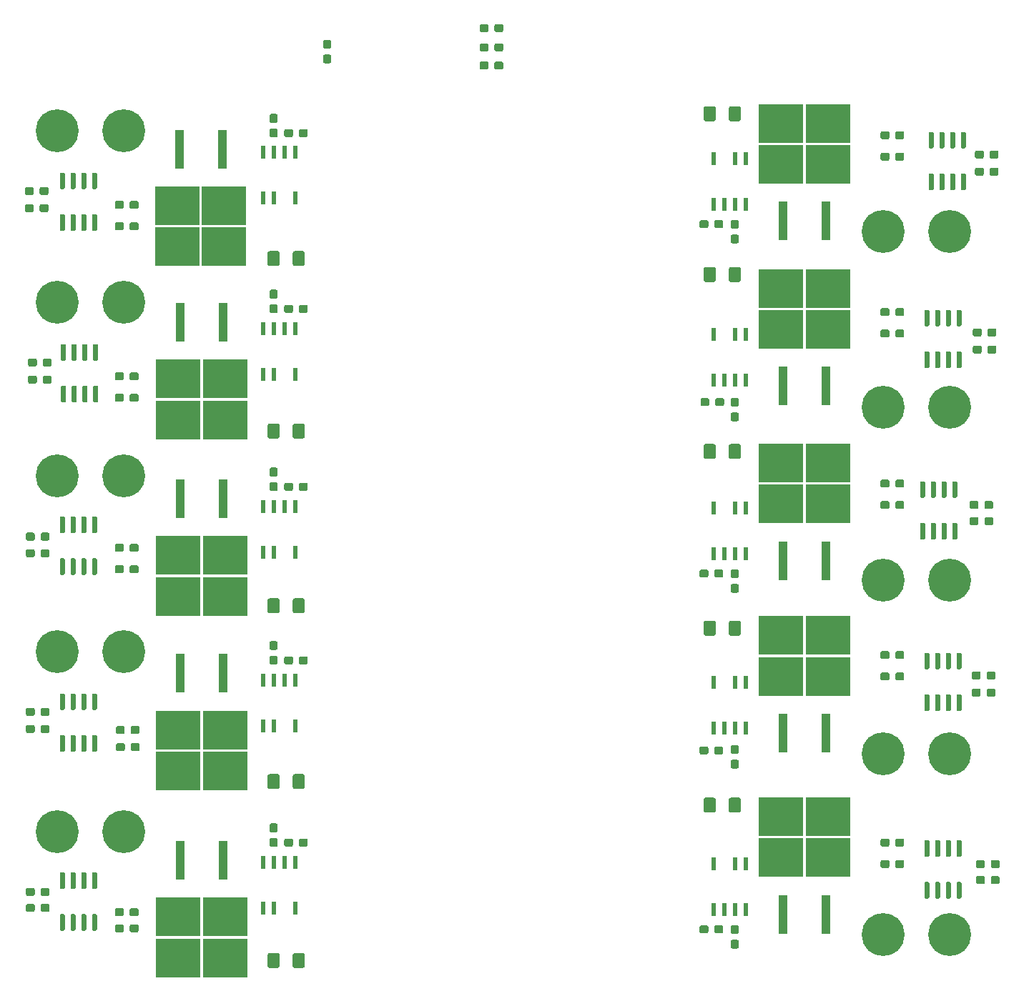
<source format=gbr>
G04 #@! TF.GenerationSoftware,KiCad,Pcbnew,(5.1.4)-1*
G04 #@! TF.CreationDate,2019-12-12T22:39:38-06:00*
G04 #@! TF.ProjectId,PowerBoard_Hardware,506f7765-7242-46f6-9172-645f48617264,rev?*
G04 #@! TF.SameCoordinates,Original*
G04 #@! TF.FileFunction,Paste,Top*
G04 #@! TF.FilePolarity,Positive*
%FSLAX46Y46*%
G04 Gerber Fmt 4.6, Leading zero omitted, Abs format (unit mm)*
G04 Created by KiCad (PCBNEW (5.1.4)-1) date 2019-12-12 22:39:38*
%MOMM*%
%LPD*%
G04 APERTURE LIST*
%ADD10C,0.100000*%
%ADD11C,1.425000*%
%ADD12R,1.100000X4.600000*%
%ADD13R,5.250000X4.550000*%
%ADD14C,0.950000*%
%ADD15R,0.600000X1.550000*%
%ADD16C,5.080000*%
%ADD17C,0.600000*%
G04 APERTURE END LIST*
D10*
G36*
X195432004Y-124221204D02*
G01*
X195456273Y-124224804D01*
X195480071Y-124230765D01*
X195503171Y-124239030D01*
X195525349Y-124249520D01*
X195546393Y-124262133D01*
X195566098Y-124276747D01*
X195584277Y-124293223D01*
X195600753Y-124311402D01*
X195615367Y-124331107D01*
X195627980Y-124352151D01*
X195638470Y-124374329D01*
X195646735Y-124397429D01*
X195652696Y-124421227D01*
X195656296Y-124445496D01*
X195657500Y-124470000D01*
X195657500Y-125720000D01*
X195656296Y-125744504D01*
X195652696Y-125768773D01*
X195646735Y-125792571D01*
X195638470Y-125815671D01*
X195627980Y-125837849D01*
X195615367Y-125858893D01*
X195600753Y-125878598D01*
X195584277Y-125896777D01*
X195566098Y-125913253D01*
X195546393Y-125927867D01*
X195525349Y-125940480D01*
X195503171Y-125950970D01*
X195480071Y-125959235D01*
X195456273Y-125965196D01*
X195432004Y-125968796D01*
X195407500Y-125970000D01*
X194482500Y-125970000D01*
X194457996Y-125968796D01*
X194433727Y-125965196D01*
X194409929Y-125959235D01*
X194386829Y-125950970D01*
X194364651Y-125940480D01*
X194343607Y-125927867D01*
X194323902Y-125913253D01*
X194305723Y-125896777D01*
X194289247Y-125878598D01*
X194274633Y-125858893D01*
X194262020Y-125837849D01*
X194251530Y-125815671D01*
X194243265Y-125792571D01*
X194237304Y-125768773D01*
X194233704Y-125744504D01*
X194232500Y-125720000D01*
X194232500Y-124470000D01*
X194233704Y-124445496D01*
X194237304Y-124421227D01*
X194243265Y-124397429D01*
X194251530Y-124374329D01*
X194262020Y-124352151D01*
X194274633Y-124331107D01*
X194289247Y-124311402D01*
X194305723Y-124293223D01*
X194323902Y-124276747D01*
X194343607Y-124262133D01*
X194364651Y-124249520D01*
X194386829Y-124239030D01*
X194409929Y-124230765D01*
X194433727Y-124224804D01*
X194457996Y-124221204D01*
X194482500Y-124220000D01*
X195407500Y-124220000D01*
X195432004Y-124221204D01*
X195432004Y-124221204D01*
G37*
D11*
X194945000Y-125095000D03*
D10*
G36*
X192457004Y-124221204D02*
G01*
X192481273Y-124224804D01*
X192505071Y-124230765D01*
X192528171Y-124239030D01*
X192550349Y-124249520D01*
X192571393Y-124262133D01*
X192591098Y-124276747D01*
X192609277Y-124293223D01*
X192625753Y-124311402D01*
X192640367Y-124331107D01*
X192652980Y-124352151D01*
X192663470Y-124374329D01*
X192671735Y-124397429D01*
X192677696Y-124421227D01*
X192681296Y-124445496D01*
X192682500Y-124470000D01*
X192682500Y-125720000D01*
X192681296Y-125744504D01*
X192677696Y-125768773D01*
X192671735Y-125792571D01*
X192663470Y-125815671D01*
X192652980Y-125837849D01*
X192640367Y-125858893D01*
X192625753Y-125878598D01*
X192609277Y-125896777D01*
X192591098Y-125913253D01*
X192571393Y-125927867D01*
X192550349Y-125940480D01*
X192528171Y-125950970D01*
X192505071Y-125959235D01*
X192481273Y-125965196D01*
X192457004Y-125968796D01*
X192432500Y-125970000D01*
X191507500Y-125970000D01*
X191482996Y-125968796D01*
X191458727Y-125965196D01*
X191434929Y-125959235D01*
X191411829Y-125950970D01*
X191389651Y-125940480D01*
X191368607Y-125927867D01*
X191348902Y-125913253D01*
X191330723Y-125896777D01*
X191314247Y-125878598D01*
X191299633Y-125858893D01*
X191287020Y-125837849D01*
X191276530Y-125815671D01*
X191268265Y-125792571D01*
X191262304Y-125768773D01*
X191258704Y-125744504D01*
X191257500Y-125720000D01*
X191257500Y-124470000D01*
X191258704Y-124445496D01*
X191262304Y-124421227D01*
X191268265Y-124397429D01*
X191276530Y-124374329D01*
X191287020Y-124352151D01*
X191299633Y-124331107D01*
X191314247Y-124311402D01*
X191330723Y-124293223D01*
X191348902Y-124276747D01*
X191368607Y-124262133D01*
X191389651Y-124249520D01*
X191411829Y-124239030D01*
X191434929Y-124230765D01*
X191458727Y-124224804D01*
X191482996Y-124221204D01*
X191507500Y-124220000D01*
X192432500Y-124220000D01*
X192457004Y-124221204D01*
X192457004Y-124221204D01*
G37*
D11*
X191970000Y-125095000D03*
D10*
G36*
X140822004Y-142636204D02*
G01*
X140846273Y-142639804D01*
X140870071Y-142645765D01*
X140893171Y-142654030D01*
X140915349Y-142664520D01*
X140936393Y-142677133D01*
X140956098Y-142691747D01*
X140974277Y-142708223D01*
X140990753Y-142726402D01*
X141005367Y-142746107D01*
X141017980Y-142767151D01*
X141028470Y-142789329D01*
X141036735Y-142812429D01*
X141042696Y-142836227D01*
X141046296Y-142860496D01*
X141047500Y-142885000D01*
X141047500Y-144135000D01*
X141046296Y-144159504D01*
X141042696Y-144183773D01*
X141036735Y-144207571D01*
X141028470Y-144230671D01*
X141017980Y-144252849D01*
X141005367Y-144273893D01*
X140990753Y-144293598D01*
X140974277Y-144311777D01*
X140956098Y-144328253D01*
X140936393Y-144342867D01*
X140915349Y-144355480D01*
X140893171Y-144365970D01*
X140870071Y-144374235D01*
X140846273Y-144380196D01*
X140822004Y-144383796D01*
X140797500Y-144385000D01*
X139872500Y-144385000D01*
X139847996Y-144383796D01*
X139823727Y-144380196D01*
X139799929Y-144374235D01*
X139776829Y-144365970D01*
X139754651Y-144355480D01*
X139733607Y-144342867D01*
X139713902Y-144328253D01*
X139695723Y-144311777D01*
X139679247Y-144293598D01*
X139664633Y-144273893D01*
X139652020Y-144252849D01*
X139641530Y-144230671D01*
X139633265Y-144207571D01*
X139627304Y-144183773D01*
X139623704Y-144159504D01*
X139622500Y-144135000D01*
X139622500Y-142885000D01*
X139623704Y-142860496D01*
X139627304Y-142836227D01*
X139633265Y-142812429D01*
X139641530Y-142789329D01*
X139652020Y-142767151D01*
X139664633Y-142746107D01*
X139679247Y-142726402D01*
X139695723Y-142708223D01*
X139713902Y-142691747D01*
X139733607Y-142677133D01*
X139754651Y-142664520D01*
X139776829Y-142654030D01*
X139799929Y-142645765D01*
X139823727Y-142639804D01*
X139847996Y-142636204D01*
X139872500Y-142635000D01*
X140797500Y-142635000D01*
X140822004Y-142636204D01*
X140822004Y-142636204D01*
G37*
D11*
X140335000Y-143510000D03*
D10*
G36*
X143797004Y-142636204D02*
G01*
X143821273Y-142639804D01*
X143845071Y-142645765D01*
X143868171Y-142654030D01*
X143890349Y-142664520D01*
X143911393Y-142677133D01*
X143931098Y-142691747D01*
X143949277Y-142708223D01*
X143965753Y-142726402D01*
X143980367Y-142746107D01*
X143992980Y-142767151D01*
X144003470Y-142789329D01*
X144011735Y-142812429D01*
X144017696Y-142836227D01*
X144021296Y-142860496D01*
X144022500Y-142885000D01*
X144022500Y-144135000D01*
X144021296Y-144159504D01*
X144017696Y-144183773D01*
X144011735Y-144207571D01*
X144003470Y-144230671D01*
X143992980Y-144252849D01*
X143980367Y-144273893D01*
X143965753Y-144293598D01*
X143949277Y-144311777D01*
X143931098Y-144328253D01*
X143911393Y-144342867D01*
X143890349Y-144355480D01*
X143868171Y-144365970D01*
X143845071Y-144374235D01*
X143821273Y-144380196D01*
X143797004Y-144383796D01*
X143772500Y-144385000D01*
X142847500Y-144385000D01*
X142822996Y-144383796D01*
X142798727Y-144380196D01*
X142774929Y-144374235D01*
X142751829Y-144365970D01*
X142729651Y-144355480D01*
X142708607Y-144342867D01*
X142688902Y-144328253D01*
X142670723Y-144311777D01*
X142654247Y-144293598D01*
X142639633Y-144273893D01*
X142627020Y-144252849D01*
X142616530Y-144230671D01*
X142608265Y-144207571D01*
X142602304Y-144183773D01*
X142598704Y-144159504D01*
X142597500Y-144135000D01*
X142597500Y-142885000D01*
X142598704Y-142860496D01*
X142602304Y-142836227D01*
X142608265Y-142812429D01*
X142616530Y-142789329D01*
X142627020Y-142767151D01*
X142639633Y-142746107D01*
X142654247Y-142726402D01*
X142670723Y-142708223D01*
X142688902Y-142691747D01*
X142708607Y-142677133D01*
X142729651Y-142664520D01*
X142751829Y-142654030D01*
X142774929Y-142645765D01*
X142798727Y-142639804D01*
X142822996Y-142636204D01*
X142847500Y-142635000D01*
X143772500Y-142635000D01*
X143797004Y-142636204D01*
X143797004Y-142636204D01*
G37*
D11*
X143310000Y-143510000D03*
D10*
G36*
X140822004Y-121427204D02*
G01*
X140846273Y-121430804D01*
X140870071Y-121436765D01*
X140893171Y-121445030D01*
X140915349Y-121455520D01*
X140936393Y-121468133D01*
X140956098Y-121482747D01*
X140974277Y-121499223D01*
X140990753Y-121517402D01*
X141005367Y-121537107D01*
X141017980Y-121558151D01*
X141028470Y-121580329D01*
X141036735Y-121603429D01*
X141042696Y-121627227D01*
X141046296Y-121651496D01*
X141047500Y-121676000D01*
X141047500Y-122926000D01*
X141046296Y-122950504D01*
X141042696Y-122974773D01*
X141036735Y-122998571D01*
X141028470Y-123021671D01*
X141017980Y-123043849D01*
X141005367Y-123064893D01*
X140990753Y-123084598D01*
X140974277Y-123102777D01*
X140956098Y-123119253D01*
X140936393Y-123133867D01*
X140915349Y-123146480D01*
X140893171Y-123156970D01*
X140870071Y-123165235D01*
X140846273Y-123171196D01*
X140822004Y-123174796D01*
X140797500Y-123176000D01*
X139872500Y-123176000D01*
X139847996Y-123174796D01*
X139823727Y-123171196D01*
X139799929Y-123165235D01*
X139776829Y-123156970D01*
X139754651Y-123146480D01*
X139733607Y-123133867D01*
X139713902Y-123119253D01*
X139695723Y-123102777D01*
X139679247Y-123084598D01*
X139664633Y-123064893D01*
X139652020Y-123043849D01*
X139641530Y-123021671D01*
X139633265Y-122998571D01*
X139627304Y-122974773D01*
X139623704Y-122950504D01*
X139622500Y-122926000D01*
X139622500Y-121676000D01*
X139623704Y-121651496D01*
X139627304Y-121627227D01*
X139633265Y-121603429D01*
X139641530Y-121580329D01*
X139652020Y-121558151D01*
X139664633Y-121537107D01*
X139679247Y-121517402D01*
X139695723Y-121499223D01*
X139713902Y-121482747D01*
X139733607Y-121468133D01*
X139754651Y-121455520D01*
X139776829Y-121445030D01*
X139799929Y-121436765D01*
X139823727Y-121430804D01*
X139847996Y-121427204D01*
X139872500Y-121426000D01*
X140797500Y-121426000D01*
X140822004Y-121427204D01*
X140822004Y-121427204D01*
G37*
D11*
X140335000Y-122301000D03*
D10*
G36*
X143797004Y-121427204D02*
G01*
X143821273Y-121430804D01*
X143845071Y-121436765D01*
X143868171Y-121445030D01*
X143890349Y-121455520D01*
X143911393Y-121468133D01*
X143931098Y-121482747D01*
X143949277Y-121499223D01*
X143965753Y-121517402D01*
X143980367Y-121537107D01*
X143992980Y-121558151D01*
X144003470Y-121580329D01*
X144011735Y-121603429D01*
X144017696Y-121627227D01*
X144021296Y-121651496D01*
X144022500Y-121676000D01*
X144022500Y-122926000D01*
X144021296Y-122950504D01*
X144017696Y-122974773D01*
X144011735Y-122998571D01*
X144003470Y-123021671D01*
X143992980Y-123043849D01*
X143980367Y-123064893D01*
X143965753Y-123084598D01*
X143949277Y-123102777D01*
X143931098Y-123119253D01*
X143911393Y-123133867D01*
X143890349Y-123146480D01*
X143868171Y-123156970D01*
X143845071Y-123165235D01*
X143821273Y-123171196D01*
X143797004Y-123174796D01*
X143772500Y-123176000D01*
X142847500Y-123176000D01*
X142822996Y-123174796D01*
X142798727Y-123171196D01*
X142774929Y-123165235D01*
X142751829Y-123156970D01*
X142729651Y-123146480D01*
X142708607Y-123133867D01*
X142688902Y-123119253D01*
X142670723Y-123102777D01*
X142654247Y-123084598D01*
X142639633Y-123064893D01*
X142627020Y-123043849D01*
X142616530Y-123021671D01*
X142608265Y-122998571D01*
X142602304Y-122974773D01*
X142598704Y-122950504D01*
X142597500Y-122926000D01*
X142597500Y-121676000D01*
X142598704Y-121651496D01*
X142602304Y-121627227D01*
X142608265Y-121603429D01*
X142616530Y-121580329D01*
X142627020Y-121558151D01*
X142639633Y-121537107D01*
X142654247Y-121517402D01*
X142670723Y-121499223D01*
X142688902Y-121482747D01*
X142708607Y-121468133D01*
X142729651Y-121455520D01*
X142751829Y-121445030D01*
X142774929Y-121436765D01*
X142798727Y-121430804D01*
X142822996Y-121427204D01*
X142847500Y-121426000D01*
X143772500Y-121426000D01*
X143797004Y-121427204D01*
X143797004Y-121427204D01*
G37*
D11*
X143310000Y-122301000D03*
D10*
G36*
X195432004Y-103266204D02*
G01*
X195456273Y-103269804D01*
X195480071Y-103275765D01*
X195503171Y-103284030D01*
X195525349Y-103294520D01*
X195546393Y-103307133D01*
X195566098Y-103321747D01*
X195584277Y-103338223D01*
X195600753Y-103356402D01*
X195615367Y-103376107D01*
X195627980Y-103397151D01*
X195638470Y-103419329D01*
X195646735Y-103442429D01*
X195652696Y-103466227D01*
X195656296Y-103490496D01*
X195657500Y-103515000D01*
X195657500Y-104765000D01*
X195656296Y-104789504D01*
X195652696Y-104813773D01*
X195646735Y-104837571D01*
X195638470Y-104860671D01*
X195627980Y-104882849D01*
X195615367Y-104903893D01*
X195600753Y-104923598D01*
X195584277Y-104941777D01*
X195566098Y-104958253D01*
X195546393Y-104972867D01*
X195525349Y-104985480D01*
X195503171Y-104995970D01*
X195480071Y-105004235D01*
X195456273Y-105010196D01*
X195432004Y-105013796D01*
X195407500Y-105015000D01*
X194482500Y-105015000D01*
X194457996Y-105013796D01*
X194433727Y-105010196D01*
X194409929Y-105004235D01*
X194386829Y-104995970D01*
X194364651Y-104985480D01*
X194343607Y-104972867D01*
X194323902Y-104958253D01*
X194305723Y-104941777D01*
X194289247Y-104923598D01*
X194274633Y-104903893D01*
X194262020Y-104882849D01*
X194251530Y-104860671D01*
X194243265Y-104837571D01*
X194237304Y-104813773D01*
X194233704Y-104789504D01*
X194232500Y-104765000D01*
X194232500Y-103515000D01*
X194233704Y-103490496D01*
X194237304Y-103466227D01*
X194243265Y-103442429D01*
X194251530Y-103419329D01*
X194262020Y-103397151D01*
X194274633Y-103376107D01*
X194289247Y-103356402D01*
X194305723Y-103338223D01*
X194323902Y-103321747D01*
X194343607Y-103307133D01*
X194364651Y-103294520D01*
X194386829Y-103284030D01*
X194409929Y-103275765D01*
X194433727Y-103269804D01*
X194457996Y-103266204D01*
X194482500Y-103265000D01*
X195407500Y-103265000D01*
X195432004Y-103266204D01*
X195432004Y-103266204D01*
G37*
D11*
X194945000Y-104140000D03*
D10*
G36*
X192457004Y-103266204D02*
G01*
X192481273Y-103269804D01*
X192505071Y-103275765D01*
X192528171Y-103284030D01*
X192550349Y-103294520D01*
X192571393Y-103307133D01*
X192591098Y-103321747D01*
X192609277Y-103338223D01*
X192625753Y-103356402D01*
X192640367Y-103376107D01*
X192652980Y-103397151D01*
X192663470Y-103419329D01*
X192671735Y-103442429D01*
X192677696Y-103466227D01*
X192681296Y-103490496D01*
X192682500Y-103515000D01*
X192682500Y-104765000D01*
X192681296Y-104789504D01*
X192677696Y-104813773D01*
X192671735Y-104837571D01*
X192663470Y-104860671D01*
X192652980Y-104882849D01*
X192640367Y-104903893D01*
X192625753Y-104923598D01*
X192609277Y-104941777D01*
X192591098Y-104958253D01*
X192571393Y-104972867D01*
X192550349Y-104985480D01*
X192528171Y-104995970D01*
X192505071Y-105004235D01*
X192481273Y-105010196D01*
X192457004Y-105013796D01*
X192432500Y-105015000D01*
X191507500Y-105015000D01*
X191482996Y-105013796D01*
X191458727Y-105010196D01*
X191434929Y-105004235D01*
X191411829Y-104995970D01*
X191389651Y-104985480D01*
X191368607Y-104972867D01*
X191348902Y-104958253D01*
X191330723Y-104941777D01*
X191314247Y-104923598D01*
X191299633Y-104903893D01*
X191287020Y-104882849D01*
X191276530Y-104860671D01*
X191268265Y-104837571D01*
X191262304Y-104813773D01*
X191258704Y-104789504D01*
X191257500Y-104765000D01*
X191257500Y-103515000D01*
X191258704Y-103490496D01*
X191262304Y-103466227D01*
X191268265Y-103442429D01*
X191276530Y-103419329D01*
X191287020Y-103397151D01*
X191299633Y-103376107D01*
X191314247Y-103356402D01*
X191330723Y-103338223D01*
X191348902Y-103321747D01*
X191368607Y-103307133D01*
X191389651Y-103294520D01*
X191411829Y-103284030D01*
X191434929Y-103275765D01*
X191458727Y-103269804D01*
X191482996Y-103266204D01*
X191507500Y-103265000D01*
X192432500Y-103265000D01*
X192457004Y-103266204D01*
X192457004Y-103266204D01*
G37*
D11*
X191970000Y-104140000D03*
D10*
G36*
X195432004Y-82311204D02*
G01*
X195456273Y-82314804D01*
X195480071Y-82320765D01*
X195503171Y-82329030D01*
X195525349Y-82339520D01*
X195546393Y-82352133D01*
X195566098Y-82366747D01*
X195584277Y-82383223D01*
X195600753Y-82401402D01*
X195615367Y-82421107D01*
X195627980Y-82442151D01*
X195638470Y-82464329D01*
X195646735Y-82487429D01*
X195652696Y-82511227D01*
X195656296Y-82535496D01*
X195657500Y-82560000D01*
X195657500Y-83810000D01*
X195656296Y-83834504D01*
X195652696Y-83858773D01*
X195646735Y-83882571D01*
X195638470Y-83905671D01*
X195627980Y-83927849D01*
X195615367Y-83948893D01*
X195600753Y-83968598D01*
X195584277Y-83986777D01*
X195566098Y-84003253D01*
X195546393Y-84017867D01*
X195525349Y-84030480D01*
X195503171Y-84040970D01*
X195480071Y-84049235D01*
X195456273Y-84055196D01*
X195432004Y-84058796D01*
X195407500Y-84060000D01*
X194482500Y-84060000D01*
X194457996Y-84058796D01*
X194433727Y-84055196D01*
X194409929Y-84049235D01*
X194386829Y-84040970D01*
X194364651Y-84030480D01*
X194343607Y-84017867D01*
X194323902Y-84003253D01*
X194305723Y-83986777D01*
X194289247Y-83968598D01*
X194274633Y-83948893D01*
X194262020Y-83927849D01*
X194251530Y-83905671D01*
X194243265Y-83882571D01*
X194237304Y-83858773D01*
X194233704Y-83834504D01*
X194232500Y-83810000D01*
X194232500Y-82560000D01*
X194233704Y-82535496D01*
X194237304Y-82511227D01*
X194243265Y-82487429D01*
X194251530Y-82464329D01*
X194262020Y-82442151D01*
X194274633Y-82421107D01*
X194289247Y-82401402D01*
X194305723Y-82383223D01*
X194323902Y-82366747D01*
X194343607Y-82352133D01*
X194364651Y-82339520D01*
X194386829Y-82329030D01*
X194409929Y-82320765D01*
X194433727Y-82314804D01*
X194457996Y-82311204D01*
X194482500Y-82310000D01*
X195407500Y-82310000D01*
X195432004Y-82311204D01*
X195432004Y-82311204D01*
G37*
D11*
X194945000Y-83185000D03*
D10*
G36*
X192457004Y-82311204D02*
G01*
X192481273Y-82314804D01*
X192505071Y-82320765D01*
X192528171Y-82329030D01*
X192550349Y-82339520D01*
X192571393Y-82352133D01*
X192591098Y-82366747D01*
X192609277Y-82383223D01*
X192625753Y-82401402D01*
X192640367Y-82421107D01*
X192652980Y-82442151D01*
X192663470Y-82464329D01*
X192671735Y-82487429D01*
X192677696Y-82511227D01*
X192681296Y-82535496D01*
X192682500Y-82560000D01*
X192682500Y-83810000D01*
X192681296Y-83834504D01*
X192677696Y-83858773D01*
X192671735Y-83882571D01*
X192663470Y-83905671D01*
X192652980Y-83927849D01*
X192640367Y-83948893D01*
X192625753Y-83968598D01*
X192609277Y-83986777D01*
X192591098Y-84003253D01*
X192571393Y-84017867D01*
X192550349Y-84030480D01*
X192528171Y-84040970D01*
X192505071Y-84049235D01*
X192481273Y-84055196D01*
X192457004Y-84058796D01*
X192432500Y-84060000D01*
X191507500Y-84060000D01*
X191482996Y-84058796D01*
X191458727Y-84055196D01*
X191434929Y-84049235D01*
X191411829Y-84040970D01*
X191389651Y-84030480D01*
X191368607Y-84017867D01*
X191348902Y-84003253D01*
X191330723Y-83986777D01*
X191314247Y-83968598D01*
X191299633Y-83948893D01*
X191287020Y-83927849D01*
X191276530Y-83905671D01*
X191268265Y-83882571D01*
X191262304Y-83858773D01*
X191258704Y-83834504D01*
X191257500Y-83810000D01*
X191257500Y-82560000D01*
X191258704Y-82535496D01*
X191262304Y-82511227D01*
X191268265Y-82487429D01*
X191276530Y-82464329D01*
X191287020Y-82442151D01*
X191299633Y-82421107D01*
X191314247Y-82401402D01*
X191330723Y-82383223D01*
X191348902Y-82366747D01*
X191368607Y-82352133D01*
X191389651Y-82339520D01*
X191411829Y-82329030D01*
X191434929Y-82320765D01*
X191458727Y-82314804D01*
X191482996Y-82311204D01*
X191507500Y-82310000D01*
X192432500Y-82310000D01*
X192457004Y-82311204D01*
X192457004Y-82311204D01*
G37*
D11*
X191970000Y-83185000D03*
D10*
G36*
X195432004Y-61356204D02*
G01*
X195456273Y-61359804D01*
X195480071Y-61365765D01*
X195503171Y-61374030D01*
X195525349Y-61384520D01*
X195546393Y-61397133D01*
X195566098Y-61411747D01*
X195584277Y-61428223D01*
X195600753Y-61446402D01*
X195615367Y-61466107D01*
X195627980Y-61487151D01*
X195638470Y-61509329D01*
X195646735Y-61532429D01*
X195652696Y-61556227D01*
X195656296Y-61580496D01*
X195657500Y-61605000D01*
X195657500Y-62855000D01*
X195656296Y-62879504D01*
X195652696Y-62903773D01*
X195646735Y-62927571D01*
X195638470Y-62950671D01*
X195627980Y-62972849D01*
X195615367Y-62993893D01*
X195600753Y-63013598D01*
X195584277Y-63031777D01*
X195566098Y-63048253D01*
X195546393Y-63062867D01*
X195525349Y-63075480D01*
X195503171Y-63085970D01*
X195480071Y-63094235D01*
X195456273Y-63100196D01*
X195432004Y-63103796D01*
X195407500Y-63105000D01*
X194482500Y-63105000D01*
X194457996Y-63103796D01*
X194433727Y-63100196D01*
X194409929Y-63094235D01*
X194386829Y-63085970D01*
X194364651Y-63075480D01*
X194343607Y-63062867D01*
X194323902Y-63048253D01*
X194305723Y-63031777D01*
X194289247Y-63013598D01*
X194274633Y-62993893D01*
X194262020Y-62972849D01*
X194251530Y-62950671D01*
X194243265Y-62927571D01*
X194237304Y-62903773D01*
X194233704Y-62879504D01*
X194232500Y-62855000D01*
X194232500Y-61605000D01*
X194233704Y-61580496D01*
X194237304Y-61556227D01*
X194243265Y-61532429D01*
X194251530Y-61509329D01*
X194262020Y-61487151D01*
X194274633Y-61466107D01*
X194289247Y-61446402D01*
X194305723Y-61428223D01*
X194323902Y-61411747D01*
X194343607Y-61397133D01*
X194364651Y-61384520D01*
X194386829Y-61374030D01*
X194409929Y-61365765D01*
X194433727Y-61359804D01*
X194457996Y-61356204D01*
X194482500Y-61355000D01*
X195407500Y-61355000D01*
X195432004Y-61356204D01*
X195432004Y-61356204D01*
G37*
D11*
X194945000Y-62230000D03*
D10*
G36*
X192457004Y-61356204D02*
G01*
X192481273Y-61359804D01*
X192505071Y-61365765D01*
X192528171Y-61374030D01*
X192550349Y-61384520D01*
X192571393Y-61397133D01*
X192591098Y-61411747D01*
X192609277Y-61428223D01*
X192625753Y-61446402D01*
X192640367Y-61466107D01*
X192652980Y-61487151D01*
X192663470Y-61509329D01*
X192671735Y-61532429D01*
X192677696Y-61556227D01*
X192681296Y-61580496D01*
X192682500Y-61605000D01*
X192682500Y-62855000D01*
X192681296Y-62879504D01*
X192677696Y-62903773D01*
X192671735Y-62927571D01*
X192663470Y-62950671D01*
X192652980Y-62972849D01*
X192640367Y-62993893D01*
X192625753Y-63013598D01*
X192609277Y-63031777D01*
X192591098Y-63048253D01*
X192571393Y-63062867D01*
X192550349Y-63075480D01*
X192528171Y-63085970D01*
X192505071Y-63094235D01*
X192481273Y-63100196D01*
X192457004Y-63103796D01*
X192432500Y-63105000D01*
X191507500Y-63105000D01*
X191482996Y-63103796D01*
X191458727Y-63100196D01*
X191434929Y-63094235D01*
X191411829Y-63085970D01*
X191389651Y-63075480D01*
X191368607Y-63062867D01*
X191348902Y-63048253D01*
X191330723Y-63031777D01*
X191314247Y-63013598D01*
X191299633Y-62993893D01*
X191287020Y-62972849D01*
X191276530Y-62950671D01*
X191268265Y-62927571D01*
X191262304Y-62903773D01*
X191258704Y-62879504D01*
X191257500Y-62855000D01*
X191257500Y-61605000D01*
X191258704Y-61580496D01*
X191262304Y-61556227D01*
X191268265Y-61532429D01*
X191276530Y-61509329D01*
X191287020Y-61487151D01*
X191299633Y-61466107D01*
X191314247Y-61446402D01*
X191330723Y-61428223D01*
X191348902Y-61411747D01*
X191368607Y-61397133D01*
X191389651Y-61384520D01*
X191411829Y-61374030D01*
X191434929Y-61365765D01*
X191458727Y-61359804D01*
X191482996Y-61356204D01*
X191507500Y-61355000D01*
X192432500Y-61355000D01*
X192457004Y-61356204D01*
X192457004Y-61356204D01*
G37*
D11*
X191970000Y-62230000D03*
D10*
G36*
X195432004Y-42306204D02*
G01*
X195456273Y-42309804D01*
X195480071Y-42315765D01*
X195503171Y-42324030D01*
X195525349Y-42334520D01*
X195546393Y-42347133D01*
X195566098Y-42361747D01*
X195584277Y-42378223D01*
X195600753Y-42396402D01*
X195615367Y-42416107D01*
X195627980Y-42437151D01*
X195638470Y-42459329D01*
X195646735Y-42482429D01*
X195652696Y-42506227D01*
X195656296Y-42530496D01*
X195657500Y-42555000D01*
X195657500Y-43805000D01*
X195656296Y-43829504D01*
X195652696Y-43853773D01*
X195646735Y-43877571D01*
X195638470Y-43900671D01*
X195627980Y-43922849D01*
X195615367Y-43943893D01*
X195600753Y-43963598D01*
X195584277Y-43981777D01*
X195566098Y-43998253D01*
X195546393Y-44012867D01*
X195525349Y-44025480D01*
X195503171Y-44035970D01*
X195480071Y-44044235D01*
X195456273Y-44050196D01*
X195432004Y-44053796D01*
X195407500Y-44055000D01*
X194482500Y-44055000D01*
X194457996Y-44053796D01*
X194433727Y-44050196D01*
X194409929Y-44044235D01*
X194386829Y-44035970D01*
X194364651Y-44025480D01*
X194343607Y-44012867D01*
X194323902Y-43998253D01*
X194305723Y-43981777D01*
X194289247Y-43963598D01*
X194274633Y-43943893D01*
X194262020Y-43922849D01*
X194251530Y-43900671D01*
X194243265Y-43877571D01*
X194237304Y-43853773D01*
X194233704Y-43829504D01*
X194232500Y-43805000D01*
X194232500Y-42555000D01*
X194233704Y-42530496D01*
X194237304Y-42506227D01*
X194243265Y-42482429D01*
X194251530Y-42459329D01*
X194262020Y-42437151D01*
X194274633Y-42416107D01*
X194289247Y-42396402D01*
X194305723Y-42378223D01*
X194323902Y-42361747D01*
X194343607Y-42347133D01*
X194364651Y-42334520D01*
X194386829Y-42324030D01*
X194409929Y-42315765D01*
X194433727Y-42309804D01*
X194457996Y-42306204D01*
X194482500Y-42305000D01*
X195407500Y-42305000D01*
X195432004Y-42306204D01*
X195432004Y-42306204D01*
G37*
D11*
X194945000Y-43180000D03*
D10*
G36*
X192457004Y-42306204D02*
G01*
X192481273Y-42309804D01*
X192505071Y-42315765D01*
X192528171Y-42324030D01*
X192550349Y-42334520D01*
X192571393Y-42347133D01*
X192591098Y-42361747D01*
X192609277Y-42378223D01*
X192625753Y-42396402D01*
X192640367Y-42416107D01*
X192652980Y-42437151D01*
X192663470Y-42459329D01*
X192671735Y-42482429D01*
X192677696Y-42506227D01*
X192681296Y-42530496D01*
X192682500Y-42555000D01*
X192682500Y-43805000D01*
X192681296Y-43829504D01*
X192677696Y-43853773D01*
X192671735Y-43877571D01*
X192663470Y-43900671D01*
X192652980Y-43922849D01*
X192640367Y-43943893D01*
X192625753Y-43963598D01*
X192609277Y-43981777D01*
X192591098Y-43998253D01*
X192571393Y-44012867D01*
X192550349Y-44025480D01*
X192528171Y-44035970D01*
X192505071Y-44044235D01*
X192481273Y-44050196D01*
X192457004Y-44053796D01*
X192432500Y-44055000D01*
X191507500Y-44055000D01*
X191482996Y-44053796D01*
X191458727Y-44050196D01*
X191434929Y-44044235D01*
X191411829Y-44035970D01*
X191389651Y-44025480D01*
X191368607Y-44012867D01*
X191348902Y-43998253D01*
X191330723Y-43981777D01*
X191314247Y-43963598D01*
X191299633Y-43943893D01*
X191287020Y-43922849D01*
X191276530Y-43900671D01*
X191268265Y-43877571D01*
X191262304Y-43853773D01*
X191258704Y-43829504D01*
X191257500Y-43805000D01*
X191257500Y-42555000D01*
X191258704Y-42530496D01*
X191262304Y-42506227D01*
X191268265Y-42482429D01*
X191276530Y-42459329D01*
X191287020Y-42437151D01*
X191299633Y-42416107D01*
X191314247Y-42396402D01*
X191330723Y-42378223D01*
X191348902Y-42361747D01*
X191368607Y-42347133D01*
X191389651Y-42334520D01*
X191411829Y-42324030D01*
X191434929Y-42315765D01*
X191458727Y-42309804D01*
X191482996Y-42306204D01*
X191507500Y-42305000D01*
X192432500Y-42305000D01*
X192457004Y-42306204D01*
X192457004Y-42306204D01*
G37*
D11*
X191970000Y-43180000D03*
D10*
G36*
X140822004Y-100599204D02*
G01*
X140846273Y-100602804D01*
X140870071Y-100608765D01*
X140893171Y-100617030D01*
X140915349Y-100627520D01*
X140936393Y-100640133D01*
X140956098Y-100654747D01*
X140974277Y-100671223D01*
X140990753Y-100689402D01*
X141005367Y-100709107D01*
X141017980Y-100730151D01*
X141028470Y-100752329D01*
X141036735Y-100775429D01*
X141042696Y-100799227D01*
X141046296Y-100823496D01*
X141047500Y-100848000D01*
X141047500Y-102098000D01*
X141046296Y-102122504D01*
X141042696Y-102146773D01*
X141036735Y-102170571D01*
X141028470Y-102193671D01*
X141017980Y-102215849D01*
X141005367Y-102236893D01*
X140990753Y-102256598D01*
X140974277Y-102274777D01*
X140956098Y-102291253D01*
X140936393Y-102305867D01*
X140915349Y-102318480D01*
X140893171Y-102328970D01*
X140870071Y-102337235D01*
X140846273Y-102343196D01*
X140822004Y-102346796D01*
X140797500Y-102348000D01*
X139872500Y-102348000D01*
X139847996Y-102346796D01*
X139823727Y-102343196D01*
X139799929Y-102337235D01*
X139776829Y-102328970D01*
X139754651Y-102318480D01*
X139733607Y-102305867D01*
X139713902Y-102291253D01*
X139695723Y-102274777D01*
X139679247Y-102256598D01*
X139664633Y-102236893D01*
X139652020Y-102215849D01*
X139641530Y-102193671D01*
X139633265Y-102170571D01*
X139627304Y-102146773D01*
X139623704Y-102122504D01*
X139622500Y-102098000D01*
X139622500Y-100848000D01*
X139623704Y-100823496D01*
X139627304Y-100799227D01*
X139633265Y-100775429D01*
X139641530Y-100752329D01*
X139652020Y-100730151D01*
X139664633Y-100709107D01*
X139679247Y-100689402D01*
X139695723Y-100671223D01*
X139713902Y-100654747D01*
X139733607Y-100640133D01*
X139754651Y-100627520D01*
X139776829Y-100617030D01*
X139799929Y-100608765D01*
X139823727Y-100602804D01*
X139847996Y-100599204D01*
X139872500Y-100598000D01*
X140797500Y-100598000D01*
X140822004Y-100599204D01*
X140822004Y-100599204D01*
G37*
D11*
X140335000Y-101473000D03*
D10*
G36*
X143797004Y-100599204D02*
G01*
X143821273Y-100602804D01*
X143845071Y-100608765D01*
X143868171Y-100617030D01*
X143890349Y-100627520D01*
X143911393Y-100640133D01*
X143931098Y-100654747D01*
X143949277Y-100671223D01*
X143965753Y-100689402D01*
X143980367Y-100709107D01*
X143992980Y-100730151D01*
X144003470Y-100752329D01*
X144011735Y-100775429D01*
X144017696Y-100799227D01*
X144021296Y-100823496D01*
X144022500Y-100848000D01*
X144022500Y-102098000D01*
X144021296Y-102122504D01*
X144017696Y-102146773D01*
X144011735Y-102170571D01*
X144003470Y-102193671D01*
X143992980Y-102215849D01*
X143980367Y-102236893D01*
X143965753Y-102256598D01*
X143949277Y-102274777D01*
X143931098Y-102291253D01*
X143911393Y-102305867D01*
X143890349Y-102318480D01*
X143868171Y-102328970D01*
X143845071Y-102337235D01*
X143821273Y-102343196D01*
X143797004Y-102346796D01*
X143772500Y-102348000D01*
X142847500Y-102348000D01*
X142822996Y-102346796D01*
X142798727Y-102343196D01*
X142774929Y-102337235D01*
X142751829Y-102328970D01*
X142729651Y-102318480D01*
X142708607Y-102305867D01*
X142688902Y-102291253D01*
X142670723Y-102274777D01*
X142654247Y-102256598D01*
X142639633Y-102236893D01*
X142627020Y-102215849D01*
X142616530Y-102193671D01*
X142608265Y-102170571D01*
X142602304Y-102146773D01*
X142598704Y-102122504D01*
X142597500Y-102098000D01*
X142597500Y-100848000D01*
X142598704Y-100823496D01*
X142602304Y-100799227D01*
X142608265Y-100775429D01*
X142616530Y-100752329D01*
X142627020Y-100730151D01*
X142639633Y-100709107D01*
X142654247Y-100689402D01*
X142670723Y-100671223D01*
X142688902Y-100654747D01*
X142708607Y-100640133D01*
X142729651Y-100627520D01*
X142751829Y-100617030D01*
X142774929Y-100608765D01*
X142798727Y-100602804D01*
X142822996Y-100599204D01*
X142847500Y-100598000D01*
X143772500Y-100598000D01*
X143797004Y-100599204D01*
X143797004Y-100599204D01*
G37*
D11*
X143310000Y-101473000D03*
D10*
G36*
X140822004Y-79898204D02*
G01*
X140846273Y-79901804D01*
X140870071Y-79907765D01*
X140893171Y-79916030D01*
X140915349Y-79926520D01*
X140936393Y-79939133D01*
X140956098Y-79953747D01*
X140974277Y-79970223D01*
X140990753Y-79988402D01*
X141005367Y-80008107D01*
X141017980Y-80029151D01*
X141028470Y-80051329D01*
X141036735Y-80074429D01*
X141042696Y-80098227D01*
X141046296Y-80122496D01*
X141047500Y-80147000D01*
X141047500Y-81397000D01*
X141046296Y-81421504D01*
X141042696Y-81445773D01*
X141036735Y-81469571D01*
X141028470Y-81492671D01*
X141017980Y-81514849D01*
X141005367Y-81535893D01*
X140990753Y-81555598D01*
X140974277Y-81573777D01*
X140956098Y-81590253D01*
X140936393Y-81604867D01*
X140915349Y-81617480D01*
X140893171Y-81627970D01*
X140870071Y-81636235D01*
X140846273Y-81642196D01*
X140822004Y-81645796D01*
X140797500Y-81647000D01*
X139872500Y-81647000D01*
X139847996Y-81645796D01*
X139823727Y-81642196D01*
X139799929Y-81636235D01*
X139776829Y-81627970D01*
X139754651Y-81617480D01*
X139733607Y-81604867D01*
X139713902Y-81590253D01*
X139695723Y-81573777D01*
X139679247Y-81555598D01*
X139664633Y-81535893D01*
X139652020Y-81514849D01*
X139641530Y-81492671D01*
X139633265Y-81469571D01*
X139627304Y-81445773D01*
X139623704Y-81421504D01*
X139622500Y-81397000D01*
X139622500Y-80147000D01*
X139623704Y-80122496D01*
X139627304Y-80098227D01*
X139633265Y-80074429D01*
X139641530Y-80051329D01*
X139652020Y-80029151D01*
X139664633Y-80008107D01*
X139679247Y-79988402D01*
X139695723Y-79970223D01*
X139713902Y-79953747D01*
X139733607Y-79939133D01*
X139754651Y-79926520D01*
X139776829Y-79916030D01*
X139799929Y-79907765D01*
X139823727Y-79901804D01*
X139847996Y-79898204D01*
X139872500Y-79897000D01*
X140797500Y-79897000D01*
X140822004Y-79898204D01*
X140822004Y-79898204D01*
G37*
D11*
X140335000Y-80772000D03*
D10*
G36*
X143797004Y-79898204D02*
G01*
X143821273Y-79901804D01*
X143845071Y-79907765D01*
X143868171Y-79916030D01*
X143890349Y-79926520D01*
X143911393Y-79939133D01*
X143931098Y-79953747D01*
X143949277Y-79970223D01*
X143965753Y-79988402D01*
X143980367Y-80008107D01*
X143992980Y-80029151D01*
X144003470Y-80051329D01*
X144011735Y-80074429D01*
X144017696Y-80098227D01*
X144021296Y-80122496D01*
X144022500Y-80147000D01*
X144022500Y-81397000D01*
X144021296Y-81421504D01*
X144017696Y-81445773D01*
X144011735Y-81469571D01*
X144003470Y-81492671D01*
X143992980Y-81514849D01*
X143980367Y-81535893D01*
X143965753Y-81555598D01*
X143949277Y-81573777D01*
X143931098Y-81590253D01*
X143911393Y-81604867D01*
X143890349Y-81617480D01*
X143868171Y-81627970D01*
X143845071Y-81636235D01*
X143821273Y-81642196D01*
X143797004Y-81645796D01*
X143772500Y-81647000D01*
X142847500Y-81647000D01*
X142822996Y-81645796D01*
X142798727Y-81642196D01*
X142774929Y-81636235D01*
X142751829Y-81627970D01*
X142729651Y-81617480D01*
X142708607Y-81604867D01*
X142688902Y-81590253D01*
X142670723Y-81573777D01*
X142654247Y-81555598D01*
X142639633Y-81535893D01*
X142627020Y-81514849D01*
X142616530Y-81492671D01*
X142608265Y-81469571D01*
X142602304Y-81445773D01*
X142598704Y-81421504D01*
X142597500Y-81397000D01*
X142597500Y-80147000D01*
X142598704Y-80122496D01*
X142602304Y-80098227D01*
X142608265Y-80074429D01*
X142616530Y-80051329D01*
X142627020Y-80029151D01*
X142639633Y-80008107D01*
X142654247Y-79988402D01*
X142670723Y-79970223D01*
X142688902Y-79953747D01*
X142708607Y-79939133D01*
X142729651Y-79926520D01*
X142751829Y-79916030D01*
X142774929Y-79907765D01*
X142798727Y-79901804D01*
X142822996Y-79898204D01*
X142847500Y-79897000D01*
X143772500Y-79897000D01*
X143797004Y-79898204D01*
X143797004Y-79898204D01*
G37*
D11*
X143310000Y-80772000D03*
D10*
G36*
X140822004Y-59451204D02*
G01*
X140846273Y-59454804D01*
X140870071Y-59460765D01*
X140893171Y-59469030D01*
X140915349Y-59479520D01*
X140936393Y-59492133D01*
X140956098Y-59506747D01*
X140974277Y-59523223D01*
X140990753Y-59541402D01*
X141005367Y-59561107D01*
X141017980Y-59582151D01*
X141028470Y-59604329D01*
X141036735Y-59627429D01*
X141042696Y-59651227D01*
X141046296Y-59675496D01*
X141047500Y-59700000D01*
X141047500Y-60950000D01*
X141046296Y-60974504D01*
X141042696Y-60998773D01*
X141036735Y-61022571D01*
X141028470Y-61045671D01*
X141017980Y-61067849D01*
X141005367Y-61088893D01*
X140990753Y-61108598D01*
X140974277Y-61126777D01*
X140956098Y-61143253D01*
X140936393Y-61157867D01*
X140915349Y-61170480D01*
X140893171Y-61180970D01*
X140870071Y-61189235D01*
X140846273Y-61195196D01*
X140822004Y-61198796D01*
X140797500Y-61200000D01*
X139872500Y-61200000D01*
X139847996Y-61198796D01*
X139823727Y-61195196D01*
X139799929Y-61189235D01*
X139776829Y-61180970D01*
X139754651Y-61170480D01*
X139733607Y-61157867D01*
X139713902Y-61143253D01*
X139695723Y-61126777D01*
X139679247Y-61108598D01*
X139664633Y-61088893D01*
X139652020Y-61067849D01*
X139641530Y-61045671D01*
X139633265Y-61022571D01*
X139627304Y-60998773D01*
X139623704Y-60974504D01*
X139622500Y-60950000D01*
X139622500Y-59700000D01*
X139623704Y-59675496D01*
X139627304Y-59651227D01*
X139633265Y-59627429D01*
X139641530Y-59604329D01*
X139652020Y-59582151D01*
X139664633Y-59561107D01*
X139679247Y-59541402D01*
X139695723Y-59523223D01*
X139713902Y-59506747D01*
X139733607Y-59492133D01*
X139754651Y-59479520D01*
X139776829Y-59469030D01*
X139799929Y-59460765D01*
X139823727Y-59454804D01*
X139847996Y-59451204D01*
X139872500Y-59450000D01*
X140797500Y-59450000D01*
X140822004Y-59451204D01*
X140822004Y-59451204D01*
G37*
D11*
X140335000Y-60325000D03*
D10*
G36*
X143797004Y-59451204D02*
G01*
X143821273Y-59454804D01*
X143845071Y-59460765D01*
X143868171Y-59469030D01*
X143890349Y-59479520D01*
X143911393Y-59492133D01*
X143931098Y-59506747D01*
X143949277Y-59523223D01*
X143965753Y-59541402D01*
X143980367Y-59561107D01*
X143992980Y-59582151D01*
X144003470Y-59604329D01*
X144011735Y-59627429D01*
X144017696Y-59651227D01*
X144021296Y-59675496D01*
X144022500Y-59700000D01*
X144022500Y-60950000D01*
X144021296Y-60974504D01*
X144017696Y-60998773D01*
X144011735Y-61022571D01*
X144003470Y-61045671D01*
X143992980Y-61067849D01*
X143980367Y-61088893D01*
X143965753Y-61108598D01*
X143949277Y-61126777D01*
X143931098Y-61143253D01*
X143911393Y-61157867D01*
X143890349Y-61170480D01*
X143868171Y-61180970D01*
X143845071Y-61189235D01*
X143821273Y-61195196D01*
X143797004Y-61198796D01*
X143772500Y-61200000D01*
X142847500Y-61200000D01*
X142822996Y-61198796D01*
X142798727Y-61195196D01*
X142774929Y-61189235D01*
X142751829Y-61180970D01*
X142729651Y-61170480D01*
X142708607Y-61157867D01*
X142688902Y-61143253D01*
X142670723Y-61126777D01*
X142654247Y-61108598D01*
X142639633Y-61088893D01*
X142627020Y-61067849D01*
X142616530Y-61045671D01*
X142608265Y-61022571D01*
X142602304Y-60998773D01*
X142598704Y-60974504D01*
X142597500Y-60950000D01*
X142597500Y-59700000D01*
X142598704Y-59675496D01*
X142602304Y-59651227D01*
X142608265Y-59627429D01*
X142616530Y-59604329D01*
X142627020Y-59582151D01*
X142639633Y-59561107D01*
X142654247Y-59541402D01*
X142670723Y-59523223D01*
X142688902Y-59506747D01*
X142708607Y-59492133D01*
X142729651Y-59479520D01*
X142751829Y-59469030D01*
X142774929Y-59460765D01*
X142798727Y-59454804D01*
X142822996Y-59451204D01*
X142847500Y-59450000D01*
X143772500Y-59450000D01*
X143797004Y-59451204D01*
X143797004Y-59451204D01*
G37*
D11*
X143310000Y-60325000D03*
D12*
X200660000Y-96145000D03*
X205740000Y-96145000D03*
D13*
X205975000Y-84570000D03*
X200425000Y-89420000D03*
X200425000Y-84570000D03*
X205975000Y-89420000D03*
D10*
G36*
X144173779Y-129066144D02*
G01*
X144196834Y-129069563D01*
X144219443Y-129075227D01*
X144241387Y-129083079D01*
X144262457Y-129093044D01*
X144282448Y-129105026D01*
X144301168Y-129118910D01*
X144318438Y-129134562D01*
X144334090Y-129151832D01*
X144347974Y-129170552D01*
X144359956Y-129190543D01*
X144369921Y-129211613D01*
X144377773Y-129233557D01*
X144383437Y-129256166D01*
X144386856Y-129279221D01*
X144388000Y-129302500D01*
X144388000Y-129777500D01*
X144386856Y-129800779D01*
X144383437Y-129823834D01*
X144377773Y-129846443D01*
X144369921Y-129868387D01*
X144359956Y-129889457D01*
X144347974Y-129909448D01*
X144334090Y-129928168D01*
X144318438Y-129945438D01*
X144301168Y-129961090D01*
X144282448Y-129974974D01*
X144262457Y-129986956D01*
X144241387Y-129996921D01*
X144219443Y-130004773D01*
X144196834Y-130010437D01*
X144173779Y-130013856D01*
X144150500Y-130015000D01*
X143575500Y-130015000D01*
X143552221Y-130013856D01*
X143529166Y-130010437D01*
X143506557Y-130004773D01*
X143484613Y-129996921D01*
X143463543Y-129986956D01*
X143443552Y-129974974D01*
X143424832Y-129961090D01*
X143407562Y-129945438D01*
X143391910Y-129928168D01*
X143378026Y-129909448D01*
X143366044Y-129889457D01*
X143356079Y-129868387D01*
X143348227Y-129846443D01*
X143342563Y-129823834D01*
X143339144Y-129800779D01*
X143338000Y-129777500D01*
X143338000Y-129302500D01*
X143339144Y-129279221D01*
X143342563Y-129256166D01*
X143348227Y-129233557D01*
X143356079Y-129211613D01*
X143366044Y-129190543D01*
X143378026Y-129170552D01*
X143391910Y-129151832D01*
X143407562Y-129134562D01*
X143424832Y-129118910D01*
X143443552Y-129105026D01*
X143463543Y-129093044D01*
X143484613Y-129083079D01*
X143506557Y-129075227D01*
X143529166Y-129069563D01*
X143552221Y-129066144D01*
X143575500Y-129065000D01*
X144150500Y-129065000D01*
X144173779Y-129066144D01*
X144173779Y-129066144D01*
G37*
D14*
X143863000Y-129540000D03*
D10*
G36*
X142423779Y-129066144D02*
G01*
X142446834Y-129069563D01*
X142469443Y-129075227D01*
X142491387Y-129083079D01*
X142512457Y-129093044D01*
X142532448Y-129105026D01*
X142551168Y-129118910D01*
X142568438Y-129134562D01*
X142584090Y-129151832D01*
X142597974Y-129170552D01*
X142609956Y-129190543D01*
X142619921Y-129211613D01*
X142627773Y-129233557D01*
X142633437Y-129256166D01*
X142636856Y-129279221D01*
X142638000Y-129302500D01*
X142638000Y-129777500D01*
X142636856Y-129800779D01*
X142633437Y-129823834D01*
X142627773Y-129846443D01*
X142619921Y-129868387D01*
X142609956Y-129889457D01*
X142597974Y-129909448D01*
X142584090Y-129928168D01*
X142568438Y-129945438D01*
X142551168Y-129961090D01*
X142532448Y-129974974D01*
X142512457Y-129986956D01*
X142491387Y-129996921D01*
X142469443Y-130004773D01*
X142446834Y-130010437D01*
X142423779Y-130013856D01*
X142400500Y-130015000D01*
X141825500Y-130015000D01*
X141802221Y-130013856D01*
X141779166Y-130010437D01*
X141756557Y-130004773D01*
X141734613Y-129996921D01*
X141713543Y-129986956D01*
X141693552Y-129974974D01*
X141674832Y-129961090D01*
X141657562Y-129945438D01*
X141641910Y-129928168D01*
X141628026Y-129909448D01*
X141616044Y-129889457D01*
X141606079Y-129868387D01*
X141598227Y-129846443D01*
X141592563Y-129823834D01*
X141589144Y-129800779D01*
X141588000Y-129777500D01*
X141588000Y-129302500D01*
X141589144Y-129279221D01*
X141592563Y-129256166D01*
X141598227Y-129233557D01*
X141606079Y-129211613D01*
X141616044Y-129190543D01*
X141628026Y-129170552D01*
X141641910Y-129151832D01*
X141657562Y-129134562D01*
X141674832Y-129118910D01*
X141693552Y-129105026D01*
X141713543Y-129093044D01*
X141734613Y-129083079D01*
X141756557Y-129075227D01*
X141779166Y-129069563D01*
X141802221Y-129066144D01*
X141825500Y-129065000D01*
X142400500Y-129065000D01*
X142423779Y-129066144D01*
X142423779Y-129066144D01*
G37*
D14*
X142113000Y-129540000D03*
D15*
X142875000Y-131920000D03*
X141605000Y-131920000D03*
X140335000Y-131920000D03*
X139065000Y-131920000D03*
X139065000Y-137320000D03*
X140335000Y-137320000D03*
X142875000Y-137320000D03*
D10*
G36*
X140595779Y-129016144D02*
G01*
X140618834Y-129019563D01*
X140641443Y-129025227D01*
X140663387Y-129033079D01*
X140684457Y-129043044D01*
X140704448Y-129055026D01*
X140723168Y-129068910D01*
X140740438Y-129084562D01*
X140756090Y-129101832D01*
X140769974Y-129120552D01*
X140781956Y-129140543D01*
X140791921Y-129161613D01*
X140799773Y-129183557D01*
X140805437Y-129206166D01*
X140808856Y-129229221D01*
X140810000Y-129252500D01*
X140810000Y-129827500D01*
X140808856Y-129850779D01*
X140805437Y-129873834D01*
X140799773Y-129896443D01*
X140791921Y-129918387D01*
X140781956Y-129939457D01*
X140769974Y-129959448D01*
X140756090Y-129978168D01*
X140740438Y-129995438D01*
X140723168Y-130011090D01*
X140704448Y-130024974D01*
X140684457Y-130036956D01*
X140663387Y-130046921D01*
X140641443Y-130054773D01*
X140618834Y-130060437D01*
X140595779Y-130063856D01*
X140572500Y-130065000D01*
X140097500Y-130065000D01*
X140074221Y-130063856D01*
X140051166Y-130060437D01*
X140028557Y-130054773D01*
X140006613Y-130046921D01*
X139985543Y-130036956D01*
X139965552Y-130024974D01*
X139946832Y-130011090D01*
X139929562Y-129995438D01*
X139913910Y-129978168D01*
X139900026Y-129959448D01*
X139888044Y-129939457D01*
X139878079Y-129918387D01*
X139870227Y-129896443D01*
X139864563Y-129873834D01*
X139861144Y-129850779D01*
X139860000Y-129827500D01*
X139860000Y-129252500D01*
X139861144Y-129229221D01*
X139864563Y-129206166D01*
X139870227Y-129183557D01*
X139878079Y-129161613D01*
X139888044Y-129140543D01*
X139900026Y-129120552D01*
X139913910Y-129101832D01*
X139929562Y-129084562D01*
X139946832Y-129068910D01*
X139965552Y-129055026D01*
X139985543Y-129043044D01*
X140006613Y-129033079D01*
X140028557Y-129025227D01*
X140051166Y-129019563D01*
X140074221Y-129016144D01*
X140097500Y-129015000D01*
X140572500Y-129015000D01*
X140595779Y-129016144D01*
X140595779Y-129016144D01*
G37*
D14*
X140335000Y-129540000D03*
D10*
G36*
X140595779Y-127266144D02*
G01*
X140618834Y-127269563D01*
X140641443Y-127275227D01*
X140663387Y-127283079D01*
X140684457Y-127293044D01*
X140704448Y-127305026D01*
X140723168Y-127318910D01*
X140740438Y-127334562D01*
X140756090Y-127351832D01*
X140769974Y-127370552D01*
X140781956Y-127390543D01*
X140791921Y-127411613D01*
X140799773Y-127433557D01*
X140805437Y-127456166D01*
X140808856Y-127479221D01*
X140810000Y-127502500D01*
X140810000Y-128077500D01*
X140808856Y-128100779D01*
X140805437Y-128123834D01*
X140799773Y-128146443D01*
X140791921Y-128168387D01*
X140781956Y-128189457D01*
X140769974Y-128209448D01*
X140756090Y-128228168D01*
X140740438Y-128245438D01*
X140723168Y-128261090D01*
X140704448Y-128274974D01*
X140684457Y-128286956D01*
X140663387Y-128296921D01*
X140641443Y-128304773D01*
X140618834Y-128310437D01*
X140595779Y-128313856D01*
X140572500Y-128315000D01*
X140097500Y-128315000D01*
X140074221Y-128313856D01*
X140051166Y-128310437D01*
X140028557Y-128304773D01*
X140006613Y-128296921D01*
X139985543Y-128286956D01*
X139965552Y-128274974D01*
X139946832Y-128261090D01*
X139929562Y-128245438D01*
X139913910Y-128228168D01*
X139900026Y-128209448D01*
X139888044Y-128189457D01*
X139878079Y-128168387D01*
X139870227Y-128146443D01*
X139864563Y-128123834D01*
X139861144Y-128100779D01*
X139860000Y-128077500D01*
X139860000Y-127502500D01*
X139861144Y-127479221D01*
X139864563Y-127456166D01*
X139870227Y-127433557D01*
X139878079Y-127411613D01*
X139888044Y-127390543D01*
X139900026Y-127370552D01*
X139913910Y-127351832D01*
X139929562Y-127334562D01*
X139946832Y-127318910D01*
X139965552Y-127305026D01*
X139985543Y-127293044D01*
X140006613Y-127283079D01*
X140028557Y-127275227D01*
X140051166Y-127269563D01*
X140074221Y-127266144D01*
X140097500Y-127265000D01*
X140572500Y-127265000D01*
X140595779Y-127266144D01*
X140595779Y-127266144D01*
G37*
D14*
X140335000Y-127790000D03*
D16*
X122555000Y-45212000D03*
X114681000Y-45212000D03*
D10*
G36*
X112098779Y-72170144D02*
G01*
X112121834Y-72173563D01*
X112144443Y-72179227D01*
X112166387Y-72187079D01*
X112187457Y-72197044D01*
X112207448Y-72209026D01*
X112226168Y-72222910D01*
X112243438Y-72238562D01*
X112259090Y-72255832D01*
X112272974Y-72274552D01*
X112284956Y-72294543D01*
X112294921Y-72315613D01*
X112302773Y-72337557D01*
X112308437Y-72360166D01*
X112311856Y-72383221D01*
X112313000Y-72406500D01*
X112313000Y-72881500D01*
X112311856Y-72904779D01*
X112308437Y-72927834D01*
X112302773Y-72950443D01*
X112294921Y-72972387D01*
X112284956Y-72993457D01*
X112272974Y-73013448D01*
X112259090Y-73032168D01*
X112243438Y-73049438D01*
X112226168Y-73065090D01*
X112207448Y-73078974D01*
X112187457Y-73090956D01*
X112166387Y-73100921D01*
X112144443Y-73108773D01*
X112121834Y-73114437D01*
X112098779Y-73117856D01*
X112075500Y-73119000D01*
X111500500Y-73119000D01*
X111477221Y-73117856D01*
X111454166Y-73114437D01*
X111431557Y-73108773D01*
X111409613Y-73100921D01*
X111388543Y-73090956D01*
X111368552Y-73078974D01*
X111349832Y-73065090D01*
X111332562Y-73049438D01*
X111316910Y-73032168D01*
X111303026Y-73013448D01*
X111291044Y-72993457D01*
X111281079Y-72972387D01*
X111273227Y-72950443D01*
X111267563Y-72927834D01*
X111264144Y-72904779D01*
X111263000Y-72881500D01*
X111263000Y-72406500D01*
X111264144Y-72383221D01*
X111267563Y-72360166D01*
X111273227Y-72337557D01*
X111281079Y-72315613D01*
X111291044Y-72294543D01*
X111303026Y-72274552D01*
X111316910Y-72255832D01*
X111332562Y-72238562D01*
X111349832Y-72222910D01*
X111368552Y-72209026D01*
X111388543Y-72197044D01*
X111409613Y-72187079D01*
X111431557Y-72179227D01*
X111454166Y-72173563D01*
X111477221Y-72170144D01*
X111500500Y-72169000D01*
X112075500Y-72169000D01*
X112098779Y-72170144D01*
X112098779Y-72170144D01*
G37*
D14*
X111788000Y-72644000D03*
D10*
G36*
X113848779Y-72170144D02*
G01*
X113871834Y-72173563D01*
X113894443Y-72179227D01*
X113916387Y-72187079D01*
X113937457Y-72197044D01*
X113957448Y-72209026D01*
X113976168Y-72222910D01*
X113993438Y-72238562D01*
X114009090Y-72255832D01*
X114022974Y-72274552D01*
X114034956Y-72294543D01*
X114044921Y-72315613D01*
X114052773Y-72337557D01*
X114058437Y-72360166D01*
X114061856Y-72383221D01*
X114063000Y-72406500D01*
X114063000Y-72881500D01*
X114061856Y-72904779D01*
X114058437Y-72927834D01*
X114052773Y-72950443D01*
X114044921Y-72972387D01*
X114034956Y-72993457D01*
X114022974Y-73013448D01*
X114009090Y-73032168D01*
X113993438Y-73049438D01*
X113976168Y-73065090D01*
X113957448Y-73078974D01*
X113937457Y-73090956D01*
X113916387Y-73100921D01*
X113894443Y-73108773D01*
X113871834Y-73114437D01*
X113848779Y-73117856D01*
X113825500Y-73119000D01*
X113250500Y-73119000D01*
X113227221Y-73117856D01*
X113204166Y-73114437D01*
X113181557Y-73108773D01*
X113159613Y-73100921D01*
X113138543Y-73090956D01*
X113118552Y-73078974D01*
X113099832Y-73065090D01*
X113082562Y-73049438D01*
X113066910Y-73032168D01*
X113053026Y-73013448D01*
X113041044Y-72993457D01*
X113031079Y-72972387D01*
X113023227Y-72950443D01*
X113017563Y-72927834D01*
X113014144Y-72904779D01*
X113013000Y-72881500D01*
X113013000Y-72406500D01*
X113014144Y-72383221D01*
X113017563Y-72360166D01*
X113023227Y-72337557D01*
X113031079Y-72315613D01*
X113041044Y-72294543D01*
X113053026Y-72274552D01*
X113066910Y-72255832D01*
X113082562Y-72238562D01*
X113099832Y-72222910D01*
X113118552Y-72209026D01*
X113138543Y-72197044D01*
X113159613Y-72187079D01*
X113181557Y-72179227D01*
X113204166Y-72173563D01*
X113227221Y-72170144D01*
X113250500Y-72169000D01*
X113825500Y-72169000D01*
X113848779Y-72170144D01*
X113848779Y-72170144D01*
G37*
D14*
X113538000Y-72644000D03*
D16*
X122555000Y-86106000D03*
X114681000Y-86106000D03*
X122555000Y-128270000D03*
X114681000Y-128270000D03*
D10*
G36*
X122385779Y-139226144D02*
G01*
X122408834Y-139229563D01*
X122431443Y-139235227D01*
X122453387Y-139243079D01*
X122474457Y-139253044D01*
X122494448Y-139265026D01*
X122513168Y-139278910D01*
X122530438Y-139294562D01*
X122546090Y-139311832D01*
X122559974Y-139330552D01*
X122571956Y-139350543D01*
X122581921Y-139371613D01*
X122589773Y-139393557D01*
X122595437Y-139416166D01*
X122598856Y-139439221D01*
X122600000Y-139462500D01*
X122600000Y-139937500D01*
X122598856Y-139960779D01*
X122595437Y-139983834D01*
X122589773Y-140006443D01*
X122581921Y-140028387D01*
X122571956Y-140049457D01*
X122559974Y-140069448D01*
X122546090Y-140088168D01*
X122530438Y-140105438D01*
X122513168Y-140121090D01*
X122494448Y-140134974D01*
X122474457Y-140146956D01*
X122453387Y-140156921D01*
X122431443Y-140164773D01*
X122408834Y-140170437D01*
X122385779Y-140173856D01*
X122362500Y-140175000D01*
X121787500Y-140175000D01*
X121764221Y-140173856D01*
X121741166Y-140170437D01*
X121718557Y-140164773D01*
X121696613Y-140156921D01*
X121675543Y-140146956D01*
X121655552Y-140134974D01*
X121636832Y-140121090D01*
X121619562Y-140105438D01*
X121603910Y-140088168D01*
X121590026Y-140069448D01*
X121578044Y-140049457D01*
X121568079Y-140028387D01*
X121560227Y-140006443D01*
X121554563Y-139983834D01*
X121551144Y-139960779D01*
X121550000Y-139937500D01*
X121550000Y-139462500D01*
X121551144Y-139439221D01*
X121554563Y-139416166D01*
X121560227Y-139393557D01*
X121568079Y-139371613D01*
X121578044Y-139350543D01*
X121590026Y-139330552D01*
X121603910Y-139311832D01*
X121619562Y-139294562D01*
X121636832Y-139278910D01*
X121655552Y-139265026D01*
X121675543Y-139253044D01*
X121696613Y-139243079D01*
X121718557Y-139235227D01*
X121741166Y-139229563D01*
X121764221Y-139226144D01*
X121787500Y-139225000D01*
X122362500Y-139225000D01*
X122385779Y-139226144D01*
X122385779Y-139226144D01*
G37*
D14*
X122075000Y-139700000D03*
D10*
G36*
X124135779Y-139226144D02*
G01*
X124158834Y-139229563D01*
X124181443Y-139235227D01*
X124203387Y-139243079D01*
X124224457Y-139253044D01*
X124244448Y-139265026D01*
X124263168Y-139278910D01*
X124280438Y-139294562D01*
X124296090Y-139311832D01*
X124309974Y-139330552D01*
X124321956Y-139350543D01*
X124331921Y-139371613D01*
X124339773Y-139393557D01*
X124345437Y-139416166D01*
X124348856Y-139439221D01*
X124350000Y-139462500D01*
X124350000Y-139937500D01*
X124348856Y-139960779D01*
X124345437Y-139983834D01*
X124339773Y-140006443D01*
X124331921Y-140028387D01*
X124321956Y-140049457D01*
X124309974Y-140069448D01*
X124296090Y-140088168D01*
X124280438Y-140105438D01*
X124263168Y-140121090D01*
X124244448Y-140134974D01*
X124224457Y-140146956D01*
X124203387Y-140156921D01*
X124181443Y-140164773D01*
X124158834Y-140170437D01*
X124135779Y-140173856D01*
X124112500Y-140175000D01*
X123537500Y-140175000D01*
X123514221Y-140173856D01*
X123491166Y-140170437D01*
X123468557Y-140164773D01*
X123446613Y-140156921D01*
X123425543Y-140146956D01*
X123405552Y-140134974D01*
X123386832Y-140121090D01*
X123369562Y-140105438D01*
X123353910Y-140088168D01*
X123340026Y-140069448D01*
X123328044Y-140049457D01*
X123318079Y-140028387D01*
X123310227Y-140006443D01*
X123304563Y-139983834D01*
X123301144Y-139960779D01*
X123300000Y-139937500D01*
X123300000Y-139462500D01*
X123301144Y-139439221D01*
X123304563Y-139416166D01*
X123310227Y-139393557D01*
X123318079Y-139371613D01*
X123328044Y-139350543D01*
X123340026Y-139330552D01*
X123353910Y-139311832D01*
X123369562Y-139294562D01*
X123386832Y-139278910D01*
X123405552Y-139265026D01*
X123425543Y-139253044D01*
X123446613Y-139243079D01*
X123468557Y-139235227D01*
X123491166Y-139229563D01*
X123514221Y-139226144D01*
X123537500Y-139225000D01*
X124112500Y-139225000D01*
X124135779Y-139226144D01*
X124135779Y-139226144D01*
G37*
D14*
X123825000Y-139700000D03*
D10*
G36*
X122385779Y-137321144D02*
G01*
X122408834Y-137324563D01*
X122431443Y-137330227D01*
X122453387Y-137338079D01*
X122474457Y-137348044D01*
X122494448Y-137360026D01*
X122513168Y-137373910D01*
X122530438Y-137389562D01*
X122546090Y-137406832D01*
X122559974Y-137425552D01*
X122571956Y-137445543D01*
X122581921Y-137466613D01*
X122589773Y-137488557D01*
X122595437Y-137511166D01*
X122598856Y-137534221D01*
X122600000Y-137557500D01*
X122600000Y-138032500D01*
X122598856Y-138055779D01*
X122595437Y-138078834D01*
X122589773Y-138101443D01*
X122581921Y-138123387D01*
X122571956Y-138144457D01*
X122559974Y-138164448D01*
X122546090Y-138183168D01*
X122530438Y-138200438D01*
X122513168Y-138216090D01*
X122494448Y-138229974D01*
X122474457Y-138241956D01*
X122453387Y-138251921D01*
X122431443Y-138259773D01*
X122408834Y-138265437D01*
X122385779Y-138268856D01*
X122362500Y-138270000D01*
X121787500Y-138270000D01*
X121764221Y-138268856D01*
X121741166Y-138265437D01*
X121718557Y-138259773D01*
X121696613Y-138251921D01*
X121675543Y-138241956D01*
X121655552Y-138229974D01*
X121636832Y-138216090D01*
X121619562Y-138200438D01*
X121603910Y-138183168D01*
X121590026Y-138164448D01*
X121578044Y-138144457D01*
X121568079Y-138123387D01*
X121560227Y-138101443D01*
X121554563Y-138078834D01*
X121551144Y-138055779D01*
X121550000Y-138032500D01*
X121550000Y-137557500D01*
X121551144Y-137534221D01*
X121554563Y-137511166D01*
X121560227Y-137488557D01*
X121568079Y-137466613D01*
X121578044Y-137445543D01*
X121590026Y-137425552D01*
X121603910Y-137406832D01*
X121619562Y-137389562D01*
X121636832Y-137373910D01*
X121655552Y-137360026D01*
X121675543Y-137348044D01*
X121696613Y-137338079D01*
X121718557Y-137330227D01*
X121741166Y-137324563D01*
X121764221Y-137321144D01*
X121787500Y-137320000D01*
X122362500Y-137320000D01*
X122385779Y-137321144D01*
X122385779Y-137321144D01*
G37*
D14*
X122075000Y-137795000D03*
D10*
G36*
X124135779Y-137321144D02*
G01*
X124158834Y-137324563D01*
X124181443Y-137330227D01*
X124203387Y-137338079D01*
X124224457Y-137348044D01*
X124244448Y-137360026D01*
X124263168Y-137373910D01*
X124280438Y-137389562D01*
X124296090Y-137406832D01*
X124309974Y-137425552D01*
X124321956Y-137445543D01*
X124331921Y-137466613D01*
X124339773Y-137488557D01*
X124345437Y-137511166D01*
X124348856Y-137534221D01*
X124350000Y-137557500D01*
X124350000Y-138032500D01*
X124348856Y-138055779D01*
X124345437Y-138078834D01*
X124339773Y-138101443D01*
X124331921Y-138123387D01*
X124321956Y-138144457D01*
X124309974Y-138164448D01*
X124296090Y-138183168D01*
X124280438Y-138200438D01*
X124263168Y-138216090D01*
X124244448Y-138229974D01*
X124224457Y-138241956D01*
X124203387Y-138251921D01*
X124181443Y-138259773D01*
X124158834Y-138265437D01*
X124135779Y-138268856D01*
X124112500Y-138270000D01*
X123537500Y-138270000D01*
X123514221Y-138268856D01*
X123491166Y-138265437D01*
X123468557Y-138259773D01*
X123446613Y-138251921D01*
X123425543Y-138241956D01*
X123405552Y-138229974D01*
X123386832Y-138216090D01*
X123369562Y-138200438D01*
X123353910Y-138183168D01*
X123340026Y-138164448D01*
X123328044Y-138144457D01*
X123318079Y-138123387D01*
X123310227Y-138101443D01*
X123304563Y-138078834D01*
X123301144Y-138055779D01*
X123300000Y-138032500D01*
X123300000Y-137557500D01*
X123301144Y-137534221D01*
X123304563Y-137511166D01*
X123310227Y-137488557D01*
X123318079Y-137466613D01*
X123328044Y-137445543D01*
X123340026Y-137425552D01*
X123353910Y-137406832D01*
X123369562Y-137389562D01*
X123386832Y-137373910D01*
X123405552Y-137360026D01*
X123425543Y-137348044D01*
X123446613Y-137338079D01*
X123468557Y-137330227D01*
X123491166Y-137324563D01*
X123514221Y-137321144D01*
X123537500Y-137320000D01*
X124112500Y-137320000D01*
X124135779Y-137321144D01*
X124135779Y-137321144D01*
G37*
D14*
X123825000Y-137795000D03*
D10*
G36*
X113594779Y-134908144D02*
G01*
X113617834Y-134911563D01*
X113640443Y-134917227D01*
X113662387Y-134925079D01*
X113683457Y-134935044D01*
X113703448Y-134947026D01*
X113722168Y-134960910D01*
X113739438Y-134976562D01*
X113755090Y-134993832D01*
X113768974Y-135012552D01*
X113780956Y-135032543D01*
X113790921Y-135053613D01*
X113798773Y-135075557D01*
X113804437Y-135098166D01*
X113807856Y-135121221D01*
X113809000Y-135144500D01*
X113809000Y-135619500D01*
X113807856Y-135642779D01*
X113804437Y-135665834D01*
X113798773Y-135688443D01*
X113790921Y-135710387D01*
X113780956Y-135731457D01*
X113768974Y-135751448D01*
X113755090Y-135770168D01*
X113739438Y-135787438D01*
X113722168Y-135803090D01*
X113703448Y-135816974D01*
X113683457Y-135828956D01*
X113662387Y-135838921D01*
X113640443Y-135846773D01*
X113617834Y-135852437D01*
X113594779Y-135855856D01*
X113571500Y-135857000D01*
X112996500Y-135857000D01*
X112973221Y-135855856D01*
X112950166Y-135852437D01*
X112927557Y-135846773D01*
X112905613Y-135838921D01*
X112884543Y-135828956D01*
X112864552Y-135816974D01*
X112845832Y-135803090D01*
X112828562Y-135787438D01*
X112812910Y-135770168D01*
X112799026Y-135751448D01*
X112787044Y-135731457D01*
X112777079Y-135710387D01*
X112769227Y-135688443D01*
X112763563Y-135665834D01*
X112760144Y-135642779D01*
X112759000Y-135619500D01*
X112759000Y-135144500D01*
X112760144Y-135121221D01*
X112763563Y-135098166D01*
X112769227Y-135075557D01*
X112777079Y-135053613D01*
X112787044Y-135032543D01*
X112799026Y-135012552D01*
X112812910Y-134993832D01*
X112828562Y-134976562D01*
X112845832Y-134960910D01*
X112864552Y-134947026D01*
X112884543Y-134935044D01*
X112905613Y-134925079D01*
X112927557Y-134917227D01*
X112950166Y-134911563D01*
X112973221Y-134908144D01*
X112996500Y-134907000D01*
X113571500Y-134907000D01*
X113594779Y-134908144D01*
X113594779Y-134908144D01*
G37*
D14*
X113284000Y-135382000D03*
D10*
G36*
X111844779Y-134908144D02*
G01*
X111867834Y-134911563D01*
X111890443Y-134917227D01*
X111912387Y-134925079D01*
X111933457Y-134935044D01*
X111953448Y-134947026D01*
X111972168Y-134960910D01*
X111989438Y-134976562D01*
X112005090Y-134993832D01*
X112018974Y-135012552D01*
X112030956Y-135032543D01*
X112040921Y-135053613D01*
X112048773Y-135075557D01*
X112054437Y-135098166D01*
X112057856Y-135121221D01*
X112059000Y-135144500D01*
X112059000Y-135619500D01*
X112057856Y-135642779D01*
X112054437Y-135665834D01*
X112048773Y-135688443D01*
X112040921Y-135710387D01*
X112030956Y-135731457D01*
X112018974Y-135751448D01*
X112005090Y-135770168D01*
X111989438Y-135787438D01*
X111972168Y-135803090D01*
X111953448Y-135816974D01*
X111933457Y-135828956D01*
X111912387Y-135838921D01*
X111890443Y-135846773D01*
X111867834Y-135852437D01*
X111844779Y-135855856D01*
X111821500Y-135857000D01*
X111246500Y-135857000D01*
X111223221Y-135855856D01*
X111200166Y-135852437D01*
X111177557Y-135846773D01*
X111155613Y-135838921D01*
X111134543Y-135828956D01*
X111114552Y-135816974D01*
X111095832Y-135803090D01*
X111078562Y-135787438D01*
X111062910Y-135770168D01*
X111049026Y-135751448D01*
X111037044Y-135731457D01*
X111027079Y-135710387D01*
X111019227Y-135688443D01*
X111013563Y-135665834D01*
X111010144Y-135642779D01*
X111009000Y-135619500D01*
X111009000Y-135144500D01*
X111010144Y-135121221D01*
X111013563Y-135098166D01*
X111019227Y-135075557D01*
X111027079Y-135053613D01*
X111037044Y-135032543D01*
X111049026Y-135012552D01*
X111062910Y-134993832D01*
X111078562Y-134976562D01*
X111095832Y-134960910D01*
X111114552Y-134947026D01*
X111134543Y-134935044D01*
X111155613Y-134925079D01*
X111177557Y-134917227D01*
X111200166Y-134911563D01*
X111223221Y-134908144D01*
X111246500Y-134907000D01*
X111821500Y-134907000D01*
X111844779Y-134908144D01*
X111844779Y-134908144D01*
G37*
D14*
X111534000Y-135382000D03*
D10*
G36*
X111844779Y-92807644D02*
G01*
X111867834Y-92811063D01*
X111890443Y-92816727D01*
X111912387Y-92824579D01*
X111933457Y-92834544D01*
X111953448Y-92846526D01*
X111972168Y-92860410D01*
X111989438Y-92876062D01*
X112005090Y-92893332D01*
X112018974Y-92912052D01*
X112030956Y-92932043D01*
X112040921Y-92953113D01*
X112048773Y-92975057D01*
X112054437Y-92997666D01*
X112057856Y-93020721D01*
X112059000Y-93044000D01*
X112059000Y-93519000D01*
X112057856Y-93542279D01*
X112054437Y-93565334D01*
X112048773Y-93587943D01*
X112040921Y-93609887D01*
X112030956Y-93630957D01*
X112018974Y-93650948D01*
X112005090Y-93669668D01*
X111989438Y-93686938D01*
X111972168Y-93702590D01*
X111953448Y-93716474D01*
X111933457Y-93728456D01*
X111912387Y-93738421D01*
X111890443Y-93746273D01*
X111867834Y-93751937D01*
X111844779Y-93755356D01*
X111821500Y-93756500D01*
X111246500Y-93756500D01*
X111223221Y-93755356D01*
X111200166Y-93751937D01*
X111177557Y-93746273D01*
X111155613Y-93738421D01*
X111134543Y-93728456D01*
X111114552Y-93716474D01*
X111095832Y-93702590D01*
X111078562Y-93686938D01*
X111062910Y-93669668D01*
X111049026Y-93650948D01*
X111037044Y-93630957D01*
X111027079Y-93609887D01*
X111019227Y-93587943D01*
X111013563Y-93565334D01*
X111010144Y-93542279D01*
X111009000Y-93519000D01*
X111009000Y-93044000D01*
X111010144Y-93020721D01*
X111013563Y-92997666D01*
X111019227Y-92975057D01*
X111027079Y-92953113D01*
X111037044Y-92932043D01*
X111049026Y-92912052D01*
X111062910Y-92893332D01*
X111078562Y-92876062D01*
X111095832Y-92860410D01*
X111114552Y-92846526D01*
X111134543Y-92834544D01*
X111155613Y-92824579D01*
X111177557Y-92816727D01*
X111200166Y-92811063D01*
X111223221Y-92807644D01*
X111246500Y-92806500D01*
X111821500Y-92806500D01*
X111844779Y-92807644D01*
X111844779Y-92807644D01*
G37*
D14*
X111534000Y-93281500D03*
D10*
G36*
X113594779Y-92807644D02*
G01*
X113617834Y-92811063D01*
X113640443Y-92816727D01*
X113662387Y-92824579D01*
X113683457Y-92834544D01*
X113703448Y-92846526D01*
X113722168Y-92860410D01*
X113739438Y-92876062D01*
X113755090Y-92893332D01*
X113768974Y-92912052D01*
X113780956Y-92932043D01*
X113790921Y-92953113D01*
X113798773Y-92975057D01*
X113804437Y-92997666D01*
X113807856Y-93020721D01*
X113809000Y-93044000D01*
X113809000Y-93519000D01*
X113807856Y-93542279D01*
X113804437Y-93565334D01*
X113798773Y-93587943D01*
X113790921Y-93609887D01*
X113780956Y-93630957D01*
X113768974Y-93650948D01*
X113755090Y-93669668D01*
X113739438Y-93686938D01*
X113722168Y-93702590D01*
X113703448Y-93716474D01*
X113683457Y-93728456D01*
X113662387Y-93738421D01*
X113640443Y-93746273D01*
X113617834Y-93751937D01*
X113594779Y-93755356D01*
X113571500Y-93756500D01*
X112996500Y-93756500D01*
X112973221Y-93755356D01*
X112950166Y-93751937D01*
X112927557Y-93746273D01*
X112905613Y-93738421D01*
X112884543Y-93728456D01*
X112864552Y-93716474D01*
X112845832Y-93702590D01*
X112828562Y-93686938D01*
X112812910Y-93669668D01*
X112799026Y-93650948D01*
X112787044Y-93630957D01*
X112777079Y-93609887D01*
X112769227Y-93587943D01*
X112763563Y-93565334D01*
X112760144Y-93542279D01*
X112759000Y-93519000D01*
X112759000Y-93044000D01*
X112760144Y-93020721D01*
X112763563Y-92997666D01*
X112769227Y-92975057D01*
X112777079Y-92953113D01*
X112787044Y-92932043D01*
X112799026Y-92912052D01*
X112812910Y-92893332D01*
X112828562Y-92876062D01*
X112845832Y-92860410D01*
X112864552Y-92846526D01*
X112884543Y-92834544D01*
X112905613Y-92824579D01*
X112927557Y-92816727D01*
X112950166Y-92811063D01*
X112973221Y-92807644D01*
X112996500Y-92806500D01*
X113571500Y-92806500D01*
X113594779Y-92807644D01*
X113594779Y-92807644D01*
G37*
D14*
X113284000Y-93281500D03*
D10*
G36*
X124135779Y-94141144D02*
G01*
X124158834Y-94144563D01*
X124181443Y-94150227D01*
X124203387Y-94158079D01*
X124224457Y-94168044D01*
X124244448Y-94180026D01*
X124263168Y-94193910D01*
X124280438Y-94209562D01*
X124296090Y-94226832D01*
X124309974Y-94245552D01*
X124321956Y-94265543D01*
X124331921Y-94286613D01*
X124339773Y-94308557D01*
X124345437Y-94331166D01*
X124348856Y-94354221D01*
X124350000Y-94377500D01*
X124350000Y-94852500D01*
X124348856Y-94875779D01*
X124345437Y-94898834D01*
X124339773Y-94921443D01*
X124331921Y-94943387D01*
X124321956Y-94964457D01*
X124309974Y-94984448D01*
X124296090Y-95003168D01*
X124280438Y-95020438D01*
X124263168Y-95036090D01*
X124244448Y-95049974D01*
X124224457Y-95061956D01*
X124203387Y-95071921D01*
X124181443Y-95079773D01*
X124158834Y-95085437D01*
X124135779Y-95088856D01*
X124112500Y-95090000D01*
X123537500Y-95090000D01*
X123514221Y-95088856D01*
X123491166Y-95085437D01*
X123468557Y-95079773D01*
X123446613Y-95071921D01*
X123425543Y-95061956D01*
X123405552Y-95049974D01*
X123386832Y-95036090D01*
X123369562Y-95020438D01*
X123353910Y-95003168D01*
X123340026Y-94984448D01*
X123328044Y-94964457D01*
X123318079Y-94943387D01*
X123310227Y-94921443D01*
X123304563Y-94898834D01*
X123301144Y-94875779D01*
X123300000Y-94852500D01*
X123300000Y-94377500D01*
X123301144Y-94354221D01*
X123304563Y-94331166D01*
X123310227Y-94308557D01*
X123318079Y-94286613D01*
X123328044Y-94265543D01*
X123340026Y-94245552D01*
X123353910Y-94226832D01*
X123369562Y-94209562D01*
X123386832Y-94193910D01*
X123405552Y-94180026D01*
X123425543Y-94168044D01*
X123446613Y-94158079D01*
X123468557Y-94150227D01*
X123491166Y-94144563D01*
X123514221Y-94141144D01*
X123537500Y-94140000D01*
X124112500Y-94140000D01*
X124135779Y-94141144D01*
X124135779Y-94141144D01*
G37*
D14*
X123825000Y-94615000D03*
D10*
G36*
X122385779Y-94141144D02*
G01*
X122408834Y-94144563D01*
X122431443Y-94150227D01*
X122453387Y-94158079D01*
X122474457Y-94168044D01*
X122494448Y-94180026D01*
X122513168Y-94193910D01*
X122530438Y-94209562D01*
X122546090Y-94226832D01*
X122559974Y-94245552D01*
X122571956Y-94265543D01*
X122581921Y-94286613D01*
X122589773Y-94308557D01*
X122595437Y-94331166D01*
X122598856Y-94354221D01*
X122600000Y-94377500D01*
X122600000Y-94852500D01*
X122598856Y-94875779D01*
X122595437Y-94898834D01*
X122589773Y-94921443D01*
X122581921Y-94943387D01*
X122571956Y-94964457D01*
X122559974Y-94984448D01*
X122546090Y-95003168D01*
X122530438Y-95020438D01*
X122513168Y-95036090D01*
X122494448Y-95049974D01*
X122474457Y-95061956D01*
X122453387Y-95071921D01*
X122431443Y-95079773D01*
X122408834Y-95085437D01*
X122385779Y-95088856D01*
X122362500Y-95090000D01*
X121787500Y-95090000D01*
X121764221Y-95088856D01*
X121741166Y-95085437D01*
X121718557Y-95079773D01*
X121696613Y-95071921D01*
X121675543Y-95061956D01*
X121655552Y-95049974D01*
X121636832Y-95036090D01*
X121619562Y-95020438D01*
X121603910Y-95003168D01*
X121590026Y-94984448D01*
X121578044Y-94964457D01*
X121568079Y-94943387D01*
X121560227Y-94921443D01*
X121554563Y-94898834D01*
X121551144Y-94875779D01*
X121550000Y-94852500D01*
X121550000Y-94377500D01*
X121551144Y-94354221D01*
X121554563Y-94331166D01*
X121560227Y-94308557D01*
X121568079Y-94286613D01*
X121578044Y-94265543D01*
X121590026Y-94245552D01*
X121603910Y-94226832D01*
X121619562Y-94209562D01*
X121636832Y-94193910D01*
X121655552Y-94180026D01*
X121675543Y-94168044D01*
X121696613Y-94158079D01*
X121718557Y-94150227D01*
X121741166Y-94144563D01*
X121764221Y-94141144D01*
X121787500Y-94140000D01*
X122362500Y-94140000D01*
X122385779Y-94141144D01*
X122385779Y-94141144D01*
G37*
D14*
X122075000Y-94615000D03*
D10*
G36*
X144173779Y-44992144D02*
G01*
X144196834Y-44995563D01*
X144219443Y-45001227D01*
X144241387Y-45009079D01*
X144262457Y-45019044D01*
X144282448Y-45031026D01*
X144301168Y-45044910D01*
X144318438Y-45060562D01*
X144334090Y-45077832D01*
X144347974Y-45096552D01*
X144359956Y-45116543D01*
X144369921Y-45137613D01*
X144377773Y-45159557D01*
X144383437Y-45182166D01*
X144386856Y-45205221D01*
X144388000Y-45228500D01*
X144388000Y-45703500D01*
X144386856Y-45726779D01*
X144383437Y-45749834D01*
X144377773Y-45772443D01*
X144369921Y-45794387D01*
X144359956Y-45815457D01*
X144347974Y-45835448D01*
X144334090Y-45854168D01*
X144318438Y-45871438D01*
X144301168Y-45887090D01*
X144282448Y-45900974D01*
X144262457Y-45912956D01*
X144241387Y-45922921D01*
X144219443Y-45930773D01*
X144196834Y-45936437D01*
X144173779Y-45939856D01*
X144150500Y-45941000D01*
X143575500Y-45941000D01*
X143552221Y-45939856D01*
X143529166Y-45936437D01*
X143506557Y-45930773D01*
X143484613Y-45922921D01*
X143463543Y-45912956D01*
X143443552Y-45900974D01*
X143424832Y-45887090D01*
X143407562Y-45871438D01*
X143391910Y-45854168D01*
X143378026Y-45835448D01*
X143366044Y-45815457D01*
X143356079Y-45794387D01*
X143348227Y-45772443D01*
X143342563Y-45749834D01*
X143339144Y-45726779D01*
X143338000Y-45703500D01*
X143338000Y-45228500D01*
X143339144Y-45205221D01*
X143342563Y-45182166D01*
X143348227Y-45159557D01*
X143356079Y-45137613D01*
X143366044Y-45116543D01*
X143378026Y-45096552D01*
X143391910Y-45077832D01*
X143407562Y-45060562D01*
X143424832Y-45044910D01*
X143443552Y-45031026D01*
X143463543Y-45019044D01*
X143484613Y-45009079D01*
X143506557Y-45001227D01*
X143529166Y-44995563D01*
X143552221Y-44992144D01*
X143575500Y-44991000D01*
X144150500Y-44991000D01*
X144173779Y-44992144D01*
X144173779Y-44992144D01*
G37*
D14*
X143863000Y-45466000D03*
D10*
G36*
X142423779Y-44992144D02*
G01*
X142446834Y-44995563D01*
X142469443Y-45001227D01*
X142491387Y-45009079D01*
X142512457Y-45019044D01*
X142532448Y-45031026D01*
X142551168Y-45044910D01*
X142568438Y-45060562D01*
X142584090Y-45077832D01*
X142597974Y-45096552D01*
X142609956Y-45116543D01*
X142619921Y-45137613D01*
X142627773Y-45159557D01*
X142633437Y-45182166D01*
X142636856Y-45205221D01*
X142638000Y-45228500D01*
X142638000Y-45703500D01*
X142636856Y-45726779D01*
X142633437Y-45749834D01*
X142627773Y-45772443D01*
X142619921Y-45794387D01*
X142609956Y-45815457D01*
X142597974Y-45835448D01*
X142584090Y-45854168D01*
X142568438Y-45871438D01*
X142551168Y-45887090D01*
X142532448Y-45900974D01*
X142512457Y-45912956D01*
X142491387Y-45922921D01*
X142469443Y-45930773D01*
X142446834Y-45936437D01*
X142423779Y-45939856D01*
X142400500Y-45941000D01*
X141825500Y-45941000D01*
X141802221Y-45939856D01*
X141779166Y-45936437D01*
X141756557Y-45930773D01*
X141734613Y-45922921D01*
X141713543Y-45912956D01*
X141693552Y-45900974D01*
X141674832Y-45887090D01*
X141657562Y-45871438D01*
X141641910Y-45854168D01*
X141628026Y-45835448D01*
X141616044Y-45815457D01*
X141606079Y-45794387D01*
X141598227Y-45772443D01*
X141592563Y-45749834D01*
X141589144Y-45726779D01*
X141588000Y-45703500D01*
X141588000Y-45228500D01*
X141589144Y-45205221D01*
X141592563Y-45182166D01*
X141598227Y-45159557D01*
X141606079Y-45137613D01*
X141616044Y-45116543D01*
X141628026Y-45096552D01*
X141641910Y-45077832D01*
X141657562Y-45060562D01*
X141674832Y-45044910D01*
X141693552Y-45031026D01*
X141713543Y-45019044D01*
X141734613Y-45009079D01*
X141756557Y-45001227D01*
X141779166Y-44995563D01*
X141802221Y-44992144D01*
X141825500Y-44991000D01*
X142400500Y-44991000D01*
X142423779Y-44992144D01*
X142423779Y-44992144D01*
G37*
D14*
X142113000Y-45466000D03*
D10*
G36*
X142423779Y-65820144D02*
G01*
X142446834Y-65823563D01*
X142469443Y-65829227D01*
X142491387Y-65837079D01*
X142512457Y-65847044D01*
X142532448Y-65859026D01*
X142551168Y-65872910D01*
X142568438Y-65888562D01*
X142584090Y-65905832D01*
X142597974Y-65924552D01*
X142609956Y-65944543D01*
X142619921Y-65965613D01*
X142627773Y-65987557D01*
X142633437Y-66010166D01*
X142636856Y-66033221D01*
X142638000Y-66056500D01*
X142638000Y-66531500D01*
X142636856Y-66554779D01*
X142633437Y-66577834D01*
X142627773Y-66600443D01*
X142619921Y-66622387D01*
X142609956Y-66643457D01*
X142597974Y-66663448D01*
X142584090Y-66682168D01*
X142568438Y-66699438D01*
X142551168Y-66715090D01*
X142532448Y-66728974D01*
X142512457Y-66740956D01*
X142491387Y-66750921D01*
X142469443Y-66758773D01*
X142446834Y-66764437D01*
X142423779Y-66767856D01*
X142400500Y-66769000D01*
X141825500Y-66769000D01*
X141802221Y-66767856D01*
X141779166Y-66764437D01*
X141756557Y-66758773D01*
X141734613Y-66750921D01*
X141713543Y-66740956D01*
X141693552Y-66728974D01*
X141674832Y-66715090D01*
X141657562Y-66699438D01*
X141641910Y-66682168D01*
X141628026Y-66663448D01*
X141616044Y-66643457D01*
X141606079Y-66622387D01*
X141598227Y-66600443D01*
X141592563Y-66577834D01*
X141589144Y-66554779D01*
X141588000Y-66531500D01*
X141588000Y-66056500D01*
X141589144Y-66033221D01*
X141592563Y-66010166D01*
X141598227Y-65987557D01*
X141606079Y-65965613D01*
X141616044Y-65944543D01*
X141628026Y-65924552D01*
X141641910Y-65905832D01*
X141657562Y-65888562D01*
X141674832Y-65872910D01*
X141693552Y-65859026D01*
X141713543Y-65847044D01*
X141734613Y-65837079D01*
X141756557Y-65829227D01*
X141779166Y-65823563D01*
X141802221Y-65820144D01*
X141825500Y-65819000D01*
X142400500Y-65819000D01*
X142423779Y-65820144D01*
X142423779Y-65820144D01*
G37*
D14*
X142113000Y-66294000D03*
D10*
G36*
X144173779Y-65820144D02*
G01*
X144196834Y-65823563D01*
X144219443Y-65829227D01*
X144241387Y-65837079D01*
X144262457Y-65847044D01*
X144282448Y-65859026D01*
X144301168Y-65872910D01*
X144318438Y-65888562D01*
X144334090Y-65905832D01*
X144347974Y-65924552D01*
X144359956Y-65944543D01*
X144369921Y-65965613D01*
X144377773Y-65987557D01*
X144383437Y-66010166D01*
X144386856Y-66033221D01*
X144388000Y-66056500D01*
X144388000Y-66531500D01*
X144386856Y-66554779D01*
X144383437Y-66577834D01*
X144377773Y-66600443D01*
X144369921Y-66622387D01*
X144359956Y-66643457D01*
X144347974Y-66663448D01*
X144334090Y-66682168D01*
X144318438Y-66699438D01*
X144301168Y-66715090D01*
X144282448Y-66728974D01*
X144262457Y-66740956D01*
X144241387Y-66750921D01*
X144219443Y-66758773D01*
X144196834Y-66764437D01*
X144173779Y-66767856D01*
X144150500Y-66769000D01*
X143575500Y-66769000D01*
X143552221Y-66767856D01*
X143529166Y-66764437D01*
X143506557Y-66758773D01*
X143484613Y-66750921D01*
X143463543Y-66740956D01*
X143443552Y-66728974D01*
X143424832Y-66715090D01*
X143407562Y-66699438D01*
X143391910Y-66682168D01*
X143378026Y-66663448D01*
X143366044Y-66643457D01*
X143356079Y-66622387D01*
X143348227Y-66600443D01*
X143342563Y-66577834D01*
X143339144Y-66554779D01*
X143338000Y-66531500D01*
X143338000Y-66056500D01*
X143339144Y-66033221D01*
X143342563Y-66010166D01*
X143348227Y-65987557D01*
X143356079Y-65965613D01*
X143366044Y-65944543D01*
X143378026Y-65924552D01*
X143391910Y-65905832D01*
X143407562Y-65888562D01*
X143424832Y-65872910D01*
X143443552Y-65859026D01*
X143463543Y-65847044D01*
X143484613Y-65837079D01*
X143506557Y-65829227D01*
X143529166Y-65823563D01*
X143552221Y-65820144D01*
X143575500Y-65819000D01*
X144150500Y-65819000D01*
X144173779Y-65820144D01*
X144173779Y-65820144D01*
G37*
D14*
X143863000Y-66294000D03*
D16*
X114681000Y-65532000D03*
X122555000Y-65532000D03*
D15*
X192405000Y-74709000D03*
X193675000Y-74709000D03*
X194945000Y-74709000D03*
X196215000Y-74709000D03*
X196215000Y-69309000D03*
X194945000Y-69309000D03*
X192405000Y-69309000D03*
D10*
G36*
X195205779Y-78569144D02*
G01*
X195228834Y-78572563D01*
X195251443Y-78578227D01*
X195273387Y-78586079D01*
X195294457Y-78596044D01*
X195314448Y-78608026D01*
X195333168Y-78621910D01*
X195350438Y-78637562D01*
X195366090Y-78654832D01*
X195379974Y-78673552D01*
X195391956Y-78693543D01*
X195401921Y-78714613D01*
X195409773Y-78736557D01*
X195415437Y-78759166D01*
X195418856Y-78782221D01*
X195420000Y-78805500D01*
X195420000Y-79380500D01*
X195418856Y-79403779D01*
X195415437Y-79426834D01*
X195409773Y-79449443D01*
X195401921Y-79471387D01*
X195391956Y-79492457D01*
X195379974Y-79512448D01*
X195366090Y-79531168D01*
X195350438Y-79548438D01*
X195333168Y-79564090D01*
X195314448Y-79577974D01*
X195294457Y-79589956D01*
X195273387Y-79599921D01*
X195251443Y-79607773D01*
X195228834Y-79613437D01*
X195205779Y-79616856D01*
X195182500Y-79618000D01*
X194707500Y-79618000D01*
X194684221Y-79616856D01*
X194661166Y-79613437D01*
X194638557Y-79607773D01*
X194616613Y-79599921D01*
X194595543Y-79589956D01*
X194575552Y-79577974D01*
X194556832Y-79564090D01*
X194539562Y-79548438D01*
X194523910Y-79531168D01*
X194510026Y-79512448D01*
X194498044Y-79492457D01*
X194488079Y-79471387D01*
X194480227Y-79449443D01*
X194474563Y-79426834D01*
X194471144Y-79403779D01*
X194470000Y-79380500D01*
X194470000Y-78805500D01*
X194471144Y-78782221D01*
X194474563Y-78759166D01*
X194480227Y-78736557D01*
X194488079Y-78714613D01*
X194498044Y-78693543D01*
X194510026Y-78673552D01*
X194523910Y-78654832D01*
X194539562Y-78637562D01*
X194556832Y-78621910D01*
X194575552Y-78608026D01*
X194595543Y-78596044D01*
X194616613Y-78586079D01*
X194638557Y-78578227D01*
X194661166Y-78572563D01*
X194684221Y-78569144D01*
X194707500Y-78568000D01*
X195182500Y-78568000D01*
X195205779Y-78569144D01*
X195205779Y-78569144D01*
G37*
D14*
X194945000Y-79093000D03*
D10*
G36*
X195205779Y-76819144D02*
G01*
X195228834Y-76822563D01*
X195251443Y-76828227D01*
X195273387Y-76836079D01*
X195294457Y-76846044D01*
X195314448Y-76858026D01*
X195333168Y-76871910D01*
X195350438Y-76887562D01*
X195366090Y-76904832D01*
X195379974Y-76923552D01*
X195391956Y-76943543D01*
X195401921Y-76964613D01*
X195409773Y-76986557D01*
X195415437Y-77009166D01*
X195418856Y-77032221D01*
X195420000Y-77055500D01*
X195420000Y-77630500D01*
X195418856Y-77653779D01*
X195415437Y-77676834D01*
X195409773Y-77699443D01*
X195401921Y-77721387D01*
X195391956Y-77742457D01*
X195379974Y-77762448D01*
X195366090Y-77781168D01*
X195350438Y-77798438D01*
X195333168Y-77814090D01*
X195314448Y-77827974D01*
X195294457Y-77839956D01*
X195273387Y-77849921D01*
X195251443Y-77857773D01*
X195228834Y-77863437D01*
X195205779Y-77866856D01*
X195182500Y-77868000D01*
X194707500Y-77868000D01*
X194684221Y-77866856D01*
X194661166Y-77863437D01*
X194638557Y-77857773D01*
X194616613Y-77849921D01*
X194595543Y-77839956D01*
X194575552Y-77827974D01*
X194556832Y-77814090D01*
X194539562Y-77798438D01*
X194523910Y-77781168D01*
X194510026Y-77762448D01*
X194498044Y-77742457D01*
X194488079Y-77721387D01*
X194480227Y-77699443D01*
X194474563Y-77676834D01*
X194471144Y-77653779D01*
X194470000Y-77630500D01*
X194470000Y-77055500D01*
X194471144Y-77032221D01*
X194474563Y-77009166D01*
X194480227Y-76986557D01*
X194488079Y-76964613D01*
X194498044Y-76943543D01*
X194510026Y-76923552D01*
X194523910Y-76904832D01*
X194539562Y-76887562D01*
X194556832Y-76871910D01*
X194575552Y-76858026D01*
X194595543Y-76846044D01*
X194616613Y-76836079D01*
X194638557Y-76828227D01*
X194661166Y-76822563D01*
X194684221Y-76819144D01*
X194707500Y-76818000D01*
X195182500Y-76818000D01*
X195205779Y-76819144D01*
X195205779Y-76819144D01*
G37*
D14*
X194945000Y-77343000D03*
D10*
G36*
X223957779Y-70646144D02*
G01*
X223980834Y-70649563D01*
X224003443Y-70655227D01*
X224025387Y-70663079D01*
X224046457Y-70673044D01*
X224066448Y-70685026D01*
X224085168Y-70698910D01*
X224102438Y-70714562D01*
X224118090Y-70731832D01*
X224131974Y-70750552D01*
X224143956Y-70770543D01*
X224153921Y-70791613D01*
X224161773Y-70813557D01*
X224167437Y-70836166D01*
X224170856Y-70859221D01*
X224172000Y-70882500D01*
X224172000Y-71357500D01*
X224170856Y-71380779D01*
X224167437Y-71403834D01*
X224161773Y-71426443D01*
X224153921Y-71448387D01*
X224143956Y-71469457D01*
X224131974Y-71489448D01*
X224118090Y-71508168D01*
X224102438Y-71525438D01*
X224085168Y-71541090D01*
X224066448Y-71554974D01*
X224046457Y-71566956D01*
X224025387Y-71576921D01*
X224003443Y-71584773D01*
X223980834Y-71590437D01*
X223957779Y-71593856D01*
X223934500Y-71595000D01*
X223359500Y-71595000D01*
X223336221Y-71593856D01*
X223313166Y-71590437D01*
X223290557Y-71584773D01*
X223268613Y-71576921D01*
X223247543Y-71566956D01*
X223227552Y-71554974D01*
X223208832Y-71541090D01*
X223191562Y-71525438D01*
X223175910Y-71508168D01*
X223162026Y-71489448D01*
X223150044Y-71469457D01*
X223140079Y-71448387D01*
X223132227Y-71426443D01*
X223126563Y-71403834D01*
X223123144Y-71380779D01*
X223122000Y-71357500D01*
X223122000Y-70882500D01*
X223123144Y-70859221D01*
X223126563Y-70836166D01*
X223132227Y-70813557D01*
X223140079Y-70791613D01*
X223150044Y-70770543D01*
X223162026Y-70750552D01*
X223175910Y-70731832D01*
X223191562Y-70714562D01*
X223208832Y-70698910D01*
X223227552Y-70685026D01*
X223247543Y-70673044D01*
X223268613Y-70663079D01*
X223290557Y-70655227D01*
X223313166Y-70649563D01*
X223336221Y-70646144D01*
X223359500Y-70645000D01*
X223934500Y-70645000D01*
X223957779Y-70646144D01*
X223957779Y-70646144D01*
G37*
D14*
X223647000Y-71120000D03*
D10*
G36*
X225707779Y-70646144D02*
G01*
X225730834Y-70649563D01*
X225753443Y-70655227D01*
X225775387Y-70663079D01*
X225796457Y-70673044D01*
X225816448Y-70685026D01*
X225835168Y-70698910D01*
X225852438Y-70714562D01*
X225868090Y-70731832D01*
X225881974Y-70750552D01*
X225893956Y-70770543D01*
X225903921Y-70791613D01*
X225911773Y-70813557D01*
X225917437Y-70836166D01*
X225920856Y-70859221D01*
X225922000Y-70882500D01*
X225922000Y-71357500D01*
X225920856Y-71380779D01*
X225917437Y-71403834D01*
X225911773Y-71426443D01*
X225903921Y-71448387D01*
X225893956Y-71469457D01*
X225881974Y-71489448D01*
X225868090Y-71508168D01*
X225852438Y-71525438D01*
X225835168Y-71541090D01*
X225816448Y-71554974D01*
X225796457Y-71566956D01*
X225775387Y-71576921D01*
X225753443Y-71584773D01*
X225730834Y-71590437D01*
X225707779Y-71593856D01*
X225684500Y-71595000D01*
X225109500Y-71595000D01*
X225086221Y-71593856D01*
X225063166Y-71590437D01*
X225040557Y-71584773D01*
X225018613Y-71576921D01*
X224997543Y-71566956D01*
X224977552Y-71554974D01*
X224958832Y-71541090D01*
X224941562Y-71525438D01*
X224925910Y-71508168D01*
X224912026Y-71489448D01*
X224900044Y-71469457D01*
X224890079Y-71448387D01*
X224882227Y-71426443D01*
X224876563Y-71403834D01*
X224873144Y-71380779D01*
X224872000Y-71357500D01*
X224872000Y-70882500D01*
X224873144Y-70859221D01*
X224876563Y-70836166D01*
X224882227Y-70813557D01*
X224890079Y-70791613D01*
X224900044Y-70770543D01*
X224912026Y-70750552D01*
X224925910Y-70731832D01*
X224941562Y-70714562D01*
X224958832Y-70698910D01*
X224977552Y-70685026D01*
X224997543Y-70673044D01*
X225018613Y-70663079D01*
X225040557Y-70655227D01*
X225063166Y-70649563D01*
X225086221Y-70646144D01*
X225109500Y-70645000D01*
X225684500Y-70645000D01*
X225707779Y-70646144D01*
X225707779Y-70646144D01*
G37*
D14*
X225397000Y-71120000D03*
D10*
G36*
X142423779Y-86902144D02*
G01*
X142446834Y-86905563D01*
X142469443Y-86911227D01*
X142491387Y-86919079D01*
X142512457Y-86929044D01*
X142532448Y-86941026D01*
X142551168Y-86954910D01*
X142568438Y-86970562D01*
X142584090Y-86987832D01*
X142597974Y-87006552D01*
X142609956Y-87026543D01*
X142619921Y-87047613D01*
X142627773Y-87069557D01*
X142633437Y-87092166D01*
X142636856Y-87115221D01*
X142638000Y-87138500D01*
X142638000Y-87613500D01*
X142636856Y-87636779D01*
X142633437Y-87659834D01*
X142627773Y-87682443D01*
X142619921Y-87704387D01*
X142609956Y-87725457D01*
X142597974Y-87745448D01*
X142584090Y-87764168D01*
X142568438Y-87781438D01*
X142551168Y-87797090D01*
X142532448Y-87810974D01*
X142512457Y-87822956D01*
X142491387Y-87832921D01*
X142469443Y-87840773D01*
X142446834Y-87846437D01*
X142423779Y-87849856D01*
X142400500Y-87851000D01*
X141825500Y-87851000D01*
X141802221Y-87849856D01*
X141779166Y-87846437D01*
X141756557Y-87840773D01*
X141734613Y-87832921D01*
X141713543Y-87822956D01*
X141693552Y-87810974D01*
X141674832Y-87797090D01*
X141657562Y-87781438D01*
X141641910Y-87764168D01*
X141628026Y-87745448D01*
X141616044Y-87725457D01*
X141606079Y-87704387D01*
X141598227Y-87682443D01*
X141592563Y-87659834D01*
X141589144Y-87636779D01*
X141588000Y-87613500D01*
X141588000Y-87138500D01*
X141589144Y-87115221D01*
X141592563Y-87092166D01*
X141598227Y-87069557D01*
X141606079Y-87047613D01*
X141616044Y-87026543D01*
X141628026Y-87006552D01*
X141641910Y-86987832D01*
X141657562Y-86970562D01*
X141674832Y-86954910D01*
X141693552Y-86941026D01*
X141713543Y-86929044D01*
X141734613Y-86919079D01*
X141756557Y-86911227D01*
X141779166Y-86905563D01*
X141802221Y-86902144D01*
X141825500Y-86901000D01*
X142400500Y-86901000D01*
X142423779Y-86902144D01*
X142423779Y-86902144D01*
G37*
D14*
X142113000Y-87376000D03*
D10*
G36*
X144173779Y-86902144D02*
G01*
X144196834Y-86905563D01*
X144219443Y-86911227D01*
X144241387Y-86919079D01*
X144262457Y-86929044D01*
X144282448Y-86941026D01*
X144301168Y-86954910D01*
X144318438Y-86970562D01*
X144334090Y-86987832D01*
X144347974Y-87006552D01*
X144359956Y-87026543D01*
X144369921Y-87047613D01*
X144377773Y-87069557D01*
X144383437Y-87092166D01*
X144386856Y-87115221D01*
X144388000Y-87138500D01*
X144388000Y-87613500D01*
X144386856Y-87636779D01*
X144383437Y-87659834D01*
X144377773Y-87682443D01*
X144369921Y-87704387D01*
X144359956Y-87725457D01*
X144347974Y-87745448D01*
X144334090Y-87764168D01*
X144318438Y-87781438D01*
X144301168Y-87797090D01*
X144282448Y-87810974D01*
X144262457Y-87822956D01*
X144241387Y-87832921D01*
X144219443Y-87840773D01*
X144196834Y-87846437D01*
X144173779Y-87849856D01*
X144150500Y-87851000D01*
X143575500Y-87851000D01*
X143552221Y-87849856D01*
X143529166Y-87846437D01*
X143506557Y-87840773D01*
X143484613Y-87832921D01*
X143463543Y-87822956D01*
X143443552Y-87810974D01*
X143424832Y-87797090D01*
X143407562Y-87781438D01*
X143391910Y-87764168D01*
X143378026Y-87745448D01*
X143366044Y-87725457D01*
X143356079Y-87704387D01*
X143348227Y-87682443D01*
X143342563Y-87659834D01*
X143339144Y-87636779D01*
X143338000Y-87613500D01*
X143338000Y-87138500D01*
X143339144Y-87115221D01*
X143342563Y-87092166D01*
X143348227Y-87069557D01*
X143356079Y-87047613D01*
X143366044Y-87026543D01*
X143378026Y-87006552D01*
X143391910Y-86987832D01*
X143407562Y-86970562D01*
X143424832Y-86954910D01*
X143443552Y-86941026D01*
X143463543Y-86929044D01*
X143484613Y-86919079D01*
X143506557Y-86911227D01*
X143529166Y-86905563D01*
X143552221Y-86902144D01*
X143575500Y-86901000D01*
X144150500Y-86901000D01*
X144173779Y-86902144D01*
X144173779Y-86902144D01*
G37*
D14*
X143863000Y-87376000D03*
D10*
G36*
X193350779Y-55787144D02*
G01*
X193373834Y-55790563D01*
X193396443Y-55796227D01*
X193418387Y-55804079D01*
X193439457Y-55814044D01*
X193459448Y-55826026D01*
X193478168Y-55839910D01*
X193495438Y-55855562D01*
X193511090Y-55872832D01*
X193524974Y-55891552D01*
X193536956Y-55911543D01*
X193546921Y-55932613D01*
X193554773Y-55954557D01*
X193560437Y-55977166D01*
X193563856Y-56000221D01*
X193565000Y-56023500D01*
X193565000Y-56498500D01*
X193563856Y-56521779D01*
X193560437Y-56544834D01*
X193554773Y-56567443D01*
X193546921Y-56589387D01*
X193536956Y-56610457D01*
X193524974Y-56630448D01*
X193511090Y-56649168D01*
X193495438Y-56666438D01*
X193478168Y-56682090D01*
X193459448Y-56695974D01*
X193439457Y-56707956D01*
X193418387Y-56717921D01*
X193396443Y-56725773D01*
X193373834Y-56731437D01*
X193350779Y-56734856D01*
X193327500Y-56736000D01*
X192752500Y-56736000D01*
X192729221Y-56734856D01*
X192706166Y-56731437D01*
X192683557Y-56725773D01*
X192661613Y-56717921D01*
X192640543Y-56707956D01*
X192620552Y-56695974D01*
X192601832Y-56682090D01*
X192584562Y-56666438D01*
X192568910Y-56649168D01*
X192555026Y-56630448D01*
X192543044Y-56610457D01*
X192533079Y-56589387D01*
X192525227Y-56567443D01*
X192519563Y-56544834D01*
X192516144Y-56521779D01*
X192515000Y-56498500D01*
X192515000Y-56023500D01*
X192516144Y-56000221D01*
X192519563Y-55977166D01*
X192525227Y-55954557D01*
X192533079Y-55932613D01*
X192543044Y-55911543D01*
X192555026Y-55891552D01*
X192568910Y-55872832D01*
X192584562Y-55855562D01*
X192601832Y-55839910D01*
X192620552Y-55826026D01*
X192640543Y-55814044D01*
X192661613Y-55804079D01*
X192683557Y-55796227D01*
X192706166Y-55790563D01*
X192729221Y-55787144D01*
X192752500Y-55786000D01*
X193327500Y-55786000D01*
X193350779Y-55787144D01*
X193350779Y-55787144D01*
G37*
D14*
X193040000Y-56261000D03*
D10*
G36*
X191600779Y-55787144D02*
G01*
X191623834Y-55790563D01*
X191646443Y-55796227D01*
X191668387Y-55804079D01*
X191689457Y-55814044D01*
X191709448Y-55826026D01*
X191728168Y-55839910D01*
X191745438Y-55855562D01*
X191761090Y-55872832D01*
X191774974Y-55891552D01*
X191786956Y-55911543D01*
X191796921Y-55932613D01*
X191804773Y-55954557D01*
X191810437Y-55977166D01*
X191813856Y-56000221D01*
X191815000Y-56023500D01*
X191815000Y-56498500D01*
X191813856Y-56521779D01*
X191810437Y-56544834D01*
X191804773Y-56567443D01*
X191796921Y-56589387D01*
X191786956Y-56610457D01*
X191774974Y-56630448D01*
X191761090Y-56649168D01*
X191745438Y-56666438D01*
X191728168Y-56682090D01*
X191709448Y-56695974D01*
X191689457Y-56707956D01*
X191668387Y-56717921D01*
X191646443Y-56725773D01*
X191623834Y-56731437D01*
X191600779Y-56734856D01*
X191577500Y-56736000D01*
X191002500Y-56736000D01*
X190979221Y-56734856D01*
X190956166Y-56731437D01*
X190933557Y-56725773D01*
X190911613Y-56717921D01*
X190890543Y-56707956D01*
X190870552Y-56695974D01*
X190851832Y-56682090D01*
X190834562Y-56666438D01*
X190818910Y-56649168D01*
X190805026Y-56630448D01*
X190793044Y-56610457D01*
X190783079Y-56589387D01*
X190775227Y-56567443D01*
X190769563Y-56544834D01*
X190766144Y-56521779D01*
X190765000Y-56498500D01*
X190765000Y-56023500D01*
X190766144Y-56000221D01*
X190769563Y-55977166D01*
X190775227Y-55954557D01*
X190783079Y-55932613D01*
X190793044Y-55911543D01*
X190805026Y-55891552D01*
X190818910Y-55872832D01*
X190834562Y-55855562D01*
X190851832Y-55839910D01*
X190870552Y-55826026D01*
X190890543Y-55814044D01*
X190911613Y-55804079D01*
X190933557Y-55796227D01*
X190956166Y-55790563D01*
X190979221Y-55787144D01*
X191002500Y-55786000D01*
X191577500Y-55786000D01*
X191600779Y-55787144D01*
X191600779Y-55787144D01*
G37*
D14*
X191290000Y-56261000D03*
D10*
G36*
X113467779Y-51850144D02*
G01*
X113490834Y-51853563D01*
X113513443Y-51859227D01*
X113535387Y-51867079D01*
X113556457Y-51877044D01*
X113576448Y-51889026D01*
X113595168Y-51902910D01*
X113612438Y-51918562D01*
X113628090Y-51935832D01*
X113641974Y-51954552D01*
X113653956Y-51974543D01*
X113663921Y-51995613D01*
X113671773Y-52017557D01*
X113677437Y-52040166D01*
X113680856Y-52063221D01*
X113682000Y-52086500D01*
X113682000Y-52561500D01*
X113680856Y-52584779D01*
X113677437Y-52607834D01*
X113671773Y-52630443D01*
X113663921Y-52652387D01*
X113653956Y-52673457D01*
X113641974Y-52693448D01*
X113628090Y-52712168D01*
X113612438Y-52729438D01*
X113595168Y-52745090D01*
X113576448Y-52758974D01*
X113556457Y-52770956D01*
X113535387Y-52780921D01*
X113513443Y-52788773D01*
X113490834Y-52794437D01*
X113467779Y-52797856D01*
X113444500Y-52799000D01*
X112869500Y-52799000D01*
X112846221Y-52797856D01*
X112823166Y-52794437D01*
X112800557Y-52788773D01*
X112778613Y-52780921D01*
X112757543Y-52770956D01*
X112737552Y-52758974D01*
X112718832Y-52745090D01*
X112701562Y-52729438D01*
X112685910Y-52712168D01*
X112672026Y-52693448D01*
X112660044Y-52673457D01*
X112650079Y-52652387D01*
X112642227Y-52630443D01*
X112636563Y-52607834D01*
X112633144Y-52584779D01*
X112632000Y-52561500D01*
X112632000Y-52086500D01*
X112633144Y-52063221D01*
X112636563Y-52040166D01*
X112642227Y-52017557D01*
X112650079Y-51995613D01*
X112660044Y-51974543D01*
X112672026Y-51954552D01*
X112685910Y-51935832D01*
X112701562Y-51918562D01*
X112718832Y-51902910D01*
X112737552Y-51889026D01*
X112757543Y-51877044D01*
X112778613Y-51867079D01*
X112800557Y-51859227D01*
X112823166Y-51853563D01*
X112846221Y-51850144D01*
X112869500Y-51849000D01*
X113444500Y-51849000D01*
X113467779Y-51850144D01*
X113467779Y-51850144D01*
G37*
D14*
X113157000Y-52324000D03*
D10*
G36*
X111717779Y-51850144D02*
G01*
X111740834Y-51853563D01*
X111763443Y-51859227D01*
X111785387Y-51867079D01*
X111806457Y-51877044D01*
X111826448Y-51889026D01*
X111845168Y-51902910D01*
X111862438Y-51918562D01*
X111878090Y-51935832D01*
X111891974Y-51954552D01*
X111903956Y-51974543D01*
X111913921Y-51995613D01*
X111921773Y-52017557D01*
X111927437Y-52040166D01*
X111930856Y-52063221D01*
X111932000Y-52086500D01*
X111932000Y-52561500D01*
X111930856Y-52584779D01*
X111927437Y-52607834D01*
X111921773Y-52630443D01*
X111913921Y-52652387D01*
X111903956Y-52673457D01*
X111891974Y-52693448D01*
X111878090Y-52712168D01*
X111862438Y-52729438D01*
X111845168Y-52745090D01*
X111826448Y-52758974D01*
X111806457Y-52770956D01*
X111785387Y-52780921D01*
X111763443Y-52788773D01*
X111740834Y-52794437D01*
X111717779Y-52797856D01*
X111694500Y-52799000D01*
X111119500Y-52799000D01*
X111096221Y-52797856D01*
X111073166Y-52794437D01*
X111050557Y-52788773D01*
X111028613Y-52780921D01*
X111007543Y-52770956D01*
X110987552Y-52758974D01*
X110968832Y-52745090D01*
X110951562Y-52729438D01*
X110935910Y-52712168D01*
X110922026Y-52693448D01*
X110910044Y-52673457D01*
X110900079Y-52652387D01*
X110892227Y-52630443D01*
X110886563Y-52607834D01*
X110883144Y-52584779D01*
X110882000Y-52561500D01*
X110882000Y-52086500D01*
X110883144Y-52063221D01*
X110886563Y-52040166D01*
X110892227Y-52017557D01*
X110900079Y-51995613D01*
X110910044Y-51974543D01*
X110922026Y-51954552D01*
X110935910Y-51935832D01*
X110951562Y-51918562D01*
X110968832Y-51902910D01*
X110987552Y-51889026D01*
X111007543Y-51877044D01*
X111028613Y-51867079D01*
X111050557Y-51859227D01*
X111073166Y-51853563D01*
X111096221Y-51850144D01*
X111119500Y-51849000D01*
X111694500Y-51849000D01*
X111717779Y-51850144D01*
X111717779Y-51850144D01*
G37*
D14*
X111407000Y-52324000D03*
D10*
G36*
X225961779Y-49564144D02*
G01*
X225984834Y-49567563D01*
X226007443Y-49573227D01*
X226029387Y-49581079D01*
X226050457Y-49591044D01*
X226070448Y-49603026D01*
X226089168Y-49616910D01*
X226106438Y-49632562D01*
X226122090Y-49649832D01*
X226135974Y-49668552D01*
X226147956Y-49688543D01*
X226157921Y-49709613D01*
X226165773Y-49731557D01*
X226171437Y-49754166D01*
X226174856Y-49777221D01*
X226176000Y-49800500D01*
X226176000Y-50275500D01*
X226174856Y-50298779D01*
X226171437Y-50321834D01*
X226165773Y-50344443D01*
X226157921Y-50366387D01*
X226147956Y-50387457D01*
X226135974Y-50407448D01*
X226122090Y-50426168D01*
X226106438Y-50443438D01*
X226089168Y-50459090D01*
X226070448Y-50472974D01*
X226050457Y-50484956D01*
X226029387Y-50494921D01*
X226007443Y-50502773D01*
X225984834Y-50508437D01*
X225961779Y-50511856D01*
X225938500Y-50513000D01*
X225363500Y-50513000D01*
X225340221Y-50511856D01*
X225317166Y-50508437D01*
X225294557Y-50502773D01*
X225272613Y-50494921D01*
X225251543Y-50484956D01*
X225231552Y-50472974D01*
X225212832Y-50459090D01*
X225195562Y-50443438D01*
X225179910Y-50426168D01*
X225166026Y-50407448D01*
X225154044Y-50387457D01*
X225144079Y-50366387D01*
X225136227Y-50344443D01*
X225130563Y-50321834D01*
X225127144Y-50298779D01*
X225126000Y-50275500D01*
X225126000Y-49800500D01*
X225127144Y-49777221D01*
X225130563Y-49754166D01*
X225136227Y-49731557D01*
X225144079Y-49709613D01*
X225154044Y-49688543D01*
X225166026Y-49668552D01*
X225179910Y-49649832D01*
X225195562Y-49632562D01*
X225212832Y-49616910D01*
X225231552Y-49603026D01*
X225251543Y-49591044D01*
X225272613Y-49581079D01*
X225294557Y-49573227D01*
X225317166Y-49567563D01*
X225340221Y-49564144D01*
X225363500Y-49563000D01*
X225938500Y-49563000D01*
X225961779Y-49564144D01*
X225961779Y-49564144D01*
G37*
D14*
X225651000Y-50038000D03*
D10*
G36*
X224211779Y-49564144D02*
G01*
X224234834Y-49567563D01*
X224257443Y-49573227D01*
X224279387Y-49581079D01*
X224300457Y-49591044D01*
X224320448Y-49603026D01*
X224339168Y-49616910D01*
X224356438Y-49632562D01*
X224372090Y-49649832D01*
X224385974Y-49668552D01*
X224397956Y-49688543D01*
X224407921Y-49709613D01*
X224415773Y-49731557D01*
X224421437Y-49754166D01*
X224424856Y-49777221D01*
X224426000Y-49800500D01*
X224426000Y-50275500D01*
X224424856Y-50298779D01*
X224421437Y-50321834D01*
X224415773Y-50344443D01*
X224407921Y-50366387D01*
X224397956Y-50387457D01*
X224385974Y-50407448D01*
X224372090Y-50426168D01*
X224356438Y-50443438D01*
X224339168Y-50459090D01*
X224320448Y-50472974D01*
X224300457Y-50484956D01*
X224279387Y-50494921D01*
X224257443Y-50502773D01*
X224234834Y-50508437D01*
X224211779Y-50511856D01*
X224188500Y-50513000D01*
X223613500Y-50513000D01*
X223590221Y-50511856D01*
X223567166Y-50508437D01*
X223544557Y-50502773D01*
X223522613Y-50494921D01*
X223501543Y-50484956D01*
X223481552Y-50472974D01*
X223462832Y-50459090D01*
X223445562Y-50443438D01*
X223429910Y-50426168D01*
X223416026Y-50407448D01*
X223404044Y-50387457D01*
X223394079Y-50366387D01*
X223386227Y-50344443D01*
X223380563Y-50321834D01*
X223377144Y-50298779D01*
X223376000Y-50275500D01*
X223376000Y-49800500D01*
X223377144Y-49777221D01*
X223380563Y-49754166D01*
X223386227Y-49731557D01*
X223394079Y-49709613D01*
X223404044Y-49688543D01*
X223416026Y-49668552D01*
X223429910Y-49649832D01*
X223445562Y-49632562D01*
X223462832Y-49616910D01*
X223481552Y-49603026D01*
X223501543Y-49591044D01*
X223522613Y-49581079D01*
X223544557Y-49573227D01*
X223567166Y-49567563D01*
X223590221Y-49564144D01*
X223613500Y-49563000D01*
X224188500Y-49563000D01*
X224211779Y-49564144D01*
X224211779Y-49564144D01*
G37*
D14*
X223901000Y-50038000D03*
D10*
G36*
X191713779Y-76869144D02*
G01*
X191736834Y-76872563D01*
X191759443Y-76878227D01*
X191781387Y-76886079D01*
X191802457Y-76896044D01*
X191822448Y-76908026D01*
X191841168Y-76921910D01*
X191858438Y-76937562D01*
X191874090Y-76954832D01*
X191887974Y-76973552D01*
X191899956Y-76993543D01*
X191909921Y-77014613D01*
X191917773Y-77036557D01*
X191923437Y-77059166D01*
X191926856Y-77082221D01*
X191928000Y-77105500D01*
X191928000Y-77580500D01*
X191926856Y-77603779D01*
X191923437Y-77626834D01*
X191917773Y-77649443D01*
X191909921Y-77671387D01*
X191899956Y-77692457D01*
X191887974Y-77712448D01*
X191874090Y-77731168D01*
X191858438Y-77748438D01*
X191841168Y-77764090D01*
X191822448Y-77777974D01*
X191802457Y-77789956D01*
X191781387Y-77799921D01*
X191759443Y-77807773D01*
X191736834Y-77813437D01*
X191713779Y-77816856D01*
X191690500Y-77818000D01*
X191115500Y-77818000D01*
X191092221Y-77816856D01*
X191069166Y-77813437D01*
X191046557Y-77807773D01*
X191024613Y-77799921D01*
X191003543Y-77789956D01*
X190983552Y-77777974D01*
X190964832Y-77764090D01*
X190947562Y-77748438D01*
X190931910Y-77731168D01*
X190918026Y-77712448D01*
X190906044Y-77692457D01*
X190896079Y-77671387D01*
X190888227Y-77649443D01*
X190882563Y-77626834D01*
X190879144Y-77603779D01*
X190878000Y-77580500D01*
X190878000Y-77105500D01*
X190879144Y-77082221D01*
X190882563Y-77059166D01*
X190888227Y-77036557D01*
X190896079Y-77014613D01*
X190906044Y-76993543D01*
X190918026Y-76973552D01*
X190931910Y-76954832D01*
X190947562Y-76937562D01*
X190964832Y-76921910D01*
X190983552Y-76908026D01*
X191003543Y-76896044D01*
X191024613Y-76886079D01*
X191046557Y-76878227D01*
X191069166Y-76872563D01*
X191092221Y-76869144D01*
X191115500Y-76868000D01*
X191690500Y-76868000D01*
X191713779Y-76869144D01*
X191713779Y-76869144D01*
G37*
D14*
X191403000Y-77343000D03*
D10*
G36*
X193463779Y-76869144D02*
G01*
X193486834Y-76872563D01*
X193509443Y-76878227D01*
X193531387Y-76886079D01*
X193552457Y-76896044D01*
X193572448Y-76908026D01*
X193591168Y-76921910D01*
X193608438Y-76937562D01*
X193624090Y-76954832D01*
X193637974Y-76973552D01*
X193649956Y-76993543D01*
X193659921Y-77014613D01*
X193667773Y-77036557D01*
X193673437Y-77059166D01*
X193676856Y-77082221D01*
X193678000Y-77105500D01*
X193678000Y-77580500D01*
X193676856Y-77603779D01*
X193673437Y-77626834D01*
X193667773Y-77649443D01*
X193659921Y-77671387D01*
X193649956Y-77692457D01*
X193637974Y-77712448D01*
X193624090Y-77731168D01*
X193608438Y-77748438D01*
X193591168Y-77764090D01*
X193572448Y-77777974D01*
X193552457Y-77789956D01*
X193531387Y-77799921D01*
X193509443Y-77807773D01*
X193486834Y-77813437D01*
X193463779Y-77816856D01*
X193440500Y-77818000D01*
X192865500Y-77818000D01*
X192842221Y-77816856D01*
X192819166Y-77813437D01*
X192796557Y-77807773D01*
X192774613Y-77799921D01*
X192753543Y-77789956D01*
X192733552Y-77777974D01*
X192714832Y-77764090D01*
X192697562Y-77748438D01*
X192681910Y-77731168D01*
X192668026Y-77712448D01*
X192656044Y-77692457D01*
X192646079Y-77671387D01*
X192638227Y-77649443D01*
X192632563Y-77626834D01*
X192629144Y-77603779D01*
X192628000Y-77580500D01*
X192628000Y-77105500D01*
X192629144Y-77082221D01*
X192632563Y-77059166D01*
X192638227Y-77036557D01*
X192646079Y-77014613D01*
X192656044Y-76993543D01*
X192668026Y-76973552D01*
X192681910Y-76954832D01*
X192697562Y-76937562D01*
X192714832Y-76921910D01*
X192733552Y-76908026D01*
X192753543Y-76896044D01*
X192774613Y-76886079D01*
X192796557Y-76878227D01*
X192819166Y-76872563D01*
X192842221Y-76869144D01*
X192865500Y-76868000D01*
X193440500Y-76868000D01*
X193463779Y-76869144D01*
X193463779Y-76869144D01*
G37*
D14*
X193153000Y-77343000D03*
D10*
G36*
X193350779Y-97189144D02*
G01*
X193373834Y-97192563D01*
X193396443Y-97198227D01*
X193418387Y-97206079D01*
X193439457Y-97216044D01*
X193459448Y-97228026D01*
X193478168Y-97241910D01*
X193495438Y-97257562D01*
X193511090Y-97274832D01*
X193524974Y-97293552D01*
X193536956Y-97313543D01*
X193546921Y-97334613D01*
X193554773Y-97356557D01*
X193560437Y-97379166D01*
X193563856Y-97402221D01*
X193565000Y-97425500D01*
X193565000Y-97900500D01*
X193563856Y-97923779D01*
X193560437Y-97946834D01*
X193554773Y-97969443D01*
X193546921Y-97991387D01*
X193536956Y-98012457D01*
X193524974Y-98032448D01*
X193511090Y-98051168D01*
X193495438Y-98068438D01*
X193478168Y-98084090D01*
X193459448Y-98097974D01*
X193439457Y-98109956D01*
X193418387Y-98119921D01*
X193396443Y-98127773D01*
X193373834Y-98133437D01*
X193350779Y-98136856D01*
X193327500Y-98138000D01*
X192752500Y-98138000D01*
X192729221Y-98136856D01*
X192706166Y-98133437D01*
X192683557Y-98127773D01*
X192661613Y-98119921D01*
X192640543Y-98109956D01*
X192620552Y-98097974D01*
X192601832Y-98084090D01*
X192584562Y-98068438D01*
X192568910Y-98051168D01*
X192555026Y-98032448D01*
X192543044Y-98012457D01*
X192533079Y-97991387D01*
X192525227Y-97969443D01*
X192519563Y-97946834D01*
X192516144Y-97923779D01*
X192515000Y-97900500D01*
X192515000Y-97425500D01*
X192516144Y-97402221D01*
X192519563Y-97379166D01*
X192525227Y-97356557D01*
X192533079Y-97334613D01*
X192543044Y-97313543D01*
X192555026Y-97293552D01*
X192568910Y-97274832D01*
X192584562Y-97257562D01*
X192601832Y-97241910D01*
X192620552Y-97228026D01*
X192640543Y-97216044D01*
X192661613Y-97206079D01*
X192683557Y-97198227D01*
X192706166Y-97192563D01*
X192729221Y-97189144D01*
X192752500Y-97188000D01*
X193327500Y-97188000D01*
X193350779Y-97189144D01*
X193350779Y-97189144D01*
G37*
D14*
X193040000Y-97663000D03*
D10*
G36*
X191600779Y-97189144D02*
G01*
X191623834Y-97192563D01*
X191646443Y-97198227D01*
X191668387Y-97206079D01*
X191689457Y-97216044D01*
X191709448Y-97228026D01*
X191728168Y-97241910D01*
X191745438Y-97257562D01*
X191761090Y-97274832D01*
X191774974Y-97293552D01*
X191786956Y-97313543D01*
X191796921Y-97334613D01*
X191804773Y-97356557D01*
X191810437Y-97379166D01*
X191813856Y-97402221D01*
X191815000Y-97425500D01*
X191815000Y-97900500D01*
X191813856Y-97923779D01*
X191810437Y-97946834D01*
X191804773Y-97969443D01*
X191796921Y-97991387D01*
X191786956Y-98012457D01*
X191774974Y-98032448D01*
X191761090Y-98051168D01*
X191745438Y-98068438D01*
X191728168Y-98084090D01*
X191709448Y-98097974D01*
X191689457Y-98109956D01*
X191668387Y-98119921D01*
X191646443Y-98127773D01*
X191623834Y-98133437D01*
X191600779Y-98136856D01*
X191577500Y-98138000D01*
X191002500Y-98138000D01*
X190979221Y-98136856D01*
X190956166Y-98133437D01*
X190933557Y-98127773D01*
X190911613Y-98119921D01*
X190890543Y-98109956D01*
X190870552Y-98097974D01*
X190851832Y-98084090D01*
X190834562Y-98068438D01*
X190818910Y-98051168D01*
X190805026Y-98032448D01*
X190793044Y-98012457D01*
X190783079Y-97991387D01*
X190775227Y-97969443D01*
X190769563Y-97946834D01*
X190766144Y-97923779D01*
X190765000Y-97900500D01*
X190765000Y-97425500D01*
X190766144Y-97402221D01*
X190769563Y-97379166D01*
X190775227Y-97356557D01*
X190783079Y-97334613D01*
X190793044Y-97313543D01*
X190805026Y-97293552D01*
X190818910Y-97274832D01*
X190834562Y-97257562D01*
X190851832Y-97241910D01*
X190870552Y-97228026D01*
X190890543Y-97216044D01*
X190911613Y-97206079D01*
X190933557Y-97198227D01*
X190956166Y-97192563D01*
X190979221Y-97189144D01*
X191002500Y-97188000D01*
X191577500Y-97188000D01*
X191600779Y-97189144D01*
X191600779Y-97189144D01*
G37*
D14*
X191290000Y-97663000D03*
D10*
G36*
X193350779Y-118144144D02*
G01*
X193373834Y-118147563D01*
X193396443Y-118153227D01*
X193418387Y-118161079D01*
X193439457Y-118171044D01*
X193459448Y-118183026D01*
X193478168Y-118196910D01*
X193495438Y-118212562D01*
X193511090Y-118229832D01*
X193524974Y-118248552D01*
X193536956Y-118268543D01*
X193546921Y-118289613D01*
X193554773Y-118311557D01*
X193560437Y-118334166D01*
X193563856Y-118357221D01*
X193565000Y-118380500D01*
X193565000Y-118855500D01*
X193563856Y-118878779D01*
X193560437Y-118901834D01*
X193554773Y-118924443D01*
X193546921Y-118946387D01*
X193536956Y-118967457D01*
X193524974Y-118987448D01*
X193511090Y-119006168D01*
X193495438Y-119023438D01*
X193478168Y-119039090D01*
X193459448Y-119052974D01*
X193439457Y-119064956D01*
X193418387Y-119074921D01*
X193396443Y-119082773D01*
X193373834Y-119088437D01*
X193350779Y-119091856D01*
X193327500Y-119093000D01*
X192752500Y-119093000D01*
X192729221Y-119091856D01*
X192706166Y-119088437D01*
X192683557Y-119082773D01*
X192661613Y-119074921D01*
X192640543Y-119064956D01*
X192620552Y-119052974D01*
X192601832Y-119039090D01*
X192584562Y-119023438D01*
X192568910Y-119006168D01*
X192555026Y-118987448D01*
X192543044Y-118967457D01*
X192533079Y-118946387D01*
X192525227Y-118924443D01*
X192519563Y-118901834D01*
X192516144Y-118878779D01*
X192515000Y-118855500D01*
X192515000Y-118380500D01*
X192516144Y-118357221D01*
X192519563Y-118334166D01*
X192525227Y-118311557D01*
X192533079Y-118289613D01*
X192543044Y-118268543D01*
X192555026Y-118248552D01*
X192568910Y-118229832D01*
X192584562Y-118212562D01*
X192601832Y-118196910D01*
X192620552Y-118183026D01*
X192640543Y-118171044D01*
X192661613Y-118161079D01*
X192683557Y-118153227D01*
X192706166Y-118147563D01*
X192729221Y-118144144D01*
X192752500Y-118143000D01*
X193327500Y-118143000D01*
X193350779Y-118144144D01*
X193350779Y-118144144D01*
G37*
D14*
X193040000Y-118618000D03*
D10*
G36*
X191600779Y-118144144D02*
G01*
X191623834Y-118147563D01*
X191646443Y-118153227D01*
X191668387Y-118161079D01*
X191689457Y-118171044D01*
X191709448Y-118183026D01*
X191728168Y-118196910D01*
X191745438Y-118212562D01*
X191761090Y-118229832D01*
X191774974Y-118248552D01*
X191786956Y-118268543D01*
X191796921Y-118289613D01*
X191804773Y-118311557D01*
X191810437Y-118334166D01*
X191813856Y-118357221D01*
X191815000Y-118380500D01*
X191815000Y-118855500D01*
X191813856Y-118878779D01*
X191810437Y-118901834D01*
X191804773Y-118924443D01*
X191796921Y-118946387D01*
X191786956Y-118967457D01*
X191774974Y-118987448D01*
X191761090Y-119006168D01*
X191745438Y-119023438D01*
X191728168Y-119039090D01*
X191709448Y-119052974D01*
X191689457Y-119064956D01*
X191668387Y-119074921D01*
X191646443Y-119082773D01*
X191623834Y-119088437D01*
X191600779Y-119091856D01*
X191577500Y-119093000D01*
X191002500Y-119093000D01*
X190979221Y-119091856D01*
X190956166Y-119088437D01*
X190933557Y-119082773D01*
X190911613Y-119074921D01*
X190890543Y-119064956D01*
X190870552Y-119052974D01*
X190851832Y-119039090D01*
X190834562Y-119023438D01*
X190818910Y-119006168D01*
X190805026Y-118987448D01*
X190793044Y-118967457D01*
X190783079Y-118946387D01*
X190775227Y-118924443D01*
X190769563Y-118901834D01*
X190766144Y-118878779D01*
X190765000Y-118855500D01*
X190765000Y-118380500D01*
X190766144Y-118357221D01*
X190769563Y-118334166D01*
X190775227Y-118311557D01*
X190783079Y-118289613D01*
X190793044Y-118268543D01*
X190805026Y-118248552D01*
X190818910Y-118229832D01*
X190834562Y-118212562D01*
X190851832Y-118196910D01*
X190870552Y-118183026D01*
X190890543Y-118171044D01*
X190911613Y-118161079D01*
X190933557Y-118153227D01*
X190956166Y-118147563D01*
X190979221Y-118144144D01*
X191002500Y-118143000D01*
X191577500Y-118143000D01*
X191600779Y-118144144D01*
X191600779Y-118144144D01*
G37*
D14*
X191290000Y-118618000D03*
D10*
G36*
X225340779Y-90966144D02*
G01*
X225363834Y-90969563D01*
X225386443Y-90975227D01*
X225408387Y-90983079D01*
X225429457Y-90993044D01*
X225449448Y-91005026D01*
X225468168Y-91018910D01*
X225485438Y-91034562D01*
X225501090Y-91051832D01*
X225514974Y-91070552D01*
X225526956Y-91090543D01*
X225536921Y-91111613D01*
X225544773Y-91133557D01*
X225550437Y-91156166D01*
X225553856Y-91179221D01*
X225555000Y-91202500D01*
X225555000Y-91677500D01*
X225553856Y-91700779D01*
X225550437Y-91723834D01*
X225544773Y-91746443D01*
X225536921Y-91768387D01*
X225526956Y-91789457D01*
X225514974Y-91809448D01*
X225501090Y-91828168D01*
X225485438Y-91845438D01*
X225468168Y-91861090D01*
X225449448Y-91874974D01*
X225429457Y-91886956D01*
X225408387Y-91896921D01*
X225386443Y-91904773D01*
X225363834Y-91910437D01*
X225340779Y-91913856D01*
X225317500Y-91915000D01*
X224742500Y-91915000D01*
X224719221Y-91913856D01*
X224696166Y-91910437D01*
X224673557Y-91904773D01*
X224651613Y-91896921D01*
X224630543Y-91886956D01*
X224610552Y-91874974D01*
X224591832Y-91861090D01*
X224574562Y-91845438D01*
X224558910Y-91828168D01*
X224545026Y-91809448D01*
X224533044Y-91789457D01*
X224523079Y-91768387D01*
X224515227Y-91746443D01*
X224509563Y-91723834D01*
X224506144Y-91700779D01*
X224505000Y-91677500D01*
X224505000Y-91202500D01*
X224506144Y-91179221D01*
X224509563Y-91156166D01*
X224515227Y-91133557D01*
X224523079Y-91111613D01*
X224533044Y-91090543D01*
X224545026Y-91070552D01*
X224558910Y-91051832D01*
X224574562Y-91034562D01*
X224591832Y-91018910D01*
X224610552Y-91005026D01*
X224630543Y-90993044D01*
X224651613Y-90983079D01*
X224673557Y-90975227D01*
X224696166Y-90969563D01*
X224719221Y-90966144D01*
X224742500Y-90965000D01*
X225317500Y-90965000D01*
X225340779Y-90966144D01*
X225340779Y-90966144D01*
G37*
D14*
X225030000Y-91440000D03*
D10*
G36*
X223590779Y-90966144D02*
G01*
X223613834Y-90969563D01*
X223636443Y-90975227D01*
X223658387Y-90983079D01*
X223679457Y-90993044D01*
X223699448Y-91005026D01*
X223718168Y-91018910D01*
X223735438Y-91034562D01*
X223751090Y-91051832D01*
X223764974Y-91070552D01*
X223776956Y-91090543D01*
X223786921Y-91111613D01*
X223794773Y-91133557D01*
X223800437Y-91156166D01*
X223803856Y-91179221D01*
X223805000Y-91202500D01*
X223805000Y-91677500D01*
X223803856Y-91700779D01*
X223800437Y-91723834D01*
X223794773Y-91746443D01*
X223786921Y-91768387D01*
X223776956Y-91789457D01*
X223764974Y-91809448D01*
X223751090Y-91828168D01*
X223735438Y-91845438D01*
X223718168Y-91861090D01*
X223699448Y-91874974D01*
X223679457Y-91886956D01*
X223658387Y-91896921D01*
X223636443Y-91904773D01*
X223613834Y-91910437D01*
X223590779Y-91913856D01*
X223567500Y-91915000D01*
X222992500Y-91915000D01*
X222969221Y-91913856D01*
X222946166Y-91910437D01*
X222923557Y-91904773D01*
X222901613Y-91896921D01*
X222880543Y-91886956D01*
X222860552Y-91874974D01*
X222841832Y-91861090D01*
X222824562Y-91845438D01*
X222808910Y-91828168D01*
X222795026Y-91809448D01*
X222783044Y-91789457D01*
X222773079Y-91768387D01*
X222765227Y-91746443D01*
X222759563Y-91723834D01*
X222756144Y-91700779D01*
X222755000Y-91677500D01*
X222755000Y-91202500D01*
X222756144Y-91179221D01*
X222759563Y-91156166D01*
X222765227Y-91133557D01*
X222773079Y-91111613D01*
X222783044Y-91090543D01*
X222795026Y-91070552D01*
X222808910Y-91051832D01*
X222824562Y-91034562D01*
X222841832Y-91018910D01*
X222860552Y-91005026D01*
X222880543Y-90993044D01*
X222901613Y-90983079D01*
X222923557Y-90975227D01*
X222946166Y-90969563D01*
X222969221Y-90966144D01*
X222992500Y-90965000D01*
X223567500Y-90965000D01*
X223590779Y-90966144D01*
X223590779Y-90966144D01*
G37*
D14*
X223280000Y-91440000D03*
D10*
G36*
X225594779Y-111286144D02*
G01*
X225617834Y-111289563D01*
X225640443Y-111295227D01*
X225662387Y-111303079D01*
X225683457Y-111313044D01*
X225703448Y-111325026D01*
X225722168Y-111338910D01*
X225739438Y-111354562D01*
X225755090Y-111371832D01*
X225768974Y-111390552D01*
X225780956Y-111410543D01*
X225790921Y-111431613D01*
X225798773Y-111453557D01*
X225804437Y-111476166D01*
X225807856Y-111499221D01*
X225809000Y-111522500D01*
X225809000Y-111997500D01*
X225807856Y-112020779D01*
X225804437Y-112043834D01*
X225798773Y-112066443D01*
X225790921Y-112088387D01*
X225780956Y-112109457D01*
X225768974Y-112129448D01*
X225755090Y-112148168D01*
X225739438Y-112165438D01*
X225722168Y-112181090D01*
X225703448Y-112194974D01*
X225683457Y-112206956D01*
X225662387Y-112216921D01*
X225640443Y-112224773D01*
X225617834Y-112230437D01*
X225594779Y-112233856D01*
X225571500Y-112235000D01*
X224996500Y-112235000D01*
X224973221Y-112233856D01*
X224950166Y-112230437D01*
X224927557Y-112224773D01*
X224905613Y-112216921D01*
X224884543Y-112206956D01*
X224864552Y-112194974D01*
X224845832Y-112181090D01*
X224828562Y-112165438D01*
X224812910Y-112148168D01*
X224799026Y-112129448D01*
X224787044Y-112109457D01*
X224777079Y-112088387D01*
X224769227Y-112066443D01*
X224763563Y-112043834D01*
X224760144Y-112020779D01*
X224759000Y-111997500D01*
X224759000Y-111522500D01*
X224760144Y-111499221D01*
X224763563Y-111476166D01*
X224769227Y-111453557D01*
X224777079Y-111431613D01*
X224787044Y-111410543D01*
X224799026Y-111390552D01*
X224812910Y-111371832D01*
X224828562Y-111354562D01*
X224845832Y-111338910D01*
X224864552Y-111325026D01*
X224884543Y-111313044D01*
X224905613Y-111303079D01*
X224927557Y-111295227D01*
X224950166Y-111289563D01*
X224973221Y-111286144D01*
X224996500Y-111285000D01*
X225571500Y-111285000D01*
X225594779Y-111286144D01*
X225594779Y-111286144D01*
G37*
D14*
X225284000Y-111760000D03*
D10*
G36*
X223844779Y-111286144D02*
G01*
X223867834Y-111289563D01*
X223890443Y-111295227D01*
X223912387Y-111303079D01*
X223933457Y-111313044D01*
X223953448Y-111325026D01*
X223972168Y-111338910D01*
X223989438Y-111354562D01*
X224005090Y-111371832D01*
X224018974Y-111390552D01*
X224030956Y-111410543D01*
X224040921Y-111431613D01*
X224048773Y-111453557D01*
X224054437Y-111476166D01*
X224057856Y-111499221D01*
X224059000Y-111522500D01*
X224059000Y-111997500D01*
X224057856Y-112020779D01*
X224054437Y-112043834D01*
X224048773Y-112066443D01*
X224040921Y-112088387D01*
X224030956Y-112109457D01*
X224018974Y-112129448D01*
X224005090Y-112148168D01*
X223989438Y-112165438D01*
X223972168Y-112181090D01*
X223953448Y-112194974D01*
X223933457Y-112206956D01*
X223912387Y-112216921D01*
X223890443Y-112224773D01*
X223867834Y-112230437D01*
X223844779Y-112233856D01*
X223821500Y-112235000D01*
X223246500Y-112235000D01*
X223223221Y-112233856D01*
X223200166Y-112230437D01*
X223177557Y-112224773D01*
X223155613Y-112216921D01*
X223134543Y-112206956D01*
X223114552Y-112194974D01*
X223095832Y-112181090D01*
X223078562Y-112165438D01*
X223062910Y-112148168D01*
X223049026Y-112129448D01*
X223037044Y-112109457D01*
X223027079Y-112088387D01*
X223019227Y-112066443D01*
X223013563Y-112043834D01*
X223010144Y-112020779D01*
X223009000Y-111997500D01*
X223009000Y-111522500D01*
X223010144Y-111499221D01*
X223013563Y-111476166D01*
X223019227Y-111453557D01*
X223027079Y-111431613D01*
X223037044Y-111410543D01*
X223049026Y-111390552D01*
X223062910Y-111371832D01*
X223078562Y-111354562D01*
X223095832Y-111338910D01*
X223114552Y-111325026D01*
X223134543Y-111313044D01*
X223155613Y-111303079D01*
X223177557Y-111295227D01*
X223200166Y-111289563D01*
X223223221Y-111286144D01*
X223246500Y-111285000D01*
X223821500Y-111285000D01*
X223844779Y-111286144D01*
X223844779Y-111286144D01*
G37*
D14*
X223534000Y-111760000D03*
D12*
X134239000Y-47365000D03*
X129159000Y-47365000D03*
D13*
X128924000Y-58940000D03*
X134474000Y-54090000D03*
X134474000Y-58940000D03*
X128924000Y-54090000D03*
D12*
X134366000Y-67885000D03*
X129286000Y-67885000D03*
D13*
X129051000Y-79460000D03*
X134601000Y-74610000D03*
X134601000Y-79460000D03*
X129051000Y-74610000D03*
X129032000Y-95504000D03*
X134582000Y-100354000D03*
X134582000Y-95504000D03*
X129032000Y-100354000D03*
D12*
X129267000Y-88779000D03*
X134347000Y-88779000D03*
X134366000Y-109468000D03*
X129286000Y-109468000D03*
D13*
X129051000Y-121043000D03*
X134601000Y-116193000D03*
X134601000Y-121043000D03*
X129051000Y-116193000D03*
X129051000Y-138364000D03*
X134601000Y-143214000D03*
X134601000Y-138364000D03*
X129051000Y-143214000D03*
D12*
X129286000Y-131639000D03*
X134366000Y-131639000D03*
X200660000Y-55886000D03*
X205740000Y-55886000D03*
D13*
X205975000Y-44311000D03*
X200425000Y-49161000D03*
X200425000Y-44311000D03*
X205975000Y-49161000D03*
D12*
X200660000Y-75444000D03*
X205740000Y-75444000D03*
D13*
X205975000Y-63869000D03*
X200425000Y-68719000D03*
X200425000Y-63869000D03*
X205975000Y-68719000D03*
D10*
G36*
X140595779Y-43192144D02*
G01*
X140618834Y-43195563D01*
X140641443Y-43201227D01*
X140663387Y-43209079D01*
X140684457Y-43219044D01*
X140704448Y-43231026D01*
X140723168Y-43244910D01*
X140740438Y-43260562D01*
X140756090Y-43277832D01*
X140769974Y-43296552D01*
X140781956Y-43316543D01*
X140791921Y-43337613D01*
X140799773Y-43359557D01*
X140805437Y-43382166D01*
X140808856Y-43405221D01*
X140810000Y-43428500D01*
X140810000Y-44003500D01*
X140808856Y-44026779D01*
X140805437Y-44049834D01*
X140799773Y-44072443D01*
X140791921Y-44094387D01*
X140781956Y-44115457D01*
X140769974Y-44135448D01*
X140756090Y-44154168D01*
X140740438Y-44171438D01*
X140723168Y-44187090D01*
X140704448Y-44200974D01*
X140684457Y-44212956D01*
X140663387Y-44222921D01*
X140641443Y-44230773D01*
X140618834Y-44236437D01*
X140595779Y-44239856D01*
X140572500Y-44241000D01*
X140097500Y-44241000D01*
X140074221Y-44239856D01*
X140051166Y-44236437D01*
X140028557Y-44230773D01*
X140006613Y-44222921D01*
X139985543Y-44212956D01*
X139965552Y-44200974D01*
X139946832Y-44187090D01*
X139929562Y-44171438D01*
X139913910Y-44154168D01*
X139900026Y-44135448D01*
X139888044Y-44115457D01*
X139878079Y-44094387D01*
X139870227Y-44072443D01*
X139864563Y-44049834D01*
X139861144Y-44026779D01*
X139860000Y-44003500D01*
X139860000Y-43428500D01*
X139861144Y-43405221D01*
X139864563Y-43382166D01*
X139870227Y-43359557D01*
X139878079Y-43337613D01*
X139888044Y-43316543D01*
X139900026Y-43296552D01*
X139913910Y-43277832D01*
X139929562Y-43260562D01*
X139946832Y-43244910D01*
X139965552Y-43231026D01*
X139985543Y-43219044D01*
X140006613Y-43209079D01*
X140028557Y-43201227D01*
X140051166Y-43195563D01*
X140074221Y-43192144D01*
X140097500Y-43191000D01*
X140572500Y-43191000D01*
X140595779Y-43192144D01*
X140595779Y-43192144D01*
G37*
D14*
X140335000Y-43716000D03*
D10*
G36*
X140595779Y-44942144D02*
G01*
X140618834Y-44945563D01*
X140641443Y-44951227D01*
X140663387Y-44959079D01*
X140684457Y-44969044D01*
X140704448Y-44981026D01*
X140723168Y-44994910D01*
X140740438Y-45010562D01*
X140756090Y-45027832D01*
X140769974Y-45046552D01*
X140781956Y-45066543D01*
X140791921Y-45087613D01*
X140799773Y-45109557D01*
X140805437Y-45132166D01*
X140808856Y-45155221D01*
X140810000Y-45178500D01*
X140810000Y-45753500D01*
X140808856Y-45776779D01*
X140805437Y-45799834D01*
X140799773Y-45822443D01*
X140791921Y-45844387D01*
X140781956Y-45865457D01*
X140769974Y-45885448D01*
X140756090Y-45904168D01*
X140740438Y-45921438D01*
X140723168Y-45937090D01*
X140704448Y-45950974D01*
X140684457Y-45962956D01*
X140663387Y-45972921D01*
X140641443Y-45980773D01*
X140618834Y-45986437D01*
X140595779Y-45989856D01*
X140572500Y-45991000D01*
X140097500Y-45991000D01*
X140074221Y-45989856D01*
X140051166Y-45986437D01*
X140028557Y-45980773D01*
X140006613Y-45972921D01*
X139985543Y-45962956D01*
X139965552Y-45950974D01*
X139946832Y-45937090D01*
X139929562Y-45921438D01*
X139913910Y-45904168D01*
X139900026Y-45885448D01*
X139888044Y-45865457D01*
X139878079Y-45844387D01*
X139870227Y-45822443D01*
X139864563Y-45799834D01*
X139861144Y-45776779D01*
X139860000Y-45753500D01*
X139860000Y-45178500D01*
X139861144Y-45155221D01*
X139864563Y-45132166D01*
X139870227Y-45109557D01*
X139878079Y-45087613D01*
X139888044Y-45066543D01*
X139900026Y-45046552D01*
X139913910Y-45027832D01*
X139929562Y-45010562D01*
X139946832Y-44994910D01*
X139965552Y-44981026D01*
X139985543Y-44969044D01*
X140006613Y-44959079D01*
X140028557Y-44951227D01*
X140051166Y-44945563D01*
X140074221Y-44942144D01*
X140097500Y-44941000D01*
X140572500Y-44941000D01*
X140595779Y-44942144D01*
X140595779Y-44942144D01*
G37*
D14*
X140335000Y-45466000D03*
D10*
G36*
X140595779Y-65770144D02*
G01*
X140618834Y-65773563D01*
X140641443Y-65779227D01*
X140663387Y-65787079D01*
X140684457Y-65797044D01*
X140704448Y-65809026D01*
X140723168Y-65822910D01*
X140740438Y-65838562D01*
X140756090Y-65855832D01*
X140769974Y-65874552D01*
X140781956Y-65894543D01*
X140791921Y-65915613D01*
X140799773Y-65937557D01*
X140805437Y-65960166D01*
X140808856Y-65983221D01*
X140810000Y-66006500D01*
X140810000Y-66581500D01*
X140808856Y-66604779D01*
X140805437Y-66627834D01*
X140799773Y-66650443D01*
X140791921Y-66672387D01*
X140781956Y-66693457D01*
X140769974Y-66713448D01*
X140756090Y-66732168D01*
X140740438Y-66749438D01*
X140723168Y-66765090D01*
X140704448Y-66778974D01*
X140684457Y-66790956D01*
X140663387Y-66800921D01*
X140641443Y-66808773D01*
X140618834Y-66814437D01*
X140595779Y-66817856D01*
X140572500Y-66819000D01*
X140097500Y-66819000D01*
X140074221Y-66817856D01*
X140051166Y-66814437D01*
X140028557Y-66808773D01*
X140006613Y-66800921D01*
X139985543Y-66790956D01*
X139965552Y-66778974D01*
X139946832Y-66765090D01*
X139929562Y-66749438D01*
X139913910Y-66732168D01*
X139900026Y-66713448D01*
X139888044Y-66693457D01*
X139878079Y-66672387D01*
X139870227Y-66650443D01*
X139864563Y-66627834D01*
X139861144Y-66604779D01*
X139860000Y-66581500D01*
X139860000Y-66006500D01*
X139861144Y-65983221D01*
X139864563Y-65960166D01*
X139870227Y-65937557D01*
X139878079Y-65915613D01*
X139888044Y-65894543D01*
X139900026Y-65874552D01*
X139913910Y-65855832D01*
X139929562Y-65838562D01*
X139946832Y-65822910D01*
X139965552Y-65809026D01*
X139985543Y-65797044D01*
X140006613Y-65787079D01*
X140028557Y-65779227D01*
X140051166Y-65773563D01*
X140074221Y-65770144D01*
X140097500Y-65769000D01*
X140572500Y-65769000D01*
X140595779Y-65770144D01*
X140595779Y-65770144D01*
G37*
D14*
X140335000Y-66294000D03*
D10*
G36*
X140595779Y-64020144D02*
G01*
X140618834Y-64023563D01*
X140641443Y-64029227D01*
X140663387Y-64037079D01*
X140684457Y-64047044D01*
X140704448Y-64059026D01*
X140723168Y-64072910D01*
X140740438Y-64088562D01*
X140756090Y-64105832D01*
X140769974Y-64124552D01*
X140781956Y-64144543D01*
X140791921Y-64165613D01*
X140799773Y-64187557D01*
X140805437Y-64210166D01*
X140808856Y-64233221D01*
X140810000Y-64256500D01*
X140810000Y-64831500D01*
X140808856Y-64854779D01*
X140805437Y-64877834D01*
X140799773Y-64900443D01*
X140791921Y-64922387D01*
X140781956Y-64943457D01*
X140769974Y-64963448D01*
X140756090Y-64982168D01*
X140740438Y-64999438D01*
X140723168Y-65015090D01*
X140704448Y-65028974D01*
X140684457Y-65040956D01*
X140663387Y-65050921D01*
X140641443Y-65058773D01*
X140618834Y-65064437D01*
X140595779Y-65067856D01*
X140572500Y-65069000D01*
X140097500Y-65069000D01*
X140074221Y-65067856D01*
X140051166Y-65064437D01*
X140028557Y-65058773D01*
X140006613Y-65050921D01*
X139985543Y-65040956D01*
X139965552Y-65028974D01*
X139946832Y-65015090D01*
X139929562Y-64999438D01*
X139913910Y-64982168D01*
X139900026Y-64963448D01*
X139888044Y-64943457D01*
X139878079Y-64922387D01*
X139870227Y-64900443D01*
X139864563Y-64877834D01*
X139861144Y-64854779D01*
X139860000Y-64831500D01*
X139860000Y-64256500D01*
X139861144Y-64233221D01*
X139864563Y-64210166D01*
X139870227Y-64187557D01*
X139878079Y-64165613D01*
X139888044Y-64144543D01*
X139900026Y-64124552D01*
X139913910Y-64105832D01*
X139929562Y-64088562D01*
X139946832Y-64072910D01*
X139965552Y-64059026D01*
X139985543Y-64047044D01*
X140006613Y-64037079D01*
X140028557Y-64029227D01*
X140051166Y-64023563D01*
X140074221Y-64020144D01*
X140097500Y-64019000D01*
X140572500Y-64019000D01*
X140595779Y-64020144D01*
X140595779Y-64020144D01*
G37*
D14*
X140335000Y-64544000D03*
D10*
G36*
X140595779Y-85102144D02*
G01*
X140618834Y-85105563D01*
X140641443Y-85111227D01*
X140663387Y-85119079D01*
X140684457Y-85129044D01*
X140704448Y-85141026D01*
X140723168Y-85154910D01*
X140740438Y-85170562D01*
X140756090Y-85187832D01*
X140769974Y-85206552D01*
X140781956Y-85226543D01*
X140791921Y-85247613D01*
X140799773Y-85269557D01*
X140805437Y-85292166D01*
X140808856Y-85315221D01*
X140810000Y-85338500D01*
X140810000Y-85913500D01*
X140808856Y-85936779D01*
X140805437Y-85959834D01*
X140799773Y-85982443D01*
X140791921Y-86004387D01*
X140781956Y-86025457D01*
X140769974Y-86045448D01*
X140756090Y-86064168D01*
X140740438Y-86081438D01*
X140723168Y-86097090D01*
X140704448Y-86110974D01*
X140684457Y-86122956D01*
X140663387Y-86132921D01*
X140641443Y-86140773D01*
X140618834Y-86146437D01*
X140595779Y-86149856D01*
X140572500Y-86151000D01*
X140097500Y-86151000D01*
X140074221Y-86149856D01*
X140051166Y-86146437D01*
X140028557Y-86140773D01*
X140006613Y-86132921D01*
X139985543Y-86122956D01*
X139965552Y-86110974D01*
X139946832Y-86097090D01*
X139929562Y-86081438D01*
X139913910Y-86064168D01*
X139900026Y-86045448D01*
X139888044Y-86025457D01*
X139878079Y-86004387D01*
X139870227Y-85982443D01*
X139864563Y-85959834D01*
X139861144Y-85936779D01*
X139860000Y-85913500D01*
X139860000Y-85338500D01*
X139861144Y-85315221D01*
X139864563Y-85292166D01*
X139870227Y-85269557D01*
X139878079Y-85247613D01*
X139888044Y-85226543D01*
X139900026Y-85206552D01*
X139913910Y-85187832D01*
X139929562Y-85170562D01*
X139946832Y-85154910D01*
X139965552Y-85141026D01*
X139985543Y-85129044D01*
X140006613Y-85119079D01*
X140028557Y-85111227D01*
X140051166Y-85105563D01*
X140074221Y-85102144D01*
X140097500Y-85101000D01*
X140572500Y-85101000D01*
X140595779Y-85102144D01*
X140595779Y-85102144D01*
G37*
D14*
X140335000Y-85626000D03*
D10*
G36*
X140595779Y-86852144D02*
G01*
X140618834Y-86855563D01*
X140641443Y-86861227D01*
X140663387Y-86869079D01*
X140684457Y-86879044D01*
X140704448Y-86891026D01*
X140723168Y-86904910D01*
X140740438Y-86920562D01*
X140756090Y-86937832D01*
X140769974Y-86956552D01*
X140781956Y-86976543D01*
X140791921Y-86997613D01*
X140799773Y-87019557D01*
X140805437Y-87042166D01*
X140808856Y-87065221D01*
X140810000Y-87088500D01*
X140810000Y-87663500D01*
X140808856Y-87686779D01*
X140805437Y-87709834D01*
X140799773Y-87732443D01*
X140791921Y-87754387D01*
X140781956Y-87775457D01*
X140769974Y-87795448D01*
X140756090Y-87814168D01*
X140740438Y-87831438D01*
X140723168Y-87847090D01*
X140704448Y-87860974D01*
X140684457Y-87872956D01*
X140663387Y-87882921D01*
X140641443Y-87890773D01*
X140618834Y-87896437D01*
X140595779Y-87899856D01*
X140572500Y-87901000D01*
X140097500Y-87901000D01*
X140074221Y-87899856D01*
X140051166Y-87896437D01*
X140028557Y-87890773D01*
X140006613Y-87882921D01*
X139985543Y-87872956D01*
X139965552Y-87860974D01*
X139946832Y-87847090D01*
X139929562Y-87831438D01*
X139913910Y-87814168D01*
X139900026Y-87795448D01*
X139888044Y-87775457D01*
X139878079Y-87754387D01*
X139870227Y-87732443D01*
X139864563Y-87709834D01*
X139861144Y-87686779D01*
X139860000Y-87663500D01*
X139860000Y-87088500D01*
X139861144Y-87065221D01*
X139864563Y-87042166D01*
X139870227Y-87019557D01*
X139878079Y-86997613D01*
X139888044Y-86976543D01*
X139900026Y-86956552D01*
X139913910Y-86937832D01*
X139929562Y-86920562D01*
X139946832Y-86904910D01*
X139965552Y-86891026D01*
X139985543Y-86879044D01*
X140006613Y-86869079D01*
X140028557Y-86861227D01*
X140051166Y-86855563D01*
X140074221Y-86852144D01*
X140097500Y-86851000D01*
X140572500Y-86851000D01*
X140595779Y-86852144D01*
X140595779Y-86852144D01*
G37*
D14*
X140335000Y-87376000D03*
D10*
G36*
X195205779Y-55737144D02*
G01*
X195228834Y-55740563D01*
X195251443Y-55746227D01*
X195273387Y-55754079D01*
X195294457Y-55764044D01*
X195314448Y-55776026D01*
X195333168Y-55789910D01*
X195350438Y-55805562D01*
X195366090Y-55822832D01*
X195379974Y-55841552D01*
X195391956Y-55861543D01*
X195401921Y-55882613D01*
X195409773Y-55904557D01*
X195415437Y-55927166D01*
X195418856Y-55950221D01*
X195420000Y-55973500D01*
X195420000Y-56548500D01*
X195418856Y-56571779D01*
X195415437Y-56594834D01*
X195409773Y-56617443D01*
X195401921Y-56639387D01*
X195391956Y-56660457D01*
X195379974Y-56680448D01*
X195366090Y-56699168D01*
X195350438Y-56716438D01*
X195333168Y-56732090D01*
X195314448Y-56745974D01*
X195294457Y-56757956D01*
X195273387Y-56767921D01*
X195251443Y-56775773D01*
X195228834Y-56781437D01*
X195205779Y-56784856D01*
X195182500Y-56786000D01*
X194707500Y-56786000D01*
X194684221Y-56784856D01*
X194661166Y-56781437D01*
X194638557Y-56775773D01*
X194616613Y-56767921D01*
X194595543Y-56757956D01*
X194575552Y-56745974D01*
X194556832Y-56732090D01*
X194539562Y-56716438D01*
X194523910Y-56699168D01*
X194510026Y-56680448D01*
X194498044Y-56660457D01*
X194488079Y-56639387D01*
X194480227Y-56617443D01*
X194474563Y-56594834D01*
X194471144Y-56571779D01*
X194470000Y-56548500D01*
X194470000Y-55973500D01*
X194471144Y-55950221D01*
X194474563Y-55927166D01*
X194480227Y-55904557D01*
X194488079Y-55882613D01*
X194498044Y-55861543D01*
X194510026Y-55841552D01*
X194523910Y-55822832D01*
X194539562Y-55805562D01*
X194556832Y-55789910D01*
X194575552Y-55776026D01*
X194595543Y-55764044D01*
X194616613Y-55754079D01*
X194638557Y-55746227D01*
X194661166Y-55740563D01*
X194684221Y-55737144D01*
X194707500Y-55736000D01*
X195182500Y-55736000D01*
X195205779Y-55737144D01*
X195205779Y-55737144D01*
G37*
D14*
X194945000Y-56261000D03*
D10*
G36*
X195205779Y-57487144D02*
G01*
X195228834Y-57490563D01*
X195251443Y-57496227D01*
X195273387Y-57504079D01*
X195294457Y-57514044D01*
X195314448Y-57526026D01*
X195333168Y-57539910D01*
X195350438Y-57555562D01*
X195366090Y-57572832D01*
X195379974Y-57591552D01*
X195391956Y-57611543D01*
X195401921Y-57632613D01*
X195409773Y-57654557D01*
X195415437Y-57677166D01*
X195418856Y-57700221D01*
X195420000Y-57723500D01*
X195420000Y-58298500D01*
X195418856Y-58321779D01*
X195415437Y-58344834D01*
X195409773Y-58367443D01*
X195401921Y-58389387D01*
X195391956Y-58410457D01*
X195379974Y-58430448D01*
X195366090Y-58449168D01*
X195350438Y-58466438D01*
X195333168Y-58482090D01*
X195314448Y-58495974D01*
X195294457Y-58507956D01*
X195273387Y-58517921D01*
X195251443Y-58525773D01*
X195228834Y-58531437D01*
X195205779Y-58534856D01*
X195182500Y-58536000D01*
X194707500Y-58536000D01*
X194684221Y-58534856D01*
X194661166Y-58531437D01*
X194638557Y-58525773D01*
X194616613Y-58517921D01*
X194595543Y-58507956D01*
X194575552Y-58495974D01*
X194556832Y-58482090D01*
X194539562Y-58466438D01*
X194523910Y-58449168D01*
X194510026Y-58430448D01*
X194498044Y-58410457D01*
X194488079Y-58389387D01*
X194480227Y-58367443D01*
X194474563Y-58344834D01*
X194471144Y-58321779D01*
X194470000Y-58298500D01*
X194470000Y-57723500D01*
X194471144Y-57700221D01*
X194474563Y-57677166D01*
X194480227Y-57654557D01*
X194488079Y-57632613D01*
X194498044Y-57611543D01*
X194510026Y-57591552D01*
X194523910Y-57572832D01*
X194539562Y-57555562D01*
X194556832Y-57539910D01*
X194575552Y-57526026D01*
X194595543Y-57514044D01*
X194616613Y-57504079D01*
X194638557Y-57496227D01*
X194661166Y-57490563D01*
X194684221Y-57487144D01*
X194707500Y-57486000D01*
X195182500Y-57486000D01*
X195205779Y-57487144D01*
X195205779Y-57487144D01*
G37*
D14*
X194945000Y-58011000D03*
D10*
G36*
X195205779Y-97139144D02*
G01*
X195228834Y-97142563D01*
X195251443Y-97148227D01*
X195273387Y-97156079D01*
X195294457Y-97166044D01*
X195314448Y-97178026D01*
X195333168Y-97191910D01*
X195350438Y-97207562D01*
X195366090Y-97224832D01*
X195379974Y-97243552D01*
X195391956Y-97263543D01*
X195401921Y-97284613D01*
X195409773Y-97306557D01*
X195415437Y-97329166D01*
X195418856Y-97352221D01*
X195420000Y-97375500D01*
X195420000Y-97950500D01*
X195418856Y-97973779D01*
X195415437Y-97996834D01*
X195409773Y-98019443D01*
X195401921Y-98041387D01*
X195391956Y-98062457D01*
X195379974Y-98082448D01*
X195366090Y-98101168D01*
X195350438Y-98118438D01*
X195333168Y-98134090D01*
X195314448Y-98147974D01*
X195294457Y-98159956D01*
X195273387Y-98169921D01*
X195251443Y-98177773D01*
X195228834Y-98183437D01*
X195205779Y-98186856D01*
X195182500Y-98188000D01*
X194707500Y-98188000D01*
X194684221Y-98186856D01*
X194661166Y-98183437D01*
X194638557Y-98177773D01*
X194616613Y-98169921D01*
X194595543Y-98159956D01*
X194575552Y-98147974D01*
X194556832Y-98134090D01*
X194539562Y-98118438D01*
X194523910Y-98101168D01*
X194510026Y-98082448D01*
X194498044Y-98062457D01*
X194488079Y-98041387D01*
X194480227Y-98019443D01*
X194474563Y-97996834D01*
X194471144Y-97973779D01*
X194470000Y-97950500D01*
X194470000Y-97375500D01*
X194471144Y-97352221D01*
X194474563Y-97329166D01*
X194480227Y-97306557D01*
X194488079Y-97284613D01*
X194498044Y-97263543D01*
X194510026Y-97243552D01*
X194523910Y-97224832D01*
X194539562Y-97207562D01*
X194556832Y-97191910D01*
X194575552Y-97178026D01*
X194595543Y-97166044D01*
X194616613Y-97156079D01*
X194638557Y-97148227D01*
X194661166Y-97142563D01*
X194684221Y-97139144D01*
X194707500Y-97138000D01*
X195182500Y-97138000D01*
X195205779Y-97139144D01*
X195205779Y-97139144D01*
G37*
D14*
X194945000Y-97663000D03*
D10*
G36*
X195205779Y-98889144D02*
G01*
X195228834Y-98892563D01*
X195251443Y-98898227D01*
X195273387Y-98906079D01*
X195294457Y-98916044D01*
X195314448Y-98928026D01*
X195333168Y-98941910D01*
X195350438Y-98957562D01*
X195366090Y-98974832D01*
X195379974Y-98993552D01*
X195391956Y-99013543D01*
X195401921Y-99034613D01*
X195409773Y-99056557D01*
X195415437Y-99079166D01*
X195418856Y-99102221D01*
X195420000Y-99125500D01*
X195420000Y-99700500D01*
X195418856Y-99723779D01*
X195415437Y-99746834D01*
X195409773Y-99769443D01*
X195401921Y-99791387D01*
X195391956Y-99812457D01*
X195379974Y-99832448D01*
X195366090Y-99851168D01*
X195350438Y-99868438D01*
X195333168Y-99884090D01*
X195314448Y-99897974D01*
X195294457Y-99909956D01*
X195273387Y-99919921D01*
X195251443Y-99927773D01*
X195228834Y-99933437D01*
X195205779Y-99936856D01*
X195182500Y-99938000D01*
X194707500Y-99938000D01*
X194684221Y-99936856D01*
X194661166Y-99933437D01*
X194638557Y-99927773D01*
X194616613Y-99919921D01*
X194595543Y-99909956D01*
X194575552Y-99897974D01*
X194556832Y-99884090D01*
X194539562Y-99868438D01*
X194523910Y-99851168D01*
X194510026Y-99832448D01*
X194498044Y-99812457D01*
X194488079Y-99791387D01*
X194480227Y-99769443D01*
X194474563Y-99746834D01*
X194471144Y-99723779D01*
X194470000Y-99700500D01*
X194470000Y-99125500D01*
X194471144Y-99102221D01*
X194474563Y-99079166D01*
X194480227Y-99056557D01*
X194488079Y-99034613D01*
X194498044Y-99013543D01*
X194510026Y-98993552D01*
X194523910Y-98974832D01*
X194539562Y-98957562D01*
X194556832Y-98941910D01*
X194575552Y-98928026D01*
X194595543Y-98916044D01*
X194616613Y-98906079D01*
X194638557Y-98898227D01*
X194661166Y-98892563D01*
X194684221Y-98889144D01*
X194707500Y-98888000D01*
X195182500Y-98888000D01*
X195205779Y-98889144D01*
X195205779Y-98889144D01*
G37*
D14*
X194945000Y-99413000D03*
D10*
G36*
X195205779Y-119717144D02*
G01*
X195228834Y-119720563D01*
X195251443Y-119726227D01*
X195273387Y-119734079D01*
X195294457Y-119744044D01*
X195314448Y-119756026D01*
X195333168Y-119769910D01*
X195350438Y-119785562D01*
X195366090Y-119802832D01*
X195379974Y-119821552D01*
X195391956Y-119841543D01*
X195401921Y-119862613D01*
X195409773Y-119884557D01*
X195415437Y-119907166D01*
X195418856Y-119930221D01*
X195420000Y-119953500D01*
X195420000Y-120528500D01*
X195418856Y-120551779D01*
X195415437Y-120574834D01*
X195409773Y-120597443D01*
X195401921Y-120619387D01*
X195391956Y-120640457D01*
X195379974Y-120660448D01*
X195366090Y-120679168D01*
X195350438Y-120696438D01*
X195333168Y-120712090D01*
X195314448Y-120725974D01*
X195294457Y-120737956D01*
X195273387Y-120747921D01*
X195251443Y-120755773D01*
X195228834Y-120761437D01*
X195205779Y-120764856D01*
X195182500Y-120766000D01*
X194707500Y-120766000D01*
X194684221Y-120764856D01*
X194661166Y-120761437D01*
X194638557Y-120755773D01*
X194616613Y-120747921D01*
X194595543Y-120737956D01*
X194575552Y-120725974D01*
X194556832Y-120712090D01*
X194539562Y-120696438D01*
X194523910Y-120679168D01*
X194510026Y-120660448D01*
X194498044Y-120640457D01*
X194488079Y-120619387D01*
X194480227Y-120597443D01*
X194474563Y-120574834D01*
X194471144Y-120551779D01*
X194470000Y-120528500D01*
X194470000Y-119953500D01*
X194471144Y-119930221D01*
X194474563Y-119907166D01*
X194480227Y-119884557D01*
X194488079Y-119862613D01*
X194498044Y-119841543D01*
X194510026Y-119821552D01*
X194523910Y-119802832D01*
X194539562Y-119785562D01*
X194556832Y-119769910D01*
X194575552Y-119756026D01*
X194595543Y-119744044D01*
X194616613Y-119734079D01*
X194638557Y-119726227D01*
X194661166Y-119720563D01*
X194684221Y-119717144D01*
X194707500Y-119716000D01*
X195182500Y-119716000D01*
X195205779Y-119717144D01*
X195205779Y-119717144D01*
G37*
D14*
X194945000Y-120241000D03*
D10*
G36*
X195205779Y-117967144D02*
G01*
X195228834Y-117970563D01*
X195251443Y-117976227D01*
X195273387Y-117984079D01*
X195294457Y-117994044D01*
X195314448Y-118006026D01*
X195333168Y-118019910D01*
X195350438Y-118035562D01*
X195366090Y-118052832D01*
X195379974Y-118071552D01*
X195391956Y-118091543D01*
X195401921Y-118112613D01*
X195409773Y-118134557D01*
X195415437Y-118157166D01*
X195418856Y-118180221D01*
X195420000Y-118203500D01*
X195420000Y-118778500D01*
X195418856Y-118801779D01*
X195415437Y-118824834D01*
X195409773Y-118847443D01*
X195401921Y-118869387D01*
X195391956Y-118890457D01*
X195379974Y-118910448D01*
X195366090Y-118929168D01*
X195350438Y-118946438D01*
X195333168Y-118962090D01*
X195314448Y-118975974D01*
X195294457Y-118987956D01*
X195273387Y-118997921D01*
X195251443Y-119005773D01*
X195228834Y-119011437D01*
X195205779Y-119014856D01*
X195182500Y-119016000D01*
X194707500Y-119016000D01*
X194684221Y-119014856D01*
X194661166Y-119011437D01*
X194638557Y-119005773D01*
X194616613Y-118997921D01*
X194595543Y-118987956D01*
X194575552Y-118975974D01*
X194556832Y-118962090D01*
X194539562Y-118946438D01*
X194523910Y-118929168D01*
X194510026Y-118910448D01*
X194498044Y-118890457D01*
X194488079Y-118869387D01*
X194480227Y-118847443D01*
X194474563Y-118824834D01*
X194471144Y-118801779D01*
X194470000Y-118778500D01*
X194470000Y-118203500D01*
X194471144Y-118180221D01*
X194474563Y-118157166D01*
X194480227Y-118134557D01*
X194488079Y-118112613D01*
X194498044Y-118091543D01*
X194510026Y-118071552D01*
X194523910Y-118052832D01*
X194539562Y-118035562D01*
X194556832Y-118019910D01*
X194575552Y-118006026D01*
X194595543Y-117994044D01*
X194616613Y-117984079D01*
X194638557Y-117976227D01*
X194661166Y-117970563D01*
X194684221Y-117967144D01*
X194707500Y-117966000D01*
X195182500Y-117966000D01*
X195205779Y-117967144D01*
X195205779Y-117967144D01*
G37*
D14*
X194945000Y-118491000D03*
D15*
X142875000Y-47719000D03*
X141605000Y-47719000D03*
X140335000Y-47719000D03*
X139065000Y-47719000D03*
X139065000Y-53119000D03*
X140335000Y-53119000D03*
X142875000Y-53119000D03*
X142875000Y-89756000D03*
X141605000Y-89756000D03*
X140335000Y-89756000D03*
X139065000Y-89756000D03*
X139065000Y-95156000D03*
X140335000Y-95156000D03*
X142875000Y-95156000D03*
X192405000Y-53881000D03*
X193675000Y-53881000D03*
X194945000Y-53881000D03*
X196215000Y-53881000D03*
X196215000Y-48481000D03*
X194945000Y-48481000D03*
X192405000Y-48481000D03*
D10*
G36*
X119290703Y-55094722D02*
G01*
X119305264Y-55096882D01*
X119319543Y-55100459D01*
X119333403Y-55105418D01*
X119346710Y-55111712D01*
X119359336Y-55119280D01*
X119371159Y-55128048D01*
X119382066Y-55137934D01*
X119391952Y-55148841D01*
X119400720Y-55160664D01*
X119408288Y-55173290D01*
X119414582Y-55186597D01*
X119419541Y-55200457D01*
X119423118Y-55214736D01*
X119425278Y-55229297D01*
X119426000Y-55244000D01*
X119426000Y-56894000D01*
X119425278Y-56908703D01*
X119423118Y-56923264D01*
X119419541Y-56937543D01*
X119414582Y-56951403D01*
X119408288Y-56964710D01*
X119400720Y-56977336D01*
X119391952Y-56989159D01*
X119382066Y-57000066D01*
X119371159Y-57009952D01*
X119359336Y-57018720D01*
X119346710Y-57026288D01*
X119333403Y-57032582D01*
X119319543Y-57037541D01*
X119305264Y-57041118D01*
X119290703Y-57043278D01*
X119276000Y-57044000D01*
X118976000Y-57044000D01*
X118961297Y-57043278D01*
X118946736Y-57041118D01*
X118932457Y-57037541D01*
X118918597Y-57032582D01*
X118905290Y-57026288D01*
X118892664Y-57018720D01*
X118880841Y-57009952D01*
X118869934Y-57000066D01*
X118860048Y-56989159D01*
X118851280Y-56977336D01*
X118843712Y-56964710D01*
X118837418Y-56951403D01*
X118832459Y-56937543D01*
X118828882Y-56923264D01*
X118826722Y-56908703D01*
X118826000Y-56894000D01*
X118826000Y-55244000D01*
X118826722Y-55229297D01*
X118828882Y-55214736D01*
X118832459Y-55200457D01*
X118837418Y-55186597D01*
X118843712Y-55173290D01*
X118851280Y-55160664D01*
X118860048Y-55148841D01*
X118869934Y-55137934D01*
X118880841Y-55128048D01*
X118892664Y-55119280D01*
X118905290Y-55111712D01*
X118918597Y-55105418D01*
X118932457Y-55100459D01*
X118946736Y-55096882D01*
X118961297Y-55094722D01*
X118976000Y-55094000D01*
X119276000Y-55094000D01*
X119290703Y-55094722D01*
X119290703Y-55094722D01*
G37*
D17*
X119126000Y-56069000D03*
D10*
G36*
X118020703Y-55094722D02*
G01*
X118035264Y-55096882D01*
X118049543Y-55100459D01*
X118063403Y-55105418D01*
X118076710Y-55111712D01*
X118089336Y-55119280D01*
X118101159Y-55128048D01*
X118112066Y-55137934D01*
X118121952Y-55148841D01*
X118130720Y-55160664D01*
X118138288Y-55173290D01*
X118144582Y-55186597D01*
X118149541Y-55200457D01*
X118153118Y-55214736D01*
X118155278Y-55229297D01*
X118156000Y-55244000D01*
X118156000Y-56894000D01*
X118155278Y-56908703D01*
X118153118Y-56923264D01*
X118149541Y-56937543D01*
X118144582Y-56951403D01*
X118138288Y-56964710D01*
X118130720Y-56977336D01*
X118121952Y-56989159D01*
X118112066Y-57000066D01*
X118101159Y-57009952D01*
X118089336Y-57018720D01*
X118076710Y-57026288D01*
X118063403Y-57032582D01*
X118049543Y-57037541D01*
X118035264Y-57041118D01*
X118020703Y-57043278D01*
X118006000Y-57044000D01*
X117706000Y-57044000D01*
X117691297Y-57043278D01*
X117676736Y-57041118D01*
X117662457Y-57037541D01*
X117648597Y-57032582D01*
X117635290Y-57026288D01*
X117622664Y-57018720D01*
X117610841Y-57009952D01*
X117599934Y-57000066D01*
X117590048Y-56989159D01*
X117581280Y-56977336D01*
X117573712Y-56964710D01*
X117567418Y-56951403D01*
X117562459Y-56937543D01*
X117558882Y-56923264D01*
X117556722Y-56908703D01*
X117556000Y-56894000D01*
X117556000Y-55244000D01*
X117556722Y-55229297D01*
X117558882Y-55214736D01*
X117562459Y-55200457D01*
X117567418Y-55186597D01*
X117573712Y-55173290D01*
X117581280Y-55160664D01*
X117590048Y-55148841D01*
X117599934Y-55137934D01*
X117610841Y-55128048D01*
X117622664Y-55119280D01*
X117635290Y-55111712D01*
X117648597Y-55105418D01*
X117662457Y-55100459D01*
X117676736Y-55096882D01*
X117691297Y-55094722D01*
X117706000Y-55094000D01*
X118006000Y-55094000D01*
X118020703Y-55094722D01*
X118020703Y-55094722D01*
G37*
D17*
X117856000Y-56069000D03*
D10*
G36*
X116750703Y-55094722D02*
G01*
X116765264Y-55096882D01*
X116779543Y-55100459D01*
X116793403Y-55105418D01*
X116806710Y-55111712D01*
X116819336Y-55119280D01*
X116831159Y-55128048D01*
X116842066Y-55137934D01*
X116851952Y-55148841D01*
X116860720Y-55160664D01*
X116868288Y-55173290D01*
X116874582Y-55186597D01*
X116879541Y-55200457D01*
X116883118Y-55214736D01*
X116885278Y-55229297D01*
X116886000Y-55244000D01*
X116886000Y-56894000D01*
X116885278Y-56908703D01*
X116883118Y-56923264D01*
X116879541Y-56937543D01*
X116874582Y-56951403D01*
X116868288Y-56964710D01*
X116860720Y-56977336D01*
X116851952Y-56989159D01*
X116842066Y-57000066D01*
X116831159Y-57009952D01*
X116819336Y-57018720D01*
X116806710Y-57026288D01*
X116793403Y-57032582D01*
X116779543Y-57037541D01*
X116765264Y-57041118D01*
X116750703Y-57043278D01*
X116736000Y-57044000D01*
X116436000Y-57044000D01*
X116421297Y-57043278D01*
X116406736Y-57041118D01*
X116392457Y-57037541D01*
X116378597Y-57032582D01*
X116365290Y-57026288D01*
X116352664Y-57018720D01*
X116340841Y-57009952D01*
X116329934Y-57000066D01*
X116320048Y-56989159D01*
X116311280Y-56977336D01*
X116303712Y-56964710D01*
X116297418Y-56951403D01*
X116292459Y-56937543D01*
X116288882Y-56923264D01*
X116286722Y-56908703D01*
X116286000Y-56894000D01*
X116286000Y-55244000D01*
X116286722Y-55229297D01*
X116288882Y-55214736D01*
X116292459Y-55200457D01*
X116297418Y-55186597D01*
X116303712Y-55173290D01*
X116311280Y-55160664D01*
X116320048Y-55148841D01*
X116329934Y-55137934D01*
X116340841Y-55128048D01*
X116352664Y-55119280D01*
X116365290Y-55111712D01*
X116378597Y-55105418D01*
X116392457Y-55100459D01*
X116406736Y-55096882D01*
X116421297Y-55094722D01*
X116436000Y-55094000D01*
X116736000Y-55094000D01*
X116750703Y-55094722D01*
X116750703Y-55094722D01*
G37*
D17*
X116586000Y-56069000D03*
D10*
G36*
X115480703Y-55094722D02*
G01*
X115495264Y-55096882D01*
X115509543Y-55100459D01*
X115523403Y-55105418D01*
X115536710Y-55111712D01*
X115549336Y-55119280D01*
X115561159Y-55128048D01*
X115572066Y-55137934D01*
X115581952Y-55148841D01*
X115590720Y-55160664D01*
X115598288Y-55173290D01*
X115604582Y-55186597D01*
X115609541Y-55200457D01*
X115613118Y-55214736D01*
X115615278Y-55229297D01*
X115616000Y-55244000D01*
X115616000Y-56894000D01*
X115615278Y-56908703D01*
X115613118Y-56923264D01*
X115609541Y-56937543D01*
X115604582Y-56951403D01*
X115598288Y-56964710D01*
X115590720Y-56977336D01*
X115581952Y-56989159D01*
X115572066Y-57000066D01*
X115561159Y-57009952D01*
X115549336Y-57018720D01*
X115536710Y-57026288D01*
X115523403Y-57032582D01*
X115509543Y-57037541D01*
X115495264Y-57041118D01*
X115480703Y-57043278D01*
X115466000Y-57044000D01*
X115166000Y-57044000D01*
X115151297Y-57043278D01*
X115136736Y-57041118D01*
X115122457Y-57037541D01*
X115108597Y-57032582D01*
X115095290Y-57026288D01*
X115082664Y-57018720D01*
X115070841Y-57009952D01*
X115059934Y-57000066D01*
X115050048Y-56989159D01*
X115041280Y-56977336D01*
X115033712Y-56964710D01*
X115027418Y-56951403D01*
X115022459Y-56937543D01*
X115018882Y-56923264D01*
X115016722Y-56908703D01*
X115016000Y-56894000D01*
X115016000Y-55244000D01*
X115016722Y-55229297D01*
X115018882Y-55214736D01*
X115022459Y-55200457D01*
X115027418Y-55186597D01*
X115033712Y-55173290D01*
X115041280Y-55160664D01*
X115050048Y-55148841D01*
X115059934Y-55137934D01*
X115070841Y-55128048D01*
X115082664Y-55119280D01*
X115095290Y-55111712D01*
X115108597Y-55105418D01*
X115122457Y-55100459D01*
X115136736Y-55096882D01*
X115151297Y-55094722D01*
X115166000Y-55094000D01*
X115466000Y-55094000D01*
X115480703Y-55094722D01*
X115480703Y-55094722D01*
G37*
D17*
X115316000Y-56069000D03*
D10*
G36*
X115480703Y-50144722D02*
G01*
X115495264Y-50146882D01*
X115509543Y-50150459D01*
X115523403Y-50155418D01*
X115536710Y-50161712D01*
X115549336Y-50169280D01*
X115561159Y-50178048D01*
X115572066Y-50187934D01*
X115581952Y-50198841D01*
X115590720Y-50210664D01*
X115598288Y-50223290D01*
X115604582Y-50236597D01*
X115609541Y-50250457D01*
X115613118Y-50264736D01*
X115615278Y-50279297D01*
X115616000Y-50294000D01*
X115616000Y-51944000D01*
X115615278Y-51958703D01*
X115613118Y-51973264D01*
X115609541Y-51987543D01*
X115604582Y-52001403D01*
X115598288Y-52014710D01*
X115590720Y-52027336D01*
X115581952Y-52039159D01*
X115572066Y-52050066D01*
X115561159Y-52059952D01*
X115549336Y-52068720D01*
X115536710Y-52076288D01*
X115523403Y-52082582D01*
X115509543Y-52087541D01*
X115495264Y-52091118D01*
X115480703Y-52093278D01*
X115466000Y-52094000D01*
X115166000Y-52094000D01*
X115151297Y-52093278D01*
X115136736Y-52091118D01*
X115122457Y-52087541D01*
X115108597Y-52082582D01*
X115095290Y-52076288D01*
X115082664Y-52068720D01*
X115070841Y-52059952D01*
X115059934Y-52050066D01*
X115050048Y-52039159D01*
X115041280Y-52027336D01*
X115033712Y-52014710D01*
X115027418Y-52001403D01*
X115022459Y-51987543D01*
X115018882Y-51973264D01*
X115016722Y-51958703D01*
X115016000Y-51944000D01*
X115016000Y-50294000D01*
X115016722Y-50279297D01*
X115018882Y-50264736D01*
X115022459Y-50250457D01*
X115027418Y-50236597D01*
X115033712Y-50223290D01*
X115041280Y-50210664D01*
X115050048Y-50198841D01*
X115059934Y-50187934D01*
X115070841Y-50178048D01*
X115082664Y-50169280D01*
X115095290Y-50161712D01*
X115108597Y-50155418D01*
X115122457Y-50150459D01*
X115136736Y-50146882D01*
X115151297Y-50144722D01*
X115166000Y-50144000D01*
X115466000Y-50144000D01*
X115480703Y-50144722D01*
X115480703Y-50144722D01*
G37*
D17*
X115316000Y-51119000D03*
D10*
G36*
X116750703Y-50144722D02*
G01*
X116765264Y-50146882D01*
X116779543Y-50150459D01*
X116793403Y-50155418D01*
X116806710Y-50161712D01*
X116819336Y-50169280D01*
X116831159Y-50178048D01*
X116842066Y-50187934D01*
X116851952Y-50198841D01*
X116860720Y-50210664D01*
X116868288Y-50223290D01*
X116874582Y-50236597D01*
X116879541Y-50250457D01*
X116883118Y-50264736D01*
X116885278Y-50279297D01*
X116886000Y-50294000D01*
X116886000Y-51944000D01*
X116885278Y-51958703D01*
X116883118Y-51973264D01*
X116879541Y-51987543D01*
X116874582Y-52001403D01*
X116868288Y-52014710D01*
X116860720Y-52027336D01*
X116851952Y-52039159D01*
X116842066Y-52050066D01*
X116831159Y-52059952D01*
X116819336Y-52068720D01*
X116806710Y-52076288D01*
X116793403Y-52082582D01*
X116779543Y-52087541D01*
X116765264Y-52091118D01*
X116750703Y-52093278D01*
X116736000Y-52094000D01*
X116436000Y-52094000D01*
X116421297Y-52093278D01*
X116406736Y-52091118D01*
X116392457Y-52087541D01*
X116378597Y-52082582D01*
X116365290Y-52076288D01*
X116352664Y-52068720D01*
X116340841Y-52059952D01*
X116329934Y-52050066D01*
X116320048Y-52039159D01*
X116311280Y-52027336D01*
X116303712Y-52014710D01*
X116297418Y-52001403D01*
X116292459Y-51987543D01*
X116288882Y-51973264D01*
X116286722Y-51958703D01*
X116286000Y-51944000D01*
X116286000Y-50294000D01*
X116286722Y-50279297D01*
X116288882Y-50264736D01*
X116292459Y-50250457D01*
X116297418Y-50236597D01*
X116303712Y-50223290D01*
X116311280Y-50210664D01*
X116320048Y-50198841D01*
X116329934Y-50187934D01*
X116340841Y-50178048D01*
X116352664Y-50169280D01*
X116365290Y-50161712D01*
X116378597Y-50155418D01*
X116392457Y-50150459D01*
X116406736Y-50146882D01*
X116421297Y-50144722D01*
X116436000Y-50144000D01*
X116736000Y-50144000D01*
X116750703Y-50144722D01*
X116750703Y-50144722D01*
G37*
D17*
X116586000Y-51119000D03*
D10*
G36*
X118020703Y-50144722D02*
G01*
X118035264Y-50146882D01*
X118049543Y-50150459D01*
X118063403Y-50155418D01*
X118076710Y-50161712D01*
X118089336Y-50169280D01*
X118101159Y-50178048D01*
X118112066Y-50187934D01*
X118121952Y-50198841D01*
X118130720Y-50210664D01*
X118138288Y-50223290D01*
X118144582Y-50236597D01*
X118149541Y-50250457D01*
X118153118Y-50264736D01*
X118155278Y-50279297D01*
X118156000Y-50294000D01*
X118156000Y-51944000D01*
X118155278Y-51958703D01*
X118153118Y-51973264D01*
X118149541Y-51987543D01*
X118144582Y-52001403D01*
X118138288Y-52014710D01*
X118130720Y-52027336D01*
X118121952Y-52039159D01*
X118112066Y-52050066D01*
X118101159Y-52059952D01*
X118089336Y-52068720D01*
X118076710Y-52076288D01*
X118063403Y-52082582D01*
X118049543Y-52087541D01*
X118035264Y-52091118D01*
X118020703Y-52093278D01*
X118006000Y-52094000D01*
X117706000Y-52094000D01*
X117691297Y-52093278D01*
X117676736Y-52091118D01*
X117662457Y-52087541D01*
X117648597Y-52082582D01*
X117635290Y-52076288D01*
X117622664Y-52068720D01*
X117610841Y-52059952D01*
X117599934Y-52050066D01*
X117590048Y-52039159D01*
X117581280Y-52027336D01*
X117573712Y-52014710D01*
X117567418Y-52001403D01*
X117562459Y-51987543D01*
X117558882Y-51973264D01*
X117556722Y-51958703D01*
X117556000Y-51944000D01*
X117556000Y-50294000D01*
X117556722Y-50279297D01*
X117558882Y-50264736D01*
X117562459Y-50250457D01*
X117567418Y-50236597D01*
X117573712Y-50223290D01*
X117581280Y-50210664D01*
X117590048Y-50198841D01*
X117599934Y-50187934D01*
X117610841Y-50178048D01*
X117622664Y-50169280D01*
X117635290Y-50161712D01*
X117648597Y-50155418D01*
X117662457Y-50150459D01*
X117676736Y-50146882D01*
X117691297Y-50144722D01*
X117706000Y-50144000D01*
X118006000Y-50144000D01*
X118020703Y-50144722D01*
X118020703Y-50144722D01*
G37*
D17*
X117856000Y-51119000D03*
D10*
G36*
X119290703Y-50144722D02*
G01*
X119305264Y-50146882D01*
X119319543Y-50150459D01*
X119333403Y-50155418D01*
X119346710Y-50161712D01*
X119359336Y-50169280D01*
X119371159Y-50178048D01*
X119382066Y-50187934D01*
X119391952Y-50198841D01*
X119400720Y-50210664D01*
X119408288Y-50223290D01*
X119414582Y-50236597D01*
X119419541Y-50250457D01*
X119423118Y-50264736D01*
X119425278Y-50279297D01*
X119426000Y-50294000D01*
X119426000Y-51944000D01*
X119425278Y-51958703D01*
X119423118Y-51973264D01*
X119419541Y-51987543D01*
X119414582Y-52001403D01*
X119408288Y-52014710D01*
X119400720Y-52027336D01*
X119391952Y-52039159D01*
X119382066Y-52050066D01*
X119371159Y-52059952D01*
X119359336Y-52068720D01*
X119346710Y-52076288D01*
X119333403Y-52082582D01*
X119319543Y-52087541D01*
X119305264Y-52091118D01*
X119290703Y-52093278D01*
X119276000Y-52094000D01*
X118976000Y-52094000D01*
X118961297Y-52093278D01*
X118946736Y-52091118D01*
X118932457Y-52087541D01*
X118918597Y-52082582D01*
X118905290Y-52076288D01*
X118892664Y-52068720D01*
X118880841Y-52059952D01*
X118869934Y-52050066D01*
X118860048Y-52039159D01*
X118851280Y-52027336D01*
X118843712Y-52014710D01*
X118837418Y-52001403D01*
X118832459Y-51987543D01*
X118828882Y-51973264D01*
X118826722Y-51958703D01*
X118826000Y-51944000D01*
X118826000Y-50294000D01*
X118826722Y-50279297D01*
X118828882Y-50264736D01*
X118832459Y-50250457D01*
X118837418Y-50236597D01*
X118843712Y-50223290D01*
X118851280Y-50210664D01*
X118860048Y-50198841D01*
X118869934Y-50187934D01*
X118880841Y-50178048D01*
X118892664Y-50169280D01*
X118905290Y-50161712D01*
X118918597Y-50155418D01*
X118932457Y-50150459D01*
X118946736Y-50146882D01*
X118961297Y-50144722D01*
X118976000Y-50144000D01*
X119276000Y-50144000D01*
X119290703Y-50144722D01*
X119290703Y-50144722D01*
G37*
D17*
X119126000Y-51119000D03*
D10*
G36*
X119417703Y-70464722D02*
G01*
X119432264Y-70466882D01*
X119446543Y-70470459D01*
X119460403Y-70475418D01*
X119473710Y-70481712D01*
X119486336Y-70489280D01*
X119498159Y-70498048D01*
X119509066Y-70507934D01*
X119518952Y-70518841D01*
X119527720Y-70530664D01*
X119535288Y-70543290D01*
X119541582Y-70556597D01*
X119546541Y-70570457D01*
X119550118Y-70584736D01*
X119552278Y-70599297D01*
X119553000Y-70614000D01*
X119553000Y-72264000D01*
X119552278Y-72278703D01*
X119550118Y-72293264D01*
X119546541Y-72307543D01*
X119541582Y-72321403D01*
X119535288Y-72334710D01*
X119527720Y-72347336D01*
X119518952Y-72359159D01*
X119509066Y-72370066D01*
X119498159Y-72379952D01*
X119486336Y-72388720D01*
X119473710Y-72396288D01*
X119460403Y-72402582D01*
X119446543Y-72407541D01*
X119432264Y-72411118D01*
X119417703Y-72413278D01*
X119403000Y-72414000D01*
X119103000Y-72414000D01*
X119088297Y-72413278D01*
X119073736Y-72411118D01*
X119059457Y-72407541D01*
X119045597Y-72402582D01*
X119032290Y-72396288D01*
X119019664Y-72388720D01*
X119007841Y-72379952D01*
X118996934Y-72370066D01*
X118987048Y-72359159D01*
X118978280Y-72347336D01*
X118970712Y-72334710D01*
X118964418Y-72321403D01*
X118959459Y-72307543D01*
X118955882Y-72293264D01*
X118953722Y-72278703D01*
X118953000Y-72264000D01*
X118953000Y-70614000D01*
X118953722Y-70599297D01*
X118955882Y-70584736D01*
X118959459Y-70570457D01*
X118964418Y-70556597D01*
X118970712Y-70543290D01*
X118978280Y-70530664D01*
X118987048Y-70518841D01*
X118996934Y-70507934D01*
X119007841Y-70498048D01*
X119019664Y-70489280D01*
X119032290Y-70481712D01*
X119045597Y-70475418D01*
X119059457Y-70470459D01*
X119073736Y-70466882D01*
X119088297Y-70464722D01*
X119103000Y-70464000D01*
X119403000Y-70464000D01*
X119417703Y-70464722D01*
X119417703Y-70464722D01*
G37*
D17*
X119253000Y-71439000D03*
D10*
G36*
X118147703Y-70464722D02*
G01*
X118162264Y-70466882D01*
X118176543Y-70470459D01*
X118190403Y-70475418D01*
X118203710Y-70481712D01*
X118216336Y-70489280D01*
X118228159Y-70498048D01*
X118239066Y-70507934D01*
X118248952Y-70518841D01*
X118257720Y-70530664D01*
X118265288Y-70543290D01*
X118271582Y-70556597D01*
X118276541Y-70570457D01*
X118280118Y-70584736D01*
X118282278Y-70599297D01*
X118283000Y-70614000D01*
X118283000Y-72264000D01*
X118282278Y-72278703D01*
X118280118Y-72293264D01*
X118276541Y-72307543D01*
X118271582Y-72321403D01*
X118265288Y-72334710D01*
X118257720Y-72347336D01*
X118248952Y-72359159D01*
X118239066Y-72370066D01*
X118228159Y-72379952D01*
X118216336Y-72388720D01*
X118203710Y-72396288D01*
X118190403Y-72402582D01*
X118176543Y-72407541D01*
X118162264Y-72411118D01*
X118147703Y-72413278D01*
X118133000Y-72414000D01*
X117833000Y-72414000D01*
X117818297Y-72413278D01*
X117803736Y-72411118D01*
X117789457Y-72407541D01*
X117775597Y-72402582D01*
X117762290Y-72396288D01*
X117749664Y-72388720D01*
X117737841Y-72379952D01*
X117726934Y-72370066D01*
X117717048Y-72359159D01*
X117708280Y-72347336D01*
X117700712Y-72334710D01*
X117694418Y-72321403D01*
X117689459Y-72307543D01*
X117685882Y-72293264D01*
X117683722Y-72278703D01*
X117683000Y-72264000D01*
X117683000Y-70614000D01*
X117683722Y-70599297D01*
X117685882Y-70584736D01*
X117689459Y-70570457D01*
X117694418Y-70556597D01*
X117700712Y-70543290D01*
X117708280Y-70530664D01*
X117717048Y-70518841D01*
X117726934Y-70507934D01*
X117737841Y-70498048D01*
X117749664Y-70489280D01*
X117762290Y-70481712D01*
X117775597Y-70475418D01*
X117789457Y-70470459D01*
X117803736Y-70466882D01*
X117818297Y-70464722D01*
X117833000Y-70464000D01*
X118133000Y-70464000D01*
X118147703Y-70464722D01*
X118147703Y-70464722D01*
G37*
D17*
X117983000Y-71439000D03*
D10*
G36*
X116877703Y-70464722D02*
G01*
X116892264Y-70466882D01*
X116906543Y-70470459D01*
X116920403Y-70475418D01*
X116933710Y-70481712D01*
X116946336Y-70489280D01*
X116958159Y-70498048D01*
X116969066Y-70507934D01*
X116978952Y-70518841D01*
X116987720Y-70530664D01*
X116995288Y-70543290D01*
X117001582Y-70556597D01*
X117006541Y-70570457D01*
X117010118Y-70584736D01*
X117012278Y-70599297D01*
X117013000Y-70614000D01*
X117013000Y-72264000D01*
X117012278Y-72278703D01*
X117010118Y-72293264D01*
X117006541Y-72307543D01*
X117001582Y-72321403D01*
X116995288Y-72334710D01*
X116987720Y-72347336D01*
X116978952Y-72359159D01*
X116969066Y-72370066D01*
X116958159Y-72379952D01*
X116946336Y-72388720D01*
X116933710Y-72396288D01*
X116920403Y-72402582D01*
X116906543Y-72407541D01*
X116892264Y-72411118D01*
X116877703Y-72413278D01*
X116863000Y-72414000D01*
X116563000Y-72414000D01*
X116548297Y-72413278D01*
X116533736Y-72411118D01*
X116519457Y-72407541D01*
X116505597Y-72402582D01*
X116492290Y-72396288D01*
X116479664Y-72388720D01*
X116467841Y-72379952D01*
X116456934Y-72370066D01*
X116447048Y-72359159D01*
X116438280Y-72347336D01*
X116430712Y-72334710D01*
X116424418Y-72321403D01*
X116419459Y-72307543D01*
X116415882Y-72293264D01*
X116413722Y-72278703D01*
X116413000Y-72264000D01*
X116413000Y-70614000D01*
X116413722Y-70599297D01*
X116415882Y-70584736D01*
X116419459Y-70570457D01*
X116424418Y-70556597D01*
X116430712Y-70543290D01*
X116438280Y-70530664D01*
X116447048Y-70518841D01*
X116456934Y-70507934D01*
X116467841Y-70498048D01*
X116479664Y-70489280D01*
X116492290Y-70481712D01*
X116505597Y-70475418D01*
X116519457Y-70470459D01*
X116533736Y-70466882D01*
X116548297Y-70464722D01*
X116563000Y-70464000D01*
X116863000Y-70464000D01*
X116877703Y-70464722D01*
X116877703Y-70464722D01*
G37*
D17*
X116713000Y-71439000D03*
D10*
G36*
X115607703Y-70464722D02*
G01*
X115622264Y-70466882D01*
X115636543Y-70470459D01*
X115650403Y-70475418D01*
X115663710Y-70481712D01*
X115676336Y-70489280D01*
X115688159Y-70498048D01*
X115699066Y-70507934D01*
X115708952Y-70518841D01*
X115717720Y-70530664D01*
X115725288Y-70543290D01*
X115731582Y-70556597D01*
X115736541Y-70570457D01*
X115740118Y-70584736D01*
X115742278Y-70599297D01*
X115743000Y-70614000D01*
X115743000Y-72264000D01*
X115742278Y-72278703D01*
X115740118Y-72293264D01*
X115736541Y-72307543D01*
X115731582Y-72321403D01*
X115725288Y-72334710D01*
X115717720Y-72347336D01*
X115708952Y-72359159D01*
X115699066Y-72370066D01*
X115688159Y-72379952D01*
X115676336Y-72388720D01*
X115663710Y-72396288D01*
X115650403Y-72402582D01*
X115636543Y-72407541D01*
X115622264Y-72411118D01*
X115607703Y-72413278D01*
X115593000Y-72414000D01*
X115293000Y-72414000D01*
X115278297Y-72413278D01*
X115263736Y-72411118D01*
X115249457Y-72407541D01*
X115235597Y-72402582D01*
X115222290Y-72396288D01*
X115209664Y-72388720D01*
X115197841Y-72379952D01*
X115186934Y-72370066D01*
X115177048Y-72359159D01*
X115168280Y-72347336D01*
X115160712Y-72334710D01*
X115154418Y-72321403D01*
X115149459Y-72307543D01*
X115145882Y-72293264D01*
X115143722Y-72278703D01*
X115143000Y-72264000D01*
X115143000Y-70614000D01*
X115143722Y-70599297D01*
X115145882Y-70584736D01*
X115149459Y-70570457D01*
X115154418Y-70556597D01*
X115160712Y-70543290D01*
X115168280Y-70530664D01*
X115177048Y-70518841D01*
X115186934Y-70507934D01*
X115197841Y-70498048D01*
X115209664Y-70489280D01*
X115222290Y-70481712D01*
X115235597Y-70475418D01*
X115249457Y-70470459D01*
X115263736Y-70466882D01*
X115278297Y-70464722D01*
X115293000Y-70464000D01*
X115593000Y-70464000D01*
X115607703Y-70464722D01*
X115607703Y-70464722D01*
G37*
D17*
X115443000Y-71439000D03*
D10*
G36*
X115607703Y-75414722D02*
G01*
X115622264Y-75416882D01*
X115636543Y-75420459D01*
X115650403Y-75425418D01*
X115663710Y-75431712D01*
X115676336Y-75439280D01*
X115688159Y-75448048D01*
X115699066Y-75457934D01*
X115708952Y-75468841D01*
X115717720Y-75480664D01*
X115725288Y-75493290D01*
X115731582Y-75506597D01*
X115736541Y-75520457D01*
X115740118Y-75534736D01*
X115742278Y-75549297D01*
X115743000Y-75564000D01*
X115743000Y-77214000D01*
X115742278Y-77228703D01*
X115740118Y-77243264D01*
X115736541Y-77257543D01*
X115731582Y-77271403D01*
X115725288Y-77284710D01*
X115717720Y-77297336D01*
X115708952Y-77309159D01*
X115699066Y-77320066D01*
X115688159Y-77329952D01*
X115676336Y-77338720D01*
X115663710Y-77346288D01*
X115650403Y-77352582D01*
X115636543Y-77357541D01*
X115622264Y-77361118D01*
X115607703Y-77363278D01*
X115593000Y-77364000D01*
X115293000Y-77364000D01*
X115278297Y-77363278D01*
X115263736Y-77361118D01*
X115249457Y-77357541D01*
X115235597Y-77352582D01*
X115222290Y-77346288D01*
X115209664Y-77338720D01*
X115197841Y-77329952D01*
X115186934Y-77320066D01*
X115177048Y-77309159D01*
X115168280Y-77297336D01*
X115160712Y-77284710D01*
X115154418Y-77271403D01*
X115149459Y-77257543D01*
X115145882Y-77243264D01*
X115143722Y-77228703D01*
X115143000Y-77214000D01*
X115143000Y-75564000D01*
X115143722Y-75549297D01*
X115145882Y-75534736D01*
X115149459Y-75520457D01*
X115154418Y-75506597D01*
X115160712Y-75493290D01*
X115168280Y-75480664D01*
X115177048Y-75468841D01*
X115186934Y-75457934D01*
X115197841Y-75448048D01*
X115209664Y-75439280D01*
X115222290Y-75431712D01*
X115235597Y-75425418D01*
X115249457Y-75420459D01*
X115263736Y-75416882D01*
X115278297Y-75414722D01*
X115293000Y-75414000D01*
X115593000Y-75414000D01*
X115607703Y-75414722D01*
X115607703Y-75414722D01*
G37*
D17*
X115443000Y-76389000D03*
D10*
G36*
X116877703Y-75414722D02*
G01*
X116892264Y-75416882D01*
X116906543Y-75420459D01*
X116920403Y-75425418D01*
X116933710Y-75431712D01*
X116946336Y-75439280D01*
X116958159Y-75448048D01*
X116969066Y-75457934D01*
X116978952Y-75468841D01*
X116987720Y-75480664D01*
X116995288Y-75493290D01*
X117001582Y-75506597D01*
X117006541Y-75520457D01*
X117010118Y-75534736D01*
X117012278Y-75549297D01*
X117013000Y-75564000D01*
X117013000Y-77214000D01*
X117012278Y-77228703D01*
X117010118Y-77243264D01*
X117006541Y-77257543D01*
X117001582Y-77271403D01*
X116995288Y-77284710D01*
X116987720Y-77297336D01*
X116978952Y-77309159D01*
X116969066Y-77320066D01*
X116958159Y-77329952D01*
X116946336Y-77338720D01*
X116933710Y-77346288D01*
X116920403Y-77352582D01*
X116906543Y-77357541D01*
X116892264Y-77361118D01*
X116877703Y-77363278D01*
X116863000Y-77364000D01*
X116563000Y-77364000D01*
X116548297Y-77363278D01*
X116533736Y-77361118D01*
X116519457Y-77357541D01*
X116505597Y-77352582D01*
X116492290Y-77346288D01*
X116479664Y-77338720D01*
X116467841Y-77329952D01*
X116456934Y-77320066D01*
X116447048Y-77309159D01*
X116438280Y-77297336D01*
X116430712Y-77284710D01*
X116424418Y-77271403D01*
X116419459Y-77257543D01*
X116415882Y-77243264D01*
X116413722Y-77228703D01*
X116413000Y-77214000D01*
X116413000Y-75564000D01*
X116413722Y-75549297D01*
X116415882Y-75534736D01*
X116419459Y-75520457D01*
X116424418Y-75506597D01*
X116430712Y-75493290D01*
X116438280Y-75480664D01*
X116447048Y-75468841D01*
X116456934Y-75457934D01*
X116467841Y-75448048D01*
X116479664Y-75439280D01*
X116492290Y-75431712D01*
X116505597Y-75425418D01*
X116519457Y-75420459D01*
X116533736Y-75416882D01*
X116548297Y-75414722D01*
X116563000Y-75414000D01*
X116863000Y-75414000D01*
X116877703Y-75414722D01*
X116877703Y-75414722D01*
G37*
D17*
X116713000Y-76389000D03*
D10*
G36*
X118147703Y-75414722D02*
G01*
X118162264Y-75416882D01*
X118176543Y-75420459D01*
X118190403Y-75425418D01*
X118203710Y-75431712D01*
X118216336Y-75439280D01*
X118228159Y-75448048D01*
X118239066Y-75457934D01*
X118248952Y-75468841D01*
X118257720Y-75480664D01*
X118265288Y-75493290D01*
X118271582Y-75506597D01*
X118276541Y-75520457D01*
X118280118Y-75534736D01*
X118282278Y-75549297D01*
X118283000Y-75564000D01*
X118283000Y-77214000D01*
X118282278Y-77228703D01*
X118280118Y-77243264D01*
X118276541Y-77257543D01*
X118271582Y-77271403D01*
X118265288Y-77284710D01*
X118257720Y-77297336D01*
X118248952Y-77309159D01*
X118239066Y-77320066D01*
X118228159Y-77329952D01*
X118216336Y-77338720D01*
X118203710Y-77346288D01*
X118190403Y-77352582D01*
X118176543Y-77357541D01*
X118162264Y-77361118D01*
X118147703Y-77363278D01*
X118133000Y-77364000D01*
X117833000Y-77364000D01*
X117818297Y-77363278D01*
X117803736Y-77361118D01*
X117789457Y-77357541D01*
X117775597Y-77352582D01*
X117762290Y-77346288D01*
X117749664Y-77338720D01*
X117737841Y-77329952D01*
X117726934Y-77320066D01*
X117717048Y-77309159D01*
X117708280Y-77297336D01*
X117700712Y-77284710D01*
X117694418Y-77271403D01*
X117689459Y-77257543D01*
X117685882Y-77243264D01*
X117683722Y-77228703D01*
X117683000Y-77214000D01*
X117683000Y-75564000D01*
X117683722Y-75549297D01*
X117685882Y-75534736D01*
X117689459Y-75520457D01*
X117694418Y-75506597D01*
X117700712Y-75493290D01*
X117708280Y-75480664D01*
X117717048Y-75468841D01*
X117726934Y-75457934D01*
X117737841Y-75448048D01*
X117749664Y-75439280D01*
X117762290Y-75431712D01*
X117775597Y-75425418D01*
X117789457Y-75420459D01*
X117803736Y-75416882D01*
X117818297Y-75414722D01*
X117833000Y-75414000D01*
X118133000Y-75414000D01*
X118147703Y-75414722D01*
X118147703Y-75414722D01*
G37*
D17*
X117983000Y-76389000D03*
D10*
G36*
X119417703Y-75414722D02*
G01*
X119432264Y-75416882D01*
X119446543Y-75420459D01*
X119460403Y-75425418D01*
X119473710Y-75431712D01*
X119486336Y-75439280D01*
X119498159Y-75448048D01*
X119509066Y-75457934D01*
X119518952Y-75468841D01*
X119527720Y-75480664D01*
X119535288Y-75493290D01*
X119541582Y-75506597D01*
X119546541Y-75520457D01*
X119550118Y-75534736D01*
X119552278Y-75549297D01*
X119553000Y-75564000D01*
X119553000Y-77214000D01*
X119552278Y-77228703D01*
X119550118Y-77243264D01*
X119546541Y-77257543D01*
X119541582Y-77271403D01*
X119535288Y-77284710D01*
X119527720Y-77297336D01*
X119518952Y-77309159D01*
X119509066Y-77320066D01*
X119498159Y-77329952D01*
X119486336Y-77338720D01*
X119473710Y-77346288D01*
X119460403Y-77352582D01*
X119446543Y-77357541D01*
X119432264Y-77361118D01*
X119417703Y-77363278D01*
X119403000Y-77364000D01*
X119103000Y-77364000D01*
X119088297Y-77363278D01*
X119073736Y-77361118D01*
X119059457Y-77357541D01*
X119045597Y-77352582D01*
X119032290Y-77346288D01*
X119019664Y-77338720D01*
X119007841Y-77329952D01*
X118996934Y-77320066D01*
X118987048Y-77309159D01*
X118978280Y-77297336D01*
X118970712Y-77284710D01*
X118964418Y-77271403D01*
X118959459Y-77257543D01*
X118955882Y-77243264D01*
X118953722Y-77228703D01*
X118953000Y-77214000D01*
X118953000Y-75564000D01*
X118953722Y-75549297D01*
X118955882Y-75534736D01*
X118959459Y-75520457D01*
X118964418Y-75506597D01*
X118970712Y-75493290D01*
X118978280Y-75480664D01*
X118987048Y-75468841D01*
X118996934Y-75457934D01*
X119007841Y-75448048D01*
X119019664Y-75439280D01*
X119032290Y-75431712D01*
X119045597Y-75425418D01*
X119059457Y-75420459D01*
X119073736Y-75416882D01*
X119088297Y-75414722D01*
X119103000Y-75414000D01*
X119403000Y-75414000D01*
X119417703Y-75414722D01*
X119417703Y-75414722D01*
G37*
D17*
X119253000Y-76389000D03*
D10*
G36*
X119290703Y-90911722D02*
G01*
X119305264Y-90913882D01*
X119319543Y-90917459D01*
X119333403Y-90922418D01*
X119346710Y-90928712D01*
X119359336Y-90936280D01*
X119371159Y-90945048D01*
X119382066Y-90954934D01*
X119391952Y-90965841D01*
X119400720Y-90977664D01*
X119408288Y-90990290D01*
X119414582Y-91003597D01*
X119419541Y-91017457D01*
X119423118Y-91031736D01*
X119425278Y-91046297D01*
X119426000Y-91061000D01*
X119426000Y-92711000D01*
X119425278Y-92725703D01*
X119423118Y-92740264D01*
X119419541Y-92754543D01*
X119414582Y-92768403D01*
X119408288Y-92781710D01*
X119400720Y-92794336D01*
X119391952Y-92806159D01*
X119382066Y-92817066D01*
X119371159Y-92826952D01*
X119359336Y-92835720D01*
X119346710Y-92843288D01*
X119333403Y-92849582D01*
X119319543Y-92854541D01*
X119305264Y-92858118D01*
X119290703Y-92860278D01*
X119276000Y-92861000D01*
X118976000Y-92861000D01*
X118961297Y-92860278D01*
X118946736Y-92858118D01*
X118932457Y-92854541D01*
X118918597Y-92849582D01*
X118905290Y-92843288D01*
X118892664Y-92835720D01*
X118880841Y-92826952D01*
X118869934Y-92817066D01*
X118860048Y-92806159D01*
X118851280Y-92794336D01*
X118843712Y-92781710D01*
X118837418Y-92768403D01*
X118832459Y-92754543D01*
X118828882Y-92740264D01*
X118826722Y-92725703D01*
X118826000Y-92711000D01*
X118826000Y-91061000D01*
X118826722Y-91046297D01*
X118828882Y-91031736D01*
X118832459Y-91017457D01*
X118837418Y-91003597D01*
X118843712Y-90990290D01*
X118851280Y-90977664D01*
X118860048Y-90965841D01*
X118869934Y-90954934D01*
X118880841Y-90945048D01*
X118892664Y-90936280D01*
X118905290Y-90928712D01*
X118918597Y-90922418D01*
X118932457Y-90917459D01*
X118946736Y-90913882D01*
X118961297Y-90911722D01*
X118976000Y-90911000D01*
X119276000Y-90911000D01*
X119290703Y-90911722D01*
X119290703Y-90911722D01*
G37*
D17*
X119126000Y-91886000D03*
D10*
G36*
X118020703Y-90911722D02*
G01*
X118035264Y-90913882D01*
X118049543Y-90917459D01*
X118063403Y-90922418D01*
X118076710Y-90928712D01*
X118089336Y-90936280D01*
X118101159Y-90945048D01*
X118112066Y-90954934D01*
X118121952Y-90965841D01*
X118130720Y-90977664D01*
X118138288Y-90990290D01*
X118144582Y-91003597D01*
X118149541Y-91017457D01*
X118153118Y-91031736D01*
X118155278Y-91046297D01*
X118156000Y-91061000D01*
X118156000Y-92711000D01*
X118155278Y-92725703D01*
X118153118Y-92740264D01*
X118149541Y-92754543D01*
X118144582Y-92768403D01*
X118138288Y-92781710D01*
X118130720Y-92794336D01*
X118121952Y-92806159D01*
X118112066Y-92817066D01*
X118101159Y-92826952D01*
X118089336Y-92835720D01*
X118076710Y-92843288D01*
X118063403Y-92849582D01*
X118049543Y-92854541D01*
X118035264Y-92858118D01*
X118020703Y-92860278D01*
X118006000Y-92861000D01*
X117706000Y-92861000D01*
X117691297Y-92860278D01*
X117676736Y-92858118D01*
X117662457Y-92854541D01*
X117648597Y-92849582D01*
X117635290Y-92843288D01*
X117622664Y-92835720D01*
X117610841Y-92826952D01*
X117599934Y-92817066D01*
X117590048Y-92806159D01*
X117581280Y-92794336D01*
X117573712Y-92781710D01*
X117567418Y-92768403D01*
X117562459Y-92754543D01*
X117558882Y-92740264D01*
X117556722Y-92725703D01*
X117556000Y-92711000D01*
X117556000Y-91061000D01*
X117556722Y-91046297D01*
X117558882Y-91031736D01*
X117562459Y-91017457D01*
X117567418Y-91003597D01*
X117573712Y-90990290D01*
X117581280Y-90977664D01*
X117590048Y-90965841D01*
X117599934Y-90954934D01*
X117610841Y-90945048D01*
X117622664Y-90936280D01*
X117635290Y-90928712D01*
X117648597Y-90922418D01*
X117662457Y-90917459D01*
X117676736Y-90913882D01*
X117691297Y-90911722D01*
X117706000Y-90911000D01*
X118006000Y-90911000D01*
X118020703Y-90911722D01*
X118020703Y-90911722D01*
G37*
D17*
X117856000Y-91886000D03*
D10*
G36*
X116750703Y-90911722D02*
G01*
X116765264Y-90913882D01*
X116779543Y-90917459D01*
X116793403Y-90922418D01*
X116806710Y-90928712D01*
X116819336Y-90936280D01*
X116831159Y-90945048D01*
X116842066Y-90954934D01*
X116851952Y-90965841D01*
X116860720Y-90977664D01*
X116868288Y-90990290D01*
X116874582Y-91003597D01*
X116879541Y-91017457D01*
X116883118Y-91031736D01*
X116885278Y-91046297D01*
X116886000Y-91061000D01*
X116886000Y-92711000D01*
X116885278Y-92725703D01*
X116883118Y-92740264D01*
X116879541Y-92754543D01*
X116874582Y-92768403D01*
X116868288Y-92781710D01*
X116860720Y-92794336D01*
X116851952Y-92806159D01*
X116842066Y-92817066D01*
X116831159Y-92826952D01*
X116819336Y-92835720D01*
X116806710Y-92843288D01*
X116793403Y-92849582D01*
X116779543Y-92854541D01*
X116765264Y-92858118D01*
X116750703Y-92860278D01*
X116736000Y-92861000D01*
X116436000Y-92861000D01*
X116421297Y-92860278D01*
X116406736Y-92858118D01*
X116392457Y-92854541D01*
X116378597Y-92849582D01*
X116365290Y-92843288D01*
X116352664Y-92835720D01*
X116340841Y-92826952D01*
X116329934Y-92817066D01*
X116320048Y-92806159D01*
X116311280Y-92794336D01*
X116303712Y-92781710D01*
X116297418Y-92768403D01*
X116292459Y-92754543D01*
X116288882Y-92740264D01*
X116286722Y-92725703D01*
X116286000Y-92711000D01*
X116286000Y-91061000D01*
X116286722Y-91046297D01*
X116288882Y-91031736D01*
X116292459Y-91017457D01*
X116297418Y-91003597D01*
X116303712Y-90990290D01*
X116311280Y-90977664D01*
X116320048Y-90965841D01*
X116329934Y-90954934D01*
X116340841Y-90945048D01*
X116352664Y-90936280D01*
X116365290Y-90928712D01*
X116378597Y-90922418D01*
X116392457Y-90917459D01*
X116406736Y-90913882D01*
X116421297Y-90911722D01*
X116436000Y-90911000D01*
X116736000Y-90911000D01*
X116750703Y-90911722D01*
X116750703Y-90911722D01*
G37*
D17*
X116586000Y-91886000D03*
D10*
G36*
X115480703Y-90911722D02*
G01*
X115495264Y-90913882D01*
X115509543Y-90917459D01*
X115523403Y-90922418D01*
X115536710Y-90928712D01*
X115549336Y-90936280D01*
X115561159Y-90945048D01*
X115572066Y-90954934D01*
X115581952Y-90965841D01*
X115590720Y-90977664D01*
X115598288Y-90990290D01*
X115604582Y-91003597D01*
X115609541Y-91017457D01*
X115613118Y-91031736D01*
X115615278Y-91046297D01*
X115616000Y-91061000D01*
X115616000Y-92711000D01*
X115615278Y-92725703D01*
X115613118Y-92740264D01*
X115609541Y-92754543D01*
X115604582Y-92768403D01*
X115598288Y-92781710D01*
X115590720Y-92794336D01*
X115581952Y-92806159D01*
X115572066Y-92817066D01*
X115561159Y-92826952D01*
X115549336Y-92835720D01*
X115536710Y-92843288D01*
X115523403Y-92849582D01*
X115509543Y-92854541D01*
X115495264Y-92858118D01*
X115480703Y-92860278D01*
X115466000Y-92861000D01*
X115166000Y-92861000D01*
X115151297Y-92860278D01*
X115136736Y-92858118D01*
X115122457Y-92854541D01*
X115108597Y-92849582D01*
X115095290Y-92843288D01*
X115082664Y-92835720D01*
X115070841Y-92826952D01*
X115059934Y-92817066D01*
X115050048Y-92806159D01*
X115041280Y-92794336D01*
X115033712Y-92781710D01*
X115027418Y-92768403D01*
X115022459Y-92754543D01*
X115018882Y-92740264D01*
X115016722Y-92725703D01*
X115016000Y-92711000D01*
X115016000Y-91061000D01*
X115016722Y-91046297D01*
X115018882Y-91031736D01*
X115022459Y-91017457D01*
X115027418Y-91003597D01*
X115033712Y-90990290D01*
X115041280Y-90977664D01*
X115050048Y-90965841D01*
X115059934Y-90954934D01*
X115070841Y-90945048D01*
X115082664Y-90936280D01*
X115095290Y-90928712D01*
X115108597Y-90922418D01*
X115122457Y-90917459D01*
X115136736Y-90913882D01*
X115151297Y-90911722D01*
X115166000Y-90911000D01*
X115466000Y-90911000D01*
X115480703Y-90911722D01*
X115480703Y-90911722D01*
G37*
D17*
X115316000Y-91886000D03*
D10*
G36*
X115480703Y-95861722D02*
G01*
X115495264Y-95863882D01*
X115509543Y-95867459D01*
X115523403Y-95872418D01*
X115536710Y-95878712D01*
X115549336Y-95886280D01*
X115561159Y-95895048D01*
X115572066Y-95904934D01*
X115581952Y-95915841D01*
X115590720Y-95927664D01*
X115598288Y-95940290D01*
X115604582Y-95953597D01*
X115609541Y-95967457D01*
X115613118Y-95981736D01*
X115615278Y-95996297D01*
X115616000Y-96011000D01*
X115616000Y-97661000D01*
X115615278Y-97675703D01*
X115613118Y-97690264D01*
X115609541Y-97704543D01*
X115604582Y-97718403D01*
X115598288Y-97731710D01*
X115590720Y-97744336D01*
X115581952Y-97756159D01*
X115572066Y-97767066D01*
X115561159Y-97776952D01*
X115549336Y-97785720D01*
X115536710Y-97793288D01*
X115523403Y-97799582D01*
X115509543Y-97804541D01*
X115495264Y-97808118D01*
X115480703Y-97810278D01*
X115466000Y-97811000D01*
X115166000Y-97811000D01*
X115151297Y-97810278D01*
X115136736Y-97808118D01*
X115122457Y-97804541D01*
X115108597Y-97799582D01*
X115095290Y-97793288D01*
X115082664Y-97785720D01*
X115070841Y-97776952D01*
X115059934Y-97767066D01*
X115050048Y-97756159D01*
X115041280Y-97744336D01*
X115033712Y-97731710D01*
X115027418Y-97718403D01*
X115022459Y-97704543D01*
X115018882Y-97690264D01*
X115016722Y-97675703D01*
X115016000Y-97661000D01*
X115016000Y-96011000D01*
X115016722Y-95996297D01*
X115018882Y-95981736D01*
X115022459Y-95967457D01*
X115027418Y-95953597D01*
X115033712Y-95940290D01*
X115041280Y-95927664D01*
X115050048Y-95915841D01*
X115059934Y-95904934D01*
X115070841Y-95895048D01*
X115082664Y-95886280D01*
X115095290Y-95878712D01*
X115108597Y-95872418D01*
X115122457Y-95867459D01*
X115136736Y-95863882D01*
X115151297Y-95861722D01*
X115166000Y-95861000D01*
X115466000Y-95861000D01*
X115480703Y-95861722D01*
X115480703Y-95861722D01*
G37*
D17*
X115316000Y-96836000D03*
D10*
G36*
X116750703Y-95861722D02*
G01*
X116765264Y-95863882D01*
X116779543Y-95867459D01*
X116793403Y-95872418D01*
X116806710Y-95878712D01*
X116819336Y-95886280D01*
X116831159Y-95895048D01*
X116842066Y-95904934D01*
X116851952Y-95915841D01*
X116860720Y-95927664D01*
X116868288Y-95940290D01*
X116874582Y-95953597D01*
X116879541Y-95967457D01*
X116883118Y-95981736D01*
X116885278Y-95996297D01*
X116886000Y-96011000D01*
X116886000Y-97661000D01*
X116885278Y-97675703D01*
X116883118Y-97690264D01*
X116879541Y-97704543D01*
X116874582Y-97718403D01*
X116868288Y-97731710D01*
X116860720Y-97744336D01*
X116851952Y-97756159D01*
X116842066Y-97767066D01*
X116831159Y-97776952D01*
X116819336Y-97785720D01*
X116806710Y-97793288D01*
X116793403Y-97799582D01*
X116779543Y-97804541D01*
X116765264Y-97808118D01*
X116750703Y-97810278D01*
X116736000Y-97811000D01*
X116436000Y-97811000D01*
X116421297Y-97810278D01*
X116406736Y-97808118D01*
X116392457Y-97804541D01*
X116378597Y-97799582D01*
X116365290Y-97793288D01*
X116352664Y-97785720D01*
X116340841Y-97776952D01*
X116329934Y-97767066D01*
X116320048Y-97756159D01*
X116311280Y-97744336D01*
X116303712Y-97731710D01*
X116297418Y-97718403D01*
X116292459Y-97704543D01*
X116288882Y-97690264D01*
X116286722Y-97675703D01*
X116286000Y-97661000D01*
X116286000Y-96011000D01*
X116286722Y-95996297D01*
X116288882Y-95981736D01*
X116292459Y-95967457D01*
X116297418Y-95953597D01*
X116303712Y-95940290D01*
X116311280Y-95927664D01*
X116320048Y-95915841D01*
X116329934Y-95904934D01*
X116340841Y-95895048D01*
X116352664Y-95886280D01*
X116365290Y-95878712D01*
X116378597Y-95872418D01*
X116392457Y-95867459D01*
X116406736Y-95863882D01*
X116421297Y-95861722D01*
X116436000Y-95861000D01*
X116736000Y-95861000D01*
X116750703Y-95861722D01*
X116750703Y-95861722D01*
G37*
D17*
X116586000Y-96836000D03*
D10*
G36*
X118020703Y-95861722D02*
G01*
X118035264Y-95863882D01*
X118049543Y-95867459D01*
X118063403Y-95872418D01*
X118076710Y-95878712D01*
X118089336Y-95886280D01*
X118101159Y-95895048D01*
X118112066Y-95904934D01*
X118121952Y-95915841D01*
X118130720Y-95927664D01*
X118138288Y-95940290D01*
X118144582Y-95953597D01*
X118149541Y-95967457D01*
X118153118Y-95981736D01*
X118155278Y-95996297D01*
X118156000Y-96011000D01*
X118156000Y-97661000D01*
X118155278Y-97675703D01*
X118153118Y-97690264D01*
X118149541Y-97704543D01*
X118144582Y-97718403D01*
X118138288Y-97731710D01*
X118130720Y-97744336D01*
X118121952Y-97756159D01*
X118112066Y-97767066D01*
X118101159Y-97776952D01*
X118089336Y-97785720D01*
X118076710Y-97793288D01*
X118063403Y-97799582D01*
X118049543Y-97804541D01*
X118035264Y-97808118D01*
X118020703Y-97810278D01*
X118006000Y-97811000D01*
X117706000Y-97811000D01*
X117691297Y-97810278D01*
X117676736Y-97808118D01*
X117662457Y-97804541D01*
X117648597Y-97799582D01*
X117635290Y-97793288D01*
X117622664Y-97785720D01*
X117610841Y-97776952D01*
X117599934Y-97767066D01*
X117590048Y-97756159D01*
X117581280Y-97744336D01*
X117573712Y-97731710D01*
X117567418Y-97718403D01*
X117562459Y-97704543D01*
X117558882Y-97690264D01*
X117556722Y-97675703D01*
X117556000Y-97661000D01*
X117556000Y-96011000D01*
X117556722Y-95996297D01*
X117558882Y-95981736D01*
X117562459Y-95967457D01*
X117567418Y-95953597D01*
X117573712Y-95940290D01*
X117581280Y-95927664D01*
X117590048Y-95915841D01*
X117599934Y-95904934D01*
X117610841Y-95895048D01*
X117622664Y-95886280D01*
X117635290Y-95878712D01*
X117648597Y-95872418D01*
X117662457Y-95867459D01*
X117676736Y-95863882D01*
X117691297Y-95861722D01*
X117706000Y-95861000D01*
X118006000Y-95861000D01*
X118020703Y-95861722D01*
X118020703Y-95861722D01*
G37*
D17*
X117856000Y-96836000D03*
D10*
G36*
X119290703Y-95861722D02*
G01*
X119305264Y-95863882D01*
X119319543Y-95867459D01*
X119333403Y-95872418D01*
X119346710Y-95878712D01*
X119359336Y-95886280D01*
X119371159Y-95895048D01*
X119382066Y-95904934D01*
X119391952Y-95915841D01*
X119400720Y-95927664D01*
X119408288Y-95940290D01*
X119414582Y-95953597D01*
X119419541Y-95967457D01*
X119423118Y-95981736D01*
X119425278Y-95996297D01*
X119426000Y-96011000D01*
X119426000Y-97661000D01*
X119425278Y-97675703D01*
X119423118Y-97690264D01*
X119419541Y-97704543D01*
X119414582Y-97718403D01*
X119408288Y-97731710D01*
X119400720Y-97744336D01*
X119391952Y-97756159D01*
X119382066Y-97767066D01*
X119371159Y-97776952D01*
X119359336Y-97785720D01*
X119346710Y-97793288D01*
X119333403Y-97799582D01*
X119319543Y-97804541D01*
X119305264Y-97808118D01*
X119290703Y-97810278D01*
X119276000Y-97811000D01*
X118976000Y-97811000D01*
X118961297Y-97810278D01*
X118946736Y-97808118D01*
X118932457Y-97804541D01*
X118918597Y-97799582D01*
X118905290Y-97793288D01*
X118892664Y-97785720D01*
X118880841Y-97776952D01*
X118869934Y-97767066D01*
X118860048Y-97756159D01*
X118851280Y-97744336D01*
X118843712Y-97731710D01*
X118837418Y-97718403D01*
X118832459Y-97704543D01*
X118828882Y-97690264D01*
X118826722Y-97675703D01*
X118826000Y-97661000D01*
X118826000Y-96011000D01*
X118826722Y-95996297D01*
X118828882Y-95981736D01*
X118832459Y-95967457D01*
X118837418Y-95953597D01*
X118843712Y-95940290D01*
X118851280Y-95927664D01*
X118860048Y-95915841D01*
X118869934Y-95904934D01*
X118880841Y-95895048D01*
X118892664Y-95886280D01*
X118905290Y-95878712D01*
X118918597Y-95872418D01*
X118932457Y-95867459D01*
X118946736Y-95863882D01*
X118961297Y-95861722D01*
X118976000Y-95861000D01*
X119276000Y-95861000D01*
X119290703Y-95861722D01*
X119290703Y-95861722D01*
G37*
D17*
X119126000Y-96836000D03*
D10*
G36*
X218350703Y-50268722D02*
G01*
X218365264Y-50270882D01*
X218379543Y-50274459D01*
X218393403Y-50279418D01*
X218406710Y-50285712D01*
X218419336Y-50293280D01*
X218431159Y-50302048D01*
X218442066Y-50311934D01*
X218451952Y-50322841D01*
X218460720Y-50334664D01*
X218468288Y-50347290D01*
X218474582Y-50360597D01*
X218479541Y-50374457D01*
X218483118Y-50388736D01*
X218485278Y-50403297D01*
X218486000Y-50418000D01*
X218486000Y-52068000D01*
X218485278Y-52082703D01*
X218483118Y-52097264D01*
X218479541Y-52111543D01*
X218474582Y-52125403D01*
X218468288Y-52138710D01*
X218460720Y-52151336D01*
X218451952Y-52163159D01*
X218442066Y-52174066D01*
X218431159Y-52183952D01*
X218419336Y-52192720D01*
X218406710Y-52200288D01*
X218393403Y-52206582D01*
X218379543Y-52211541D01*
X218365264Y-52215118D01*
X218350703Y-52217278D01*
X218336000Y-52218000D01*
X218036000Y-52218000D01*
X218021297Y-52217278D01*
X218006736Y-52215118D01*
X217992457Y-52211541D01*
X217978597Y-52206582D01*
X217965290Y-52200288D01*
X217952664Y-52192720D01*
X217940841Y-52183952D01*
X217929934Y-52174066D01*
X217920048Y-52163159D01*
X217911280Y-52151336D01*
X217903712Y-52138710D01*
X217897418Y-52125403D01*
X217892459Y-52111543D01*
X217888882Y-52097264D01*
X217886722Y-52082703D01*
X217886000Y-52068000D01*
X217886000Y-50418000D01*
X217886722Y-50403297D01*
X217888882Y-50388736D01*
X217892459Y-50374457D01*
X217897418Y-50360597D01*
X217903712Y-50347290D01*
X217911280Y-50334664D01*
X217920048Y-50322841D01*
X217929934Y-50311934D01*
X217940841Y-50302048D01*
X217952664Y-50293280D01*
X217965290Y-50285712D01*
X217978597Y-50279418D01*
X217992457Y-50274459D01*
X218006736Y-50270882D01*
X218021297Y-50268722D01*
X218036000Y-50268000D01*
X218336000Y-50268000D01*
X218350703Y-50268722D01*
X218350703Y-50268722D01*
G37*
D17*
X218186000Y-51243000D03*
D10*
G36*
X219620703Y-50268722D02*
G01*
X219635264Y-50270882D01*
X219649543Y-50274459D01*
X219663403Y-50279418D01*
X219676710Y-50285712D01*
X219689336Y-50293280D01*
X219701159Y-50302048D01*
X219712066Y-50311934D01*
X219721952Y-50322841D01*
X219730720Y-50334664D01*
X219738288Y-50347290D01*
X219744582Y-50360597D01*
X219749541Y-50374457D01*
X219753118Y-50388736D01*
X219755278Y-50403297D01*
X219756000Y-50418000D01*
X219756000Y-52068000D01*
X219755278Y-52082703D01*
X219753118Y-52097264D01*
X219749541Y-52111543D01*
X219744582Y-52125403D01*
X219738288Y-52138710D01*
X219730720Y-52151336D01*
X219721952Y-52163159D01*
X219712066Y-52174066D01*
X219701159Y-52183952D01*
X219689336Y-52192720D01*
X219676710Y-52200288D01*
X219663403Y-52206582D01*
X219649543Y-52211541D01*
X219635264Y-52215118D01*
X219620703Y-52217278D01*
X219606000Y-52218000D01*
X219306000Y-52218000D01*
X219291297Y-52217278D01*
X219276736Y-52215118D01*
X219262457Y-52211541D01*
X219248597Y-52206582D01*
X219235290Y-52200288D01*
X219222664Y-52192720D01*
X219210841Y-52183952D01*
X219199934Y-52174066D01*
X219190048Y-52163159D01*
X219181280Y-52151336D01*
X219173712Y-52138710D01*
X219167418Y-52125403D01*
X219162459Y-52111543D01*
X219158882Y-52097264D01*
X219156722Y-52082703D01*
X219156000Y-52068000D01*
X219156000Y-50418000D01*
X219156722Y-50403297D01*
X219158882Y-50388736D01*
X219162459Y-50374457D01*
X219167418Y-50360597D01*
X219173712Y-50347290D01*
X219181280Y-50334664D01*
X219190048Y-50322841D01*
X219199934Y-50311934D01*
X219210841Y-50302048D01*
X219222664Y-50293280D01*
X219235290Y-50285712D01*
X219248597Y-50279418D01*
X219262457Y-50274459D01*
X219276736Y-50270882D01*
X219291297Y-50268722D01*
X219306000Y-50268000D01*
X219606000Y-50268000D01*
X219620703Y-50268722D01*
X219620703Y-50268722D01*
G37*
D17*
X219456000Y-51243000D03*
D10*
G36*
X220890703Y-50268722D02*
G01*
X220905264Y-50270882D01*
X220919543Y-50274459D01*
X220933403Y-50279418D01*
X220946710Y-50285712D01*
X220959336Y-50293280D01*
X220971159Y-50302048D01*
X220982066Y-50311934D01*
X220991952Y-50322841D01*
X221000720Y-50334664D01*
X221008288Y-50347290D01*
X221014582Y-50360597D01*
X221019541Y-50374457D01*
X221023118Y-50388736D01*
X221025278Y-50403297D01*
X221026000Y-50418000D01*
X221026000Y-52068000D01*
X221025278Y-52082703D01*
X221023118Y-52097264D01*
X221019541Y-52111543D01*
X221014582Y-52125403D01*
X221008288Y-52138710D01*
X221000720Y-52151336D01*
X220991952Y-52163159D01*
X220982066Y-52174066D01*
X220971159Y-52183952D01*
X220959336Y-52192720D01*
X220946710Y-52200288D01*
X220933403Y-52206582D01*
X220919543Y-52211541D01*
X220905264Y-52215118D01*
X220890703Y-52217278D01*
X220876000Y-52218000D01*
X220576000Y-52218000D01*
X220561297Y-52217278D01*
X220546736Y-52215118D01*
X220532457Y-52211541D01*
X220518597Y-52206582D01*
X220505290Y-52200288D01*
X220492664Y-52192720D01*
X220480841Y-52183952D01*
X220469934Y-52174066D01*
X220460048Y-52163159D01*
X220451280Y-52151336D01*
X220443712Y-52138710D01*
X220437418Y-52125403D01*
X220432459Y-52111543D01*
X220428882Y-52097264D01*
X220426722Y-52082703D01*
X220426000Y-52068000D01*
X220426000Y-50418000D01*
X220426722Y-50403297D01*
X220428882Y-50388736D01*
X220432459Y-50374457D01*
X220437418Y-50360597D01*
X220443712Y-50347290D01*
X220451280Y-50334664D01*
X220460048Y-50322841D01*
X220469934Y-50311934D01*
X220480841Y-50302048D01*
X220492664Y-50293280D01*
X220505290Y-50285712D01*
X220518597Y-50279418D01*
X220532457Y-50274459D01*
X220546736Y-50270882D01*
X220561297Y-50268722D01*
X220576000Y-50268000D01*
X220876000Y-50268000D01*
X220890703Y-50268722D01*
X220890703Y-50268722D01*
G37*
D17*
X220726000Y-51243000D03*
D10*
G36*
X222160703Y-50268722D02*
G01*
X222175264Y-50270882D01*
X222189543Y-50274459D01*
X222203403Y-50279418D01*
X222216710Y-50285712D01*
X222229336Y-50293280D01*
X222241159Y-50302048D01*
X222252066Y-50311934D01*
X222261952Y-50322841D01*
X222270720Y-50334664D01*
X222278288Y-50347290D01*
X222284582Y-50360597D01*
X222289541Y-50374457D01*
X222293118Y-50388736D01*
X222295278Y-50403297D01*
X222296000Y-50418000D01*
X222296000Y-52068000D01*
X222295278Y-52082703D01*
X222293118Y-52097264D01*
X222289541Y-52111543D01*
X222284582Y-52125403D01*
X222278288Y-52138710D01*
X222270720Y-52151336D01*
X222261952Y-52163159D01*
X222252066Y-52174066D01*
X222241159Y-52183952D01*
X222229336Y-52192720D01*
X222216710Y-52200288D01*
X222203403Y-52206582D01*
X222189543Y-52211541D01*
X222175264Y-52215118D01*
X222160703Y-52217278D01*
X222146000Y-52218000D01*
X221846000Y-52218000D01*
X221831297Y-52217278D01*
X221816736Y-52215118D01*
X221802457Y-52211541D01*
X221788597Y-52206582D01*
X221775290Y-52200288D01*
X221762664Y-52192720D01*
X221750841Y-52183952D01*
X221739934Y-52174066D01*
X221730048Y-52163159D01*
X221721280Y-52151336D01*
X221713712Y-52138710D01*
X221707418Y-52125403D01*
X221702459Y-52111543D01*
X221698882Y-52097264D01*
X221696722Y-52082703D01*
X221696000Y-52068000D01*
X221696000Y-50418000D01*
X221696722Y-50403297D01*
X221698882Y-50388736D01*
X221702459Y-50374457D01*
X221707418Y-50360597D01*
X221713712Y-50347290D01*
X221721280Y-50334664D01*
X221730048Y-50322841D01*
X221739934Y-50311934D01*
X221750841Y-50302048D01*
X221762664Y-50293280D01*
X221775290Y-50285712D01*
X221788597Y-50279418D01*
X221802457Y-50274459D01*
X221816736Y-50270882D01*
X221831297Y-50268722D01*
X221846000Y-50268000D01*
X222146000Y-50268000D01*
X222160703Y-50268722D01*
X222160703Y-50268722D01*
G37*
D17*
X221996000Y-51243000D03*
D10*
G36*
X222160703Y-45318722D02*
G01*
X222175264Y-45320882D01*
X222189543Y-45324459D01*
X222203403Y-45329418D01*
X222216710Y-45335712D01*
X222229336Y-45343280D01*
X222241159Y-45352048D01*
X222252066Y-45361934D01*
X222261952Y-45372841D01*
X222270720Y-45384664D01*
X222278288Y-45397290D01*
X222284582Y-45410597D01*
X222289541Y-45424457D01*
X222293118Y-45438736D01*
X222295278Y-45453297D01*
X222296000Y-45468000D01*
X222296000Y-47118000D01*
X222295278Y-47132703D01*
X222293118Y-47147264D01*
X222289541Y-47161543D01*
X222284582Y-47175403D01*
X222278288Y-47188710D01*
X222270720Y-47201336D01*
X222261952Y-47213159D01*
X222252066Y-47224066D01*
X222241159Y-47233952D01*
X222229336Y-47242720D01*
X222216710Y-47250288D01*
X222203403Y-47256582D01*
X222189543Y-47261541D01*
X222175264Y-47265118D01*
X222160703Y-47267278D01*
X222146000Y-47268000D01*
X221846000Y-47268000D01*
X221831297Y-47267278D01*
X221816736Y-47265118D01*
X221802457Y-47261541D01*
X221788597Y-47256582D01*
X221775290Y-47250288D01*
X221762664Y-47242720D01*
X221750841Y-47233952D01*
X221739934Y-47224066D01*
X221730048Y-47213159D01*
X221721280Y-47201336D01*
X221713712Y-47188710D01*
X221707418Y-47175403D01*
X221702459Y-47161543D01*
X221698882Y-47147264D01*
X221696722Y-47132703D01*
X221696000Y-47118000D01*
X221696000Y-45468000D01*
X221696722Y-45453297D01*
X221698882Y-45438736D01*
X221702459Y-45424457D01*
X221707418Y-45410597D01*
X221713712Y-45397290D01*
X221721280Y-45384664D01*
X221730048Y-45372841D01*
X221739934Y-45361934D01*
X221750841Y-45352048D01*
X221762664Y-45343280D01*
X221775290Y-45335712D01*
X221788597Y-45329418D01*
X221802457Y-45324459D01*
X221816736Y-45320882D01*
X221831297Y-45318722D01*
X221846000Y-45318000D01*
X222146000Y-45318000D01*
X222160703Y-45318722D01*
X222160703Y-45318722D01*
G37*
D17*
X221996000Y-46293000D03*
D10*
G36*
X220890703Y-45318722D02*
G01*
X220905264Y-45320882D01*
X220919543Y-45324459D01*
X220933403Y-45329418D01*
X220946710Y-45335712D01*
X220959336Y-45343280D01*
X220971159Y-45352048D01*
X220982066Y-45361934D01*
X220991952Y-45372841D01*
X221000720Y-45384664D01*
X221008288Y-45397290D01*
X221014582Y-45410597D01*
X221019541Y-45424457D01*
X221023118Y-45438736D01*
X221025278Y-45453297D01*
X221026000Y-45468000D01*
X221026000Y-47118000D01*
X221025278Y-47132703D01*
X221023118Y-47147264D01*
X221019541Y-47161543D01*
X221014582Y-47175403D01*
X221008288Y-47188710D01*
X221000720Y-47201336D01*
X220991952Y-47213159D01*
X220982066Y-47224066D01*
X220971159Y-47233952D01*
X220959336Y-47242720D01*
X220946710Y-47250288D01*
X220933403Y-47256582D01*
X220919543Y-47261541D01*
X220905264Y-47265118D01*
X220890703Y-47267278D01*
X220876000Y-47268000D01*
X220576000Y-47268000D01*
X220561297Y-47267278D01*
X220546736Y-47265118D01*
X220532457Y-47261541D01*
X220518597Y-47256582D01*
X220505290Y-47250288D01*
X220492664Y-47242720D01*
X220480841Y-47233952D01*
X220469934Y-47224066D01*
X220460048Y-47213159D01*
X220451280Y-47201336D01*
X220443712Y-47188710D01*
X220437418Y-47175403D01*
X220432459Y-47161543D01*
X220428882Y-47147264D01*
X220426722Y-47132703D01*
X220426000Y-47118000D01*
X220426000Y-45468000D01*
X220426722Y-45453297D01*
X220428882Y-45438736D01*
X220432459Y-45424457D01*
X220437418Y-45410597D01*
X220443712Y-45397290D01*
X220451280Y-45384664D01*
X220460048Y-45372841D01*
X220469934Y-45361934D01*
X220480841Y-45352048D01*
X220492664Y-45343280D01*
X220505290Y-45335712D01*
X220518597Y-45329418D01*
X220532457Y-45324459D01*
X220546736Y-45320882D01*
X220561297Y-45318722D01*
X220576000Y-45318000D01*
X220876000Y-45318000D01*
X220890703Y-45318722D01*
X220890703Y-45318722D01*
G37*
D17*
X220726000Y-46293000D03*
D10*
G36*
X219620703Y-45318722D02*
G01*
X219635264Y-45320882D01*
X219649543Y-45324459D01*
X219663403Y-45329418D01*
X219676710Y-45335712D01*
X219689336Y-45343280D01*
X219701159Y-45352048D01*
X219712066Y-45361934D01*
X219721952Y-45372841D01*
X219730720Y-45384664D01*
X219738288Y-45397290D01*
X219744582Y-45410597D01*
X219749541Y-45424457D01*
X219753118Y-45438736D01*
X219755278Y-45453297D01*
X219756000Y-45468000D01*
X219756000Y-47118000D01*
X219755278Y-47132703D01*
X219753118Y-47147264D01*
X219749541Y-47161543D01*
X219744582Y-47175403D01*
X219738288Y-47188710D01*
X219730720Y-47201336D01*
X219721952Y-47213159D01*
X219712066Y-47224066D01*
X219701159Y-47233952D01*
X219689336Y-47242720D01*
X219676710Y-47250288D01*
X219663403Y-47256582D01*
X219649543Y-47261541D01*
X219635264Y-47265118D01*
X219620703Y-47267278D01*
X219606000Y-47268000D01*
X219306000Y-47268000D01*
X219291297Y-47267278D01*
X219276736Y-47265118D01*
X219262457Y-47261541D01*
X219248597Y-47256582D01*
X219235290Y-47250288D01*
X219222664Y-47242720D01*
X219210841Y-47233952D01*
X219199934Y-47224066D01*
X219190048Y-47213159D01*
X219181280Y-47201336D01*
X219173712Y-47188710D01*
X219167418Y-47175403D01*
X219162459Y-47161543D01*
X219158882Y-47147264D01*
X219156722Y-47132703D01*
X219156000Y-47118000D01*
X219156000Y-45468000D01*
X219156722Y-45453297D01*
X219158882Y-45438736D01*
X219162459Y-45424457D01*
X219167418Y-45410597D01*
X219173712Y-45397290D01*
X219181280Y-45384664D01*
X219190048Y-45372841D01*
X219199934Y-45361934D01*
X219210841Y-45352048D01*
X219222664Y-45343280D01*
X219235290Y-45335712D01*
X219248597Y-45329418D01*
X219262457Y-45324459D01*
X219276736Y-45320882D01*
X219291297Y-45318722D01*
X219306000Y-45318000D01*
X219606000Y-45318000D01*
X219620703Y-45318722D01*
X219620703Y-45318722D01*
G37*
D17*
X219456000Y-46293000D03*
D10*
G36*
X218350703Y-45318722D02*
G01*
X218365264Y-45320882D01*
X218379543Y-45324459D01*
X218393403Y-45329418D01*
X218406710Y-45335712D01*
X218419336Y-45343280D01*
X218431159Y-45352048D01*
X218442066Y-45361934D01*
X218451952Y-45372841D01*
X218460720Y-45384664D01*
X218468288Y-45397290D01*
X218474582Y-45410597D01*
X218479541Y-45424457D01*
X218483118Y-45438736D01*
X218485278Y-45453297D01*
X218486000Y-45468000D01*
X218486000Y-47118000D01*
X218485278Y-47132703D01*
X218483118Y-47147264D01*
X218479541Y-47161543D01*
X218474582Y-47175403D01*
X218468288Y-47188710D01*
X218460720Y-47201336D01*
X218451952Y-47213159D01*
X218442066Y-47224066D01*
X218431159Y-47233952D01*
X218419336Y-47242720D01*
X218406710Y-47250288D01*
X218393403Y-47256582D01*
X218379543Y-47261541D01*
X218365264Y-47265118D01*
X218350703Y-47267278D01*
X218336000Y-47268000D01*
X218036000Y-47268000D01*
X218021297Y-47267278D01*
X218006736Y-47265118D01*
X217992457Y-47261541D01*
X217978597Y-47256582D01*
X217965290Y-47250288D01*
X217952664Y-47242720D01*
X217940841Y-47233952D01*
X217929934Y-47224066D01*
X217920048Y-47213159D01*
X217911280Y-47201336D01*
X217903712Y-47188710D01*
X217897418Y-47175403D01*
X217892459Y-47161543D01*
X217888882Y-47147264D01*
X217886722Y-47132703D01*
X217886000Y-47118000D01*
X217886000Y-45468000D01*
X217886722Y-45453297D01*
X217888882Y-45438736D01*
X217892459Y-45424457D01*
X217897418Y-45410597D01*
X217903712Y-45397290D01*
X217911280Y-45384664D01*
X217920048Y-45372841D01*
X217929934Y-45361934D01*
X217940841Y-45352048D01*
X217952664Y-45343280D01*
X217965290Y-45335712D01*
X217978597Y-45329418D01*
X217992457Y-45324459D01*
X218006736Y-45320882D01*
X218021297Y-45318722D01*
X218036000Y-45318000D01*
X218336000Y-45318000D01*
X218350703Y-45318722D01*
X218350703Y-45318722D01*
G37*
D17*
X218186000Y-46293000D03*
D15*
X192405000Y-89883000D03*
X194945000Y-89883000D03*
X196215000Y-89883000D03*
X196215000Y-95283000D03*
X194945000Y-95283000D03*
X193675000Y-95283000D03*
X192405000Y-95283000D03*
X192405000Y-110584000D03*
X194945000Y-110584000D03*
X196215000Y-110584000D03*
X196215000Y-115984000D03*
X194945000Y-115984000D03*
X193675000Y-115984000D03*
X192405000Y-115984000D03*
D10*
G36*
X217842703Y-66400722D02*
G01*
X217857264Y-66402882D01*
X217871543Y-66406459D01*
X217885403Y-66411418D01*
X217898710Y-66417712D01*
X217911336Y-66425280D01*
X217923159Y-66434048D01*
X217934066Y-66443934D01*
X217943952Y-66454841D01*
X217952720Y-66466664D01*
X217960288Y-66479290D01*
X217966582Y-66492597D01*
X217971541Y-66506457D01*
X217975118Y-66520736D01*
X217977278Y-66535297D01*
X217978000Y-66550000D01*
X217978000Y-68200000D01*
X217977278Y-68214703D01*
X217975118Y-68229264D01*
X217971541Y-68243543D01*
X217966582Y-68257403D01*
X217960288Y-68270710D01*
X217952720Y-68283336D01*
X217943952Y-68295159D01*
X217934066Y-68306066D01*
X217923159Y-68315952D01*
X217911336Y-68324720D01*
X217898710Y-68332288D01*
X217885403Y-68338582D01*
X217871543Y-68343541D01*
X217857264Y-68347118D01*
X217842703Y-68349278D01*
X217828000Y-68350000D01*
X217528000Y-68350000D01*
X217513297Y-68349278D01*
X217498736Y-68347118D01*
X217484457Y-68343541D01*
X217470597Y-68338582D01*
X217457290Y-68332288D01*
X217444664Y-68324720D01*
X217432841Y-68315952D01*
X217421934Y-68306066D01*
X217412048Y-68295159D01*
X217403280Y-68283336D01*
X217395712Y-68270710D01*
X217389418Y-68257403D01*
X217384459Y-68243543D01*
X217380882Y-68229264D01*
X217378722Y-68214703D01*
X217378000Y-68200000D01*
X217378000Y-66550000D01*
X217378722Y-66535297D01*
X217380882Y-66520736D01*
X217384459Y-66506457D01*
X217389418Y-66492597D01*
X217395712Y-66479290D01*
X217403280Y-66466664D01*
X217412048Y-66454841D01*
X217421934Y-66443934D01*
X217432841Y-66434048D01*
X217444664Y-66425280D01*
X217457290Y-66417712D01*
X217470597Y-66411418D01*
X217484457Y-66406459D01*
X217498736Y-66402882D01*
X217513297Y-66400722D01*
X217528000Y-66400000D01*
X217828000Y-66400000D01*
X217842703Y-66400722D01*
X217842703Y-66400722D01*
G37*
D17*
X217678000Y-67375000D03*
D10*
G36*
X219112703Y-66400722D02*
G01*
X219127264Y-66402882D01*
X219141543Y-66406459D01*
X219155403Y-66411418D01*
X219168710Y-66417712D01*
X219181336Y-66425280D01*
X219193159Y-66434048D01*
X219204066Y-66443934D01*
X219213952Y-66454841D01*
X219222720Y-66466664D01*
X219230288Y-66479290D01*
X219236582Y-66492597D01*
X219241541Y-66506457D01*
X219245118Y-66520736D01*
X219247278Y-66535297D01*
X219248000Y-66550000D01*
X219248000Y-68200000D01*
X219247278Y-68214703D01*
X219245118Y-68229264D01*
X219241541Y-68243543D01*
X219236582Y-68257403D01*
X219230288Y-68270710D01*
X219222720Y-68283336D01*
X219213952Y-68295159D01*
X219204066Y-68306066D01*
X219193159Y-68315952D01*
X219181336Y-68324720D01*
X219168710Y-68332288D01*
X219155403Y-68338582D01*
X219141543Y-68343541D01*
X219127264Y-68347118D01*
X219112703Y-68349278D01*
X219098000Y-68350000D01*
X218798000Y-68350000D01*
X218783297Y-68349278D01*
X218768736Y-68347118D01*
X218754457Y-68343541D01*
X218740597Y-68338582D01*
X218727290Y-68332288D01*
X218714664Y-68324720D01*
X218702841Y-68315952D01*
X218691934Y-68306066D01*
X218682048Y-68295159D01*
X218673280Y-68283336D01*
X218665712Y-68270710D01*
X218659418Y-68257403D01*
X218654459Y-68243543D01*
X218650882Y-68229264D01*
X218648722Y-68214703D01*
X218648000Y-68200000D01*
X218648000Y-66550000D01*
X218648722Y-66535297D01*
X218650882Y-66520736D01*
X218654459Y-66506457D01*
X218659418Y-66492597D01*
X218665712Y-66479290D01*
X218673280Y-66466664D01*
X218682048Y-66454841D01*
X218691934Y-66443934D01*
X218702841Y-66434048D01*
X218714664Y-66425280D01*
X218727290Y-66417712D01*
X218740597Y-66411418D01*
X218754457Y-66406459D01*
X218768736Y-66402882D01*
X218783297Y-66400722D01*
X218798000Y-66400000D01*
X219098000Y-66400000D01*
X219112703Y-66400722D01*
X219112703Y-66400722D01*
G37*
D17*
X218948000Y-67375000D03*
D10*
G36*
X220382703Y-66400722D02*
G01*
X220397264Y-66402882D01*
X220411543Y-66406459D01*
X220425403Y-66411418D01*
X220438710Y-66417712D01*
X220451336Y-66425280D01*
X220463159Y-66434048D01*
X220474066Y-66443934D01*
X220483952Y-66454841D01*
X220492720Y-66466664D01*
X220500288Y-66479290D01*
X220506582Y-66492597D01*
X220511541Y-66
... [221417 chars truncated]
</source>
